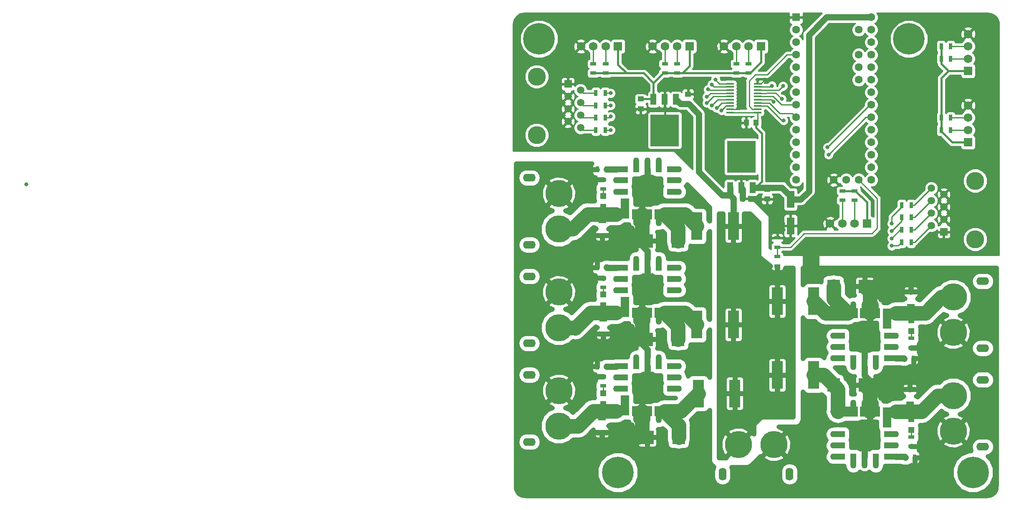
<source format=gbr>
G04 #@! TF.GenerationSoftware,KiCad,Pcbnew,(5.0.0-3-g5ebb6b6)*
G04 #@! TF.CreationDate,2018-10-08T20:22:15-06:00*
G04 #@! TF.ProjectId,LED suit power,4C4544207375697420706F7765722E6B,rev?*
G04 #@! TF.SameCoordinates,Original*
G04 #@! TF.FileFunction,Copper,L1,Top,Signal*
G04 #@! TF.FilePolarity,Positive*
%FSLAX46Y46*%
G04 Gerber Fmt 4.6, Leading zero omitted, Abs format (unit mm)*
G04 Created by KiCad (PCBNEW (5.0.0-3-g5ebb6b6)) date Monday, October 08, 2018 at 08:22:15 PM*
%MOMM*%
%LPD*%
G01*
G04 APERTURE LIST*
G04 #@! TA.AperFunction,ComponentPad*
%ADD10C,1.000000*%
G04 #@! TD*
G04 #@! TA.AperFunction,ComponentPad*
%ADD11O,1.600000X2.600000*%
G04 #@! TD*
G04 #@! TA.AperFunction,ComponentPad*
%ADD12C,5.500000*%
G04 #@! TD*
G04 #@! TA.AperFunction,ComponentPad*
%ADD13O,2.600000X1.600000*%
G04 #@! TD*
G04 #@! TA.AperFunction,SMDPad,CuDef*
%ADD14R,1.200000X1.200000*%
G04 #@! TD*
G04 #@! TA.AperFunction,ComponentPad*
%ADD15C,6.400000*%
G04 #@! TD*
G04 #@! TA.AperFunction,ComponentPad*
%ADD16C,0.800000*%
G04 #@! TD*
G04 #@! TA.AperFunction,SMDPad,CuDef*
%ADD17R,1.300000X0.700000*%
G04 #@! TD*
G04 #@! TA.AperFunction,ComponentPad*
%ADD18C,1.600000*%
G04 #@! TD*
G04 #@! TA.AperFunction,ComponentPad*
%ADD19R,1.600000X1.600000*%
G04 #@! TD*
G04 #@! TA.AperFunction,SMDPad,CuDef*
%ADD20R,1.600000X3.500000*%
G04 #@! TD*
G04 #@! TA.AperFunction,SMDPad,CuDef*
%ADD21R,0.700000X1.300000*%
G04 #@! TD*
G04 #@! TA.AperFunction,SMDPad,CuDef*
%ADD22R,1.250000X1.000000*%
G04 #@! TD*
G04 #@! TA.AperFunction,SMDPad,CuDef*
%ADD23R,2.750000X3.050000*%
G04 #@! TD*
G04 #@! TA.AperFunction,SMDPad,CuDef*
%ADD24R,5.800000X6.400000*%
G04 #@! TD*
G04 #@! TA.AperFunction,SMDPad,CuDef*
%ADD25R,1.200000X2.200000*%
G04 #@! TD*
G04 #@! TA.AperFunction,ComponentPad*
%ADD26C,1.750000*%
G04 #@! TD*
G04 #@! TA.AperFunction,ComponentPad*
%ADD27R,1.750000X1.750000*%
G04 #@! TD*
G04 #@! TA.AperFunction,SMDPad,CuDef*
%ADD28R,1.000000X1.250000*%
G04 #@! TD*
G04 #@! TA.AperFunction,WasherPad*
%ADD29C,3.650000*%
G04 #@! TD*
G04 #@! TA.AperFunction,ComponentPad*
%ADD30R,1.500000X1.500000*%
G04 #@! TD*
G04 #@! TA.AperFunction,ComponentPad*
%ADD31C,1.500000*%
G04 #@! TD*
G04 #@! TA.AperFunction,SMDPad,CuDef*
%ADD32R,1.600000X1.000000*%
G04 #@! TD*
G04 #@! TA.AperFunction,SMDPad,CuDef*
%ADD33R,1.600000X0.300000*%
G04 #@! TD*
G04 #@! TA.AperFunction,SMDPad,CuDef*
%ADD34R,2.300000X5.600000*%
G04 #@! TD*
G04 #@! TA.AperFunction,SMDPad,CuDef*
%ADD35R,2.550000X2.700000*%
G04 #@! TD*
G04 #@! TA.AperFunction,SMDPad,CuDef*
%ADD36R,1.270000X1.270000*%
G04 #@! TD*
G04 #@! TA.AperFunction,SMDPad,CuDef*
%ADD37R,4.060000X2.030000*%
G04 #@! TD*
G04 #@! TA.AperFunction,SMDPad,CuDef*
%ADD38R,1.780000X4.060000*%
G04 #@! TD*
G04 #@! TA.AperFunction,Conductor*
%ADD39C,1.270000*%
G04 #@! TD*
G04 #@! TA.AperFunction,Conductor*
%ADD40R,1.270000X2.000000*%
G04 #@! TD*
G04 #@! TA.AperFunction,Conductor*
%ADD41R,2.000000X1.270000*%
G04 #@! TD*
G04 #@! TA.AperFunction,Conductor*
%ADD42R,1.270000X1.270000*%
G04 #@! TD*
G04 #@! TA.AperFunction,ViaPad*
%ADD43C,0.800000*%
G04 #@! TD*
G04 #@! TA.AperFunction,Conductor*
%ADD44C,3.000000*%
G04 #@! TD*
G04 #@! TA.AperFunction,Conductor*
%ADD45C,1.270000*%
G04 #@! TD*
G04 #@! TA.AperFunction,Conductor*
%ADD46C,0.250000*%
G04 #@! TD*
G04 #@! TA.AperFunction,Conductor*
%ADD47C,0.400000*%
G04 #@! TD*
G04 #@! TA.AperFunction,Conductor*
%ADD48C,0.900000*%
G04 #@! TD*
G04 #@! TA.AperFunction,Conductor*
%ADD49C,0.254000*%
G04 #@! TD*
G04 APERTURE END LIST*
D10*
G04 #@! TO.P,J7,2*
G04 #@! TO.N,GND*
X155000000Y-186950000D03*
X152200000Y-186950000D03*
X152200000Y-189750000D03*
X155000000Y-189750000D03*
X155600000Y-188350000D03*
X151600000Y-188350000D03*
X153600000Y-186350000D03*
X153600000Y-190350000D03*
D11*
G04 #@! TO.P,J7,*
G04 #@! TO.N,*
X156800000Y-194350000D03*
X143200000Y-194350000D03*
D10*
G04 #@! TO.P,J7,1*
G04 #@! TO.N,VIN*
X147800000Y-189750000D03*
X147800000Y-186950000D03*
X145000000Y-186950000D03*
X145000000Y-189750000D03*
X146400000Y-190350000D03*
X146400000Y-186350000D03*
X144400000Y-188350000D03*
X148400000Y-188350000D03*
D12*
G04 #@! TO.P,J7,2*
G04 #@! TO.N,GND*
X153600000Y-188350000D03*
G04 #@! TO.P,J7,1*
G04 #@! TO.N,VIN*
X146400000Y-188350000D03*
G04 #@! TD*
D10*
G04 #@! TO.P,J1,2*
G04 #@! TO.N,GND*
X111400000Y-178800000D03*
X111400000Y-176000000D03*
X108600000Y-176000000D03*
X108600000Y-178800000D03*
X110000000Y-179400000D03*
X110000000Y-175400000D03*
X112000000Y-177400000D03*
X108000000Y-177400000D03*
D13*
G04 #@! TO.P,J1,*
G04 #@! TO.N,*
X104000000Y-187800000D03*
X104000000Y-174200000D03*
D10*
G04 #@! TO.P,J1,1*
G04 #@! TO.N,Net-(C8-Pad2)*
X108600000Y-186000000D03*
X111400000Y-186000000D03*
X111400000Y-183200000D03*
X108600000Y-183200000D03*
X108000000Y-184600000D03*
X112000000Y-184600000D03*
X110000000Y-182600000D03*
X110000000Y-186600000D03*
D12*
G04 #@! TO.P,J1,2*
G04 #@! TO.N,GND*
X110000000Y-177400000D03*
G04 #@! TO.P,J1,1*
G04 #@! TO.N,Net-(C8-Pad2)*
X110000000Y-184600000D03*
G04 #@! TD*
G04 #@! TO.P,J2,1*
G04 #@! TO.N,Net-(C9-Pad1)*
X110000000Y-164600000D03*
G04 #@! TO.P,J2,2*
G04 #@! TO.N,GND*
X110000000Y-157400000D03*
D10*
G04 #@! TO.P,J2,1*
G04 #@! TO.N,Net-(C9-Pad1)*
X110000000Y-166600000D03*
X110000000Y-162600000D03*
X112000000Y-164600000D03*
X108000000Y-164600000D03*
X108600000Y-163200000D03*
X111400000Y-163200000D03*
X111400000Y-166000000D03*
X108600000Y-166000000D03*
D13*
G04 #@! TO.P,J2,*
G04 #@! TO.N,*
X104000000Y-154200000D03*
X104000000Y-167800000D03*
D10*
G04 #@! TO.P,J2,2*
G04 #@! TO.N,GND*
X108000000Y-157400000D03*
X112000000Y-157400000D03*
X110000000Y-155400000D03*
X110000000Y-159400000D03*
X108600000Y-158800000D03*
X108600000Y-156000000D03*
X111400000Y-156000000D03*
X111400000Y-158800000D03*
G04 #@! TD*
G04 #@! TO.P,J3,2*
G04 #@! TO.N,GND*
X111400000Y-138800000D03*
X111400000Y-136000000D03*
X108600000Y-136000000D03*
X108600000Y-138800000D03*
X110000000Y-139400000D03*
X110000000Y-135400000D03*
X112000000Y-137400000D03*
X108000000Y-137400000D03*
D13*
G04 #@! TO.P,J3,*
G04 #@! TO.N,*
X104000000Y-147800000D03*
X104000000Y-134200000D03*
D10*
G04 #@! TO.P,J3,1*
G04 #@! TO.N,Net-(C10-Pad1)*
X108600000Y-146000000D03*
X111400000Y-146000000D03*
X111400000Y-143200000D03*
X108600000Y-143200000D03*
X108000000Y-144600000D03*
X112000000Y-144600000D03*
X110000000Y-142600000D03*
X110000000Y-146600000D03*
D12*
G04 #@! TO.P,J3,2*
G04 #@! TO.N,GND*
X110000000Y-137400000D03*
G04 #@! TO.P,J3,1*
G04 #@! TO.N,Net-(C10-Pad1)*
X110000000Y-144600000D03*
G04 #@! TD*
G04 #@! TO.P,J5,1*
G04 #@! TO.N,Net-(C12-Pad1)*
X190000000Y-158400000D03*
G04 #@! TO.P,J5,2*
G04 #@! TO.N,GND*
X190000000Y-165600000D03*
D10*
G04 #@! TO.P,J5,1*
G04 #@! TO.N,Net-(C12-Pad1)*
X190000000Y-156400000D03*
X190000000Y-160400000D03*
X188000000Y-158400000D03*
X192000000Y-158400000D03*
X191400000Y-159800000D03*
X188600000Y-159800000D03*
X188600000Y-157000000D03*
X191400000Y-157000000D03*
D13*
G04 #@! TO.P,J5,*
G04 #@! TO.N,*
X196000000Y-168800000D03*
X196000000Y-155200000D03*
D10*
G04 #@! TO.P,J5,2*
G04 #@! TO.N,GND*
X192000000Y-165600000D03*
X188000000Y-165600000D03*
X190000000Y-167600000D03*
X190000000Y-163600000D03*
X191400000Y-164200000D03*
X191400000Y-167000000D03*
X188600000Y-167000000D03*
X188600000Y-164200000D03*
G04 #@! TD*
G04 #@! TO.P,J6,2*
G04 #@! TO.N,GND*
X188600000Y-184200000D03*
X188600000Y-187000000D03*
X191400000Y-187000000D03*
X191400000Y-184200000D03*
X190000000Y-183600000D03*
X190000000Y-187600000D03*
X188000000Y-185600000D03*
X192000000Y-185600000D03*
D13*
G04 #@! TO.P,J6,*
G04 #@! TO.N,*
X196000000Y-175200000D03*
X196000000Y-188800000D03*
D10*
G04 #@! TO.P,J6,1*
G04 #@! TO.N,Net-(C13-Pad1)*
X191400000Y-177000000D03*
X188600000Y-177000000D03*
X188600000Y-179800000D03*
X191400000Y-179800000D03*
X192000000Y-178400000D03*
X188000000Y-178400000D03*
X190000000Y-180400000D03*
X190000000Y-176400000D03*
D12*
G04 #@! TO.P,J6,2*
G04 #@! TO.N,GND*
X190000000Y-185600000D03*
G04 #@! TO.P,J6,1*
G04 #@! TO.N,Net-(C13-Pad1)*
X190000000Y-178400000D03*
G04 #@! TD*
D14*
G04 #@! TO.P,D2,1*
G04 #@! TO.N,Net-(D2-Pad1)*
X181500000Y-185350000D03*
G04 #@! TO.P,D2,2*
G04 #@! TO.N,Net-(C13-Pad1)*
X181500000Y-183150000D03*
G04 #@! TD*
G04 #@! TO.P,D4,2*
G04 #@! TO.N,Net-(C9-Pad1)*
X119000000Y-160100000D03*
G04 #@! TO.P,D4,1*
G04 #@! TO.N,Net-(D4-Pad1)*
X119000000Y-157900000D03*
G04 #@! TD*
G04 #@! TO.P,D5,1*
G04 #@! TO.N,Net-(D5-Pad1)*
X119000000Y-137900000D03*
G04 #@! TO.P,D5,2*
G04 #@! TO.N,Net-(C10-Pad1)*
X119000000Y-140100000D03*
G04 #@! TD*
G04 #@! TO.P,D1,2*
G04 #@! TO.N,Net-(C12-Pad1)*
X181500000Y-163150000D03*
G04 #@! TO.P,D1,1*
G04 #@! TO.N,Net-(D1-Pad1)*
X181500000Y-165350000D03*
G04 #@! TD*
G04 #@! TO.P,D3,1*
G04 #@! TO.N,Net-(D3-Pad1)*
X119000000Y-177900000D03*
G04 #@! TO.P,D3,2*
G04 #@! TO.N,Net-(C8-Pad2)*
X119000000Y-180100000D03*
G04 #@! TD*
D15*
G04 #@! TO.P,MH4,1*
G04 #@! TO.N,Net-(MH4-Pad1)*
X194000000Y-194000000D03*
D16*
X196400000Y-194000000D03*
X195697056Y-195697056D03*
X194000000Y-196400000D03*
X192302944Y-195697056D03*
X191600000Y-194000000D03*
X192302944Y-192302944D03*
X194000000Y-191600000D03*
X195697056Y-192302944D03*
G04 #@! TD*
G04 #@! TO.P,MH2,1*
G04 #@! TO.N,Net-(MH2-Pad1)*
X182697056Y-104302944D03*
X181000000Y-103600000D03*
X179302944Y-104302944D03*
X178600000Y-106000000D03*
X179302944Y-107697056D03*
X181000000Y-108400000D03*
X182697056Y-107697056D03*
X183400000Y-106000000D03*
D15*
X181000000Y-106000000D03*
G04 #@! TD*
G04 #@! TO.P,MH1,1*
G04 #@! TO.N,Net-(MH1-Pad1)*
X122000000Y-194000000D03*
D16*
X124400000Y-194000000D03*
X123697056Y-195697056D03*
X122000000Y-196400000D03*
X120302944Y-195697056D03*
X119600000Y-194000000D03*
X120302944Y-192302944D03*
X122000000Y-191600000D03*
X123697056Y-192302944D03*
G04 #@! TD*
G04 #@! TO.P,MH3,1*
G04 #@! TO.N,Net-(MH3-Pad1)*
X107697056Y-104302944D03*
X106000000Y-103600000D03*
X104302944Y-104302944D03*
X103600000Y-106000000D03*
X104302944Y-107697056D03*
X106000000Y-108400000D03*
X107697056Y-107697056D03*
X108400000Y-106000000D03*
D15*
X106000000Y-106000000D03*
G04 #@! TD*
D17*
G04 #@! TO.P,R28,2*
G04 #@! TO.N,GND*
X181500000Y-168700000D03*
G04 #@! TO.P,R28,1*
G04 #@! TO.N,Net-(D1-Pad1)*
X181500000Y-166800000D03*
G04 #@! TD*
G04 #@! TO.P,R29,1*
G04 #@! TO.N,Net-(D2-Pad1)*
X181500000Y-186800000D03*
G04 #@! TO.P,R29,2*
G04 #@! TO.N,GND*
X181500000Y-188700000D03*
G04 #@! TD*
G04 #@! TO.P,R30,2*
G04 #@! TO.N,GND*
X119000000Y-174550000D03*
G04 #@! TO.P,R30,1*
G04 #@! TO.N,Net-(D3-Pad1)*
X119000000Y-176450000D03*
G04 #@! TD*
G04 #@! TO.P,R31,1*
G04 #@! TO.N,Net-(D4-Pad1)*
X119000000Y-156450000D03*
G04 #@! TO.P,R31,2*
G04 #@! TO.N,GND*
X119000000Y-154550000D03*
G04 #@! TD*
G04 #@! TO.P,R32,2*
G04 #@! TO.N,GND*
X119000000Y-134550000D03*
G04 #@! TO.P,R32,1*
G04 #@! TO.N,Net-(D5-Pad1)*
X119000000Y-136450000D03*
G04 #@! TD*
D18*
G04 #@! TO.P,U7,17*
G04 #@! TO.N,GND*
X165735000Y-134620000D03*
G04 #@! TO.P,U7,18*
G04 #@! TO.N,Net-(U7-Pad18)*
X168275000Y-134620000D03*
G04 #@! TO.P,U7,19*
G04 #@! TO.N,BATT_LEVEL*
X170815000Y-134620000D03*
G04 #@! TO.P,U7,20*
G04 #@! TO.N,PIN13*
X173355000Y-134620000D03*
G04 #@! TO.P,U7,14*
G04 #@! TO.N,PIN12*
X158115000Y-134620000D03*
G04 #@! TO.P,U7,21*
G04 #@! TO.N,PIN14*
X173355000Y-132080000D03*
G04 #@! TO.P,U7,22*
G04 #@! TO.N,PIN15*
X173355000Y-129540000D03*
G04 #@! TO.P,U7,23*
G04 #@! TO.N,PIN16*
X173355000Y-127000000D03*
G04 #@! TO.P,U7,24*
G04 #@! TO.N,PIN17*
X173355000Y-124460000D03*
G04 #@! TO.P,U7,25*
G04 #@! TO.N,PIN18*
X173355000Y-121920000D03*
G04 #@! TO.P,U7,26*
G04 #@! TO.N,PIN19*
X173355000Y-119380000D03*
G04 #@! TO.P,U7,27*
G04 #@! TO.N,PIN20*
X173355000Y-116840000D03*
G04 #@! TO.P,U7,28*
G04 #@! TO.N,PIN21*
X173355000Y-114300000D03*
G04 #@! TO.P,U7,29*
G04 #@! TO.N,PIN22*
X173355000Y-111760000D03*
G04 #@! TO.P,U7,30*
G04 #@! TO.N,PIN23*
X173355000Y-109220000D03*
G04 #@! TO.P,U7,31*
G04 #@! TO.N,3.3V_TEENSY*
X173355000Y-106680000D03*
G04 #@! TO.P,U7,32*
G04 #@! TO.N,AGND*
X173355000Y-104140000D03*
G04 #@! TO.P,U7,33*
G04 #@! TO.N,+5V*
X173355000Y-101600000D03*
G04 #@! TO.P,U7,34*
G04 #@! TO.N,Net-(U7-Pad34)*
X170815000Y-104140000D03*
G04 #@! TO.P,U7,35*
G04 #@! TO.N,Net-(U7-Pad35)*
X170815000Y-109220000D03*
G04 #@! TO.P,U7,36*
G04 #@! TO.N,Net-(U7-Pad36)*
X170815000Y-111760000D03*
G04 #@! TO.P,U7,37*
G04 #@! TO.N,Net-(U7-Pad37)*
X170815000Y-114300000D03*
G04 #@! TO.P,U7,13*
G04 #@! TO.N,PIN11*
X158115000Y-132080000D03*
G04 #@! TO.P,U7,12*
G04 #@! TO.N,PIN10*
X158115000Y-129540000D03*
G04 #@! TO.P,U7,11*
G04 #@! TO.N,PIN9*
X158115000Y-127000000D03*
G04 #@! TO.P,U7,10*
G04 #@! TO.N,PIN8*
X158115000Y-124460000D03*
G04 #@! TO.P,U7,9*
G04 #@! TO.N,PIN7*
X158115000Y-121920000D03*
G04 #@! TO.P,U7,8*
G04 #@! TO.N,PIN6*
X158115000Y-119380000D03*
G04 #@! TO.P,U7,7*
G04 #@! TO.N,PIN5*
X158115000Y-116840000D03*
G04 #@! TO.P,U7,6*
G04 #@! TO.N,PIN4*
X158115000Y-114300000D03*
G04 #@! TO.P,U7,5*
G04 #@! TO.N,PIN3*
X158115000Y-111760000D03*
G04 #@! TO.P,U7,4*
G04 #@! TO.N,PIN2*
X158115000Y-109220000D03*
G04 #@! TO.P,U7,3*
G04 #@! TO.N,PIN1*
X158115000Y-106680000D03*
G04 #@! TO.P,U7,2*
G04 #@! TO.N,PIN0*
X158115000Y-104140000D03*
D19*
G04 #@! TO.P,U7,1*
G04 #@! TO.N,GND*
X158115000Y-101600000D03*
G04 #@! TD*
D20*
G04 #@! TO.P,C16,2*
G04 #@! TO.N,GND*
X157000000Y-143950000D03*
G04 #@! TO.P,C16,1*
G04 #@! TO.N,+5V*
X157000000Y-138550000D03*
G04 #@! TD*
D17*
G04 #@! TO.P,R21,1*
G04 #@! TO.N,PIN18*
X170000000Y-138750000D03*
G04 #@! TO.P,R21,2*
G04 #@! TO.N,+3V3*
X170000000Y-136850000D03*
G04 #@! TD*
G04 #@! TO.P,R23,2*
G04 #@! TO.N,+3V3*
X131500000Y-112950000D03*
G04 #@! TO.P,R23,1*
G04 #@! TO.N,PIN10*
X131500000Y-111050000D03*
G04 #@! TD*
G04 #@! TO.P,R22,1*
G04 #@! TO.N,PIN4*
X146000000Y-111050000D03*
G04 #@! TO.P,R22,2*
G04 #@! TO.N,+3V3*
X146000000Y-112950000D03*
G04 #@! TD*
G04 #@! TO.P,R12,2*
G04 #@! TO.N,+3V3*
X148500000Y-112950000D03*
G04 #@! TO.P,R12,1*
G04 #@! TO.N,PIN3*
X148500000Y-111050000D03*
G04 #@! TD*
G04 #@! TO.P,R24,1*
G04 #@! TO.N,PIN12*
X117000000Y-111050000D03*
G04 #@! TO.P,R24,2*
G04 #@! TO.N,+3V3*
X117000000Y-112950000D03*
G04 #@! TD*
D21*
G04 #@! TO.P,R25,2*
G04 #@! TO.N,+3V3*
X187550000Y-122000000D03*
G04 #@! TO.P,R25,1*
G04 #@! TO.N,PIN16*
X189450000Y-122000000D03*
G04 #@! TD*
G04 #@! TO.P,R26,1*
G04 #@! TO.N,PIN23*
X189450000Y-107500000D03*
G04 #@! TO.P,R26,2*
G04 #@! TO.N,+3V3*
X187550000Y-107500000D03*
G04 #@! TD*
D17*
G04 #@! TO.P,R27,2*
G04 #@! TO.N,+3V3*
X167500000Y-136850000D03*
G04 #@! TO.P,R27,1*
G04 #@! TO.N,PIN19*
X167500000Y-138750000D03*
G04 #@! TD*
G04 #@! TO.P,R17,1*
G04 #@! TO.N,PIN9*
X134000000Y-111050000D03*
G04 #@! TO.P,R17,2*
G04 #@! TO.N,+3V3*
X134000000Y-112950000D03*
G04 #@! TD*
G04 #@! TO.P,R18,2*
G04 #@! TO.N,+3V3*
X119500000Y-112950000D03*
G04 #@! TO.P,R18,1*
G04 #@! TO.N,PIN11*
X119500000Y-111050000D03*
G04 #@! TD*
D21*
G04 #@! TO.P,R19,1*
G04 #@! TO.N,PIN15*
X189450000Y-124500000D03*
G04 #@! TO.P,R19,2*
G04 #@! TO.N,+3V3*
X187550000Y-124500000D03*
G04 #@! TD*
G04 #@! TO.P,R20,2*
G04 #@! TO.N,+3V3*
X187550000Y-110000000D03*
G04 #@! TO.P,R20,1*
G04 #@! TO.N,PIN22*
X189450000Y-110000000D03*
G04 #@! TD*
D22*
G04 #@! TO.P,C11,1*
G04 #@! TO.N,+3V3*
X126600000Y-118200000D03*
G04 #@! TO.P,C11,2*
G04 #@! TO.N,GND*
X126600000Y-120200000D03*
G04 #@! TD*
G04 #@! TO.P,C4,2*
G04 #@! TO.N,GND*
X136200000Y-117200000D03*
G04 #@! TO.P,C4,1*
G04 #@! TO.N,VIN*
X136200000Y-119200000D03*
G04 #@! TD*
D23*
G04 #@! TO.P,U4,2*
G04 #@! TO.N,GND*
X129949999Y-122900001D03*
X132999999Y-126250001D03*
X132999999Y-122900001D03*
X129949999Y-126250001D03*
D24*
X131474999Y-124575001D03*
D25*
G04 #@! TO.P,U4,3*
G04 #@! TO.N,+3V3*
X129194999Y-118275001D03*
G04 #@! TO.P,U4,2*
G04 #@! TO.N,GND*
X131474999Y-118275001D03*
G04 #@! TO.P,U4,1*
G04 #@! TO.N,VIN*
X133754999Y-118275001D03*
G04 #@! TD*
D26*
G04 #@! TO.P,J16,4*
G04 #@! TO.N,GND*
X165000000Y-143500000D03*
G04 #@! TO.P,J16,3*
G04 #@! TO.N,PIN19*
X167500000Y-143500000D03*
G04 #@! TO.P,J16,2*
G04 #@! TO.N,PIN18*
X170000000Y-143500000D03*
D27*
G04 #@! TO.P,J16,1*
G04 #@! TO.N,+3V3*
X172500000Y-143500000D03*
G04 #@! TD*
G04 #@! TO.P,J4,1*
G04 #@! TO.N,+3V3*
X151000000Y-107500000D03*
D26*
G04 #@! TO.P,J4,2*
G04 #@! TO.N,PIN3*
X148500000Y-107500000D03*
G04 #@! TO.P,J4,3*
G04 #@! TO.N,PIN4*
X146000000Y-107500000D03*
G04 #@! TO.P,J4,4*
G04 #@! TO.N,GND*
X143500000Y-107500000D03*
G04 #@! TD*
G04 #@! TO.P,J12,4*
G04 #@! TO.N,GND*
X129000000Y-107500000D03*
G04 #@! TO.P,J12,3*
G04 #@! TO.N,PIN10*
X131500000Y-107500000D03*
G04 #@! TO.P,J12,2*
G04 #@! TO.N,PIN9*
X134000000Y-107500000D03*
D27*
G04 #@! TO.P,J12,1*
G04 #@! TO.N,+3V3*
X136500000Y-107500000D03*
G04 #@! TD*
G04 #@! TO.P,J13,1*
G04 #@! TO.N,+3V3*
X122000000Y-107500000D03*
D26*
G04 #@! TO.P,J13,2*
G04 #@! TO.N,PIN11*
X119500000Y-107500000D03*
G04 #@! TO.P,J13,3*
G04 #@! TO.N,PIN12*
X117000000Y-107500000D03*
G04 #@! TO.P,J13,4*
G04 #@! TO.N,GND*
X114500000Y-107500000D03*
G04 #@! TD*
G04 #@! TO.P,J14,4*
G04 #@! TO.N,GND*
X193000000Y-119500000D03*
G04 #@! TO.P,J14,3*
G04 #@! TO.N,PIN16*
X193000000Y-122000000D03*
G04 #@! TO.P,J14,2*
G04 #@! TO.N,PIN15*
X193000000Y-124500000D03*
D27*
G04 #@! TO.P,J14,1*
G04 #@! TO.N,+3V3*
X193000000Y-127000000D03*
G04 #@! TD*
D26*
G04 #@! TO.P,J15,4*
G04 #@! TO.N,GND*
X193000000Y-105000000D03*
G04 #@! TO.P,J15,3*
G04 #@! TO.N,PIN23*
X193000000Y-107500000D03*
G04 #@! TO.P,J15,2*
G04 #@! TO.N,PIN22*
X193000000Y-110000000D03*
D27*
G04 #@! TO.P,J15,1*
G04 #@! TO.N,+3V3*
X193000000Y-112500000D03*
G04 #@! TD*
D28*
G04 #@! TO.P,C7,1*
G04 #@! TO.N,+5V*
X150000000Y-123000000D03*
G04 #@! TO.P,C7,2*
G04 #@! TO.N,GND*
X148000000Y-123000000D03*
G04 #@! TD*
D22*
G04 #@! TO.P,C15,1*
G04 #@! TO.N,+5V*
X152250000Y-136500000D03*
G04 #@! TO.P,C15,2*
G04 #@! TO.N,GND*
X152250000Y-138500000D03*
G04 #@! TD*
D29*
G04 #@! TO.P,J9,Hole*
G04 #@! TO.N,*
X105501222Y-125516787D03*
X105501222Y-113646787D03*
D30*
G04 #@! TO.P,J9,1*
G04 #@! TO.N,GND*
X111851222Y-115136787D03*
D31*
G04 #@! TO.P,J9,2*
G04 #@! TO.N,Net-(J9-Pad2)*
X114391222Y-116406787D03*
G04 #@! TO.P,J9,3*
G04 #@! TO.N,GND*
X111851222Y-117676787D03*
G04 #@! TO.P,J9,4*
G04 #@! TO.N,Net-(J9-Pad4)*
X114391222Y-118946787D03*
G04 #@! TO.P,J9,5*
G04 #@! TO.N,GND*
X111851222Y-120216787D03*
G04 #@! TO.P,J9,6*
G04 #@! TO.N,Net-(J9-Pad6)*
X114391222Y-121486787D03*
G04 #@! TO.P,J9,7*
G04 #@! TO.N,GND*
X111851222Y-122756787D03*
G04 #@! TO.P,J9,8*
G04 #@! TO.N,Net-(J9-Pad8)*
X114391222Y-124026787D03*
G04 #@! TD*
D17*
G04 #@! TO.P,R15,1*
G04 #@! TO.N,VIN*
X154305000Y-152080000D03*
G04 #@! TO.P,R15,2*
G04 #@! TO.N,BATT_LEVEL*
X154305000Y-150180000D03*
G04 #@! TD*
G04 #@! TO.P,R16,2*
G04 #@! TO.N,GND*
X154305000Y-146370000D03*
G04 #@! TO.P,R16,1*
G04 #@! TO.N,BATT_LEVEL*
X154305000Y-148270000D03*
G04 #@! TD*
D28*
G04 #@! TO.P,C14,2*
G04 #@! TO.N,GND*
X147300000Y-138400000D03*
G04 #@! TO.P,C14,1*
G04 #@! TO.N,VIN*
X145300000Y-138400000D03*
G04 #@! TD*
D25*
G04 #@! TO.P,U9,1*
G04 #@! TO.N,VIN*
X144720000Y-136200000D03*
G04 #@! TO.P,U9,2*
G04 #@! TO.N,GND*
X147000000Y-136200000D03*
G04 #@! TO.P,U9,3*
G04 #@! TO.N,+5V*
X149280000Y-136200000D03*
D24*
G04 #@! TO.P,U9,2*
G04 #@! TO.N,GND*
X147000000Y-129900000D03*
D23*
X148525000Y-128225000D03*
X145475000Y-131575000D03*
X145475000Y-128225000D03*
X148525000Y-131575000D03*
G04 #@! TD*
D32*
G04 #@! TO.P,C8,1*
G04 #@! TO.N,GND*
X118750000Y-185900000D03*
G04 #@! TO.P,C8,2*
G04 #@! TO.N,Net-(C8-Pad2)*
X118750000Y-182900000D03*
G04 #@! TD*
G04 #@! TO.P,C9,1*
G04 #@! TO.N,Net-(C9-Pad1)*
X119000000Y-162900000D03*
G04 #@! TO.P,C9,2*
G04 #@! TO.N,GND*
X119000000Y-165900000D03*
G04 #@! TD*
G04 #@! TO.P,C10,1*
G04 #@! TO.N,Net-(C10-Pad1)*
X118800000Y-142900000D03*
G04 #@! TO.P,C10,2*
G04 #@! TO.N,GND*
X118800000Y-145900000D03*
G04 #@! TD*
G04 #@! TO.P,C12,1*
G04 #@! TO.N,Net-(C12-Pad1)*
X181400000Y-160350000D03*
G04 #@! TO.P,C12,2*
G04 #@! TO.N,GND*
X181400000Y-157350000D03*
G04 #@! TD*
G04 #@! TO.P,C13,1*
G04 #@! TO.N,Net-(C13-Pad1)*
X181200000Y-180150000D03*
G04 #@! TO.P,C13,2*
G04 #@! TO.N,GND*
X181200000Y-177150000D03*
G04 #@! TD*
D21*
G04 #@! TO.P,R9,1*
G04 #@! TO.N,Net-(R9-Pad1)*
X119695000Y-172500000D03*
G04 #@! TO.P,R9,2*
G04 #@! TO.N,GND*
X117795000Y-172500000D03*
G04 #@! TD*
G04 #@! TO.P,R10,1*
G04 #@! TO.N,Net-(R10-Pad1)*
X119695000Y-152400000D03*
G04 #@! TO.P,R10,2*
G04 #@! TO.N,GND*
X117795000Y-152400000D03*
G04 #@! TD*
G04 #@! TO.P,R11,1*
G04 #@! TO.N,Net-(R11-Pad1)*
X119695000Y-132500000D03*
G04 #@! TO.P,R11,2*
G04 #@! TO.N,GND*
X117795000Y-132500000D03*
G04 #@! TD*
G04 #@! TO.P,R13,1*
G04 #@! TO.N,Net-(R13-Pad1)*
X180025000Y-170875000D03*
G04 #@! TO.P,R13,2*
G04 #@! TO.N,GND*
X181925000Y-170875000D03*
G04 #@! TD*
G04 #@! TO.P,R14,1*
G04 #@! TO.N,Net-(R14-Pad1)*
X180300000Y-191000000D03*
G04 #@! TO.P,R14,2*
G04 #@! TO.N,GND*
X182200000Y-191000000D03*
G04 #@! TD*
D33*
G04 #@! TO.P,U8,11*
G04 #@! TO.N,Net-(R8-Pad2)*
X144700000Y-115075000D03*
G04 #@! TO.P,U8,12*
G04 #@! TO.N,Net-(R7-Pad2)*
X144700000Y-115725000D03*
G04 #@! TO.P,U8,6*
G04 #@! TO.N,PIN6*
X150300000Y-117675000D03*
G04 #@! TO.P,U8,5*
G04 #@! TO.N,PIN8*
X150300000Y-118325000D03*
G04 #@! TO.P,U8,4*
G04 #@! TO.N,PIN7*
X150300000Y-118975000D03*
G04 #@! TO.P,U8,3*
G04 #@! TO.N,PIN14*
X150300000Y-119625000D03*
G04 #@! TO.P,U8,2*
G04 #@! TO.N,PIN2*
X150300000Y-120275000D03*
G04 #@! TO.P,U8,1*
G04 #@! TO.N,+5V*
X150300000Y-120925000D03*
G04 #@! TO.P,U8,7*
G04 #@! TO.N,PIN20*
X150300000Y-117025000D03*
G04 #@! TO.P,U8,8*
G04 #@! TO.N,PIN21*
X150300000Y-116375000D03*
G04 #@! TO.P,U8,9*
G04 #@! TO.N,PIN5*
X150300000Y-115725000D03*
G04 #@! TO.P,U8,10*
G04 #@! TO.N,GND*
X150300000Y-115075000D03*
G04 #@! TO.P,U8,13*
G04 #@! TO.N,Net-(R6-Pad2)*
X144700000Y-116375000D03*
G04 #@! TO.P,U8,14*
G04 #@! TO.N,Net-(R5-Pad2)*
X144700000Y-117025000D03*
G04 #@! TO.P,U8,15*
G04 #@! TO.N,Net-(R4-Pad2)*
X144700000Y-117675000D03*
G04 #@! TO.P,U8,16*
G04 #@! TO.N,Net-(R3-Pad2)*
X144700000Y-118325000D03*
G04 #@! TO.P,U8,17*
G04 #@! TO.N,Net-(R2-Pad2)*
X144700000Y-118975000D03*
G04 #@! TO.P,U8,18*
G04 #@! TO.N,Net-(R1-Pad2)*
X144700000Y-119625000D03*
G04 #@! TO.P,U8,20*
G04 #@! TO.N,+5V*
X144700000Y-120925000D03*
G04 #@! TO.P,U8,19*
G04 #@! TO.N,GND*
X144700000Y-120275000D03*
G04 #@! TD*
D29*
G04 #@! TO.P,J8,Hole*
G04 #@! TO.N,*
X194435001Y-134798343D03*
X194435001Y-146668343D03*
D30*
G04 #@! TO.P,J8,1*
G04 #@! TO.N,GND*
X188085001Y-145178343D03*
D31*
G04 #@! TO.P,J8,2*
G04 #@! TO.N,Net-(J8-Pad2)*
X185545001Y-143908343D03*
G04 #@! TO.P,J8,3*
G04 #@! TO.N,GND*
X188085001Y-142638343D03*
G04 #@! TO.P,J8,4*
G04 #@! TO.N,Net-(J8-Pad4)*
X185545001Y-141368343D03*
G04 #@! TO.P,J8,5*
G04 #@! TO.N,GND*
X188085001Y-140098343D03*
G04 #@! TO.P,J8,6*
G04 #@! TO.N,Net-(J8-Pad6)*
X185545001Y-138828343D03*
G04 #@! TO.P,J8,7*
G04 #@! TO.N,GND*
X188085001Y-137558343D03*
G04 #@! TO.P,J8,8*
G04 #@! TO.N,Net-(J8-Pad8)*
X185545001Y-136288343D03*
G04 #@! TD*
D21*
G04 #@! TO.P,R1,1*
G04 #@! TO.N,Net-(J8-Pad8)*
X181450000Y-139763344D03*
G04 #@! TO.P,R1,2*
G04 #@! TO.N,Net-(R1-Pad2)*
X179550000Y-139763344D03*
G04 #@! TD*
G04 #@! TO.P,R2,1*
G04 #@! TO.N,Net-(J8-Pad6)*
X181450000Y-142213344D03*
G04 #@! TO.P,R2,2*
G04 #@! TO.N,Net-(R2-Pad2)*
X179550000Y-142213344D03*
G04 #@! TD*
G04 #@! TO.P,R3,1*
G04 #@! TO.N,Net-(J8-Pad4)*
X181450000Y-144763344D03*
G04 #@! TO.P,R3,2*
G04 #@! TO.N,Net-(R3-Pad2)*
X179550000Y-144763344D03*
G04 #@! TD*
G04 #@! TO.P,R4,1*
G04 #@! TO.N,Net-(J8-Pad2)*
X181450000Y-147263344D03*
G04 #@! TO.P,R4,2*
G04 #@! TO.N,Net-(R4-Pad2)*
X179550000Y-147263344D03*
G04 #@! TD*
G04 #@! TO.P,R5,1*
G04 #@! TO.N,Net-(J9-Pad8)*
X117486223Y-124481786D03*
G04 #@! TO.P,R5,2*
G04 #@! TO.N,Net-(R5-Pad2)*
X119386223Y-124481786D03*
G04 #@! TD*
G04 #@! TO.P,R6,1*
G04 #@! TO.N,Net-(J9-Pad6)*
X117486223Y-121981786D03*
G04 #@! TO.P,R6,2*
G04 #@! TO.N,Net-(R6-Pad2)*
X119386223Y-121981786D03*
G04 #@! TD*
G04 #@! TO.P,R7,1*
G04 #@! TO.N,Net-(J9-Pad4)*
X117486223Y-119481786D03*
G04 #@! TO.P,R7,2*
G04 #@! TO.N,Net-(R7-Pad2)*
X119386223Y-119481786D03*
G04 #@! TD*
G04 #@! TO.P,R8,1*
G04 #@! TO.N,Net-(J9-Pad2)*
X117486223Y-116981786D03*
G04 #@! TO.P,R8,2*
G04 #@! TO.N,Net-(R8-Pad2)*
X119386223Y-116981786D03*
G04 #@! TD*
D34*
G04 #@! TO.P,F5,1*
G04 #@! TO.N,VIN*
X154300000Y-159250000D03*
G04 #@! TO.P,F5,2*
G04 #@! TO.N,Net-(C5-Pad1)*
X161700000Y-159250000D03*
G04 #@! TD*
D35*
G04 #@! TO.P,C6,1*
G04 #@! TO.N,Net-(C6-Pad1)*
X165720000Y-176250000D03*
G04 #@! TO.P,C6,2*
G04 #@! TO.N,GND*
X172070000Y-176250000D03*
G04 #@! TD*
G04 #@! TO.P,C5,1*
G04 #@! TO.N,Net-(C5-Pad1)*
X165720000Y-156250000D03*
G04 #@! TO.P,C5,2*
G04 #@! TO.N,GND*
X172070000Y-156250000D03*
G04 #@! TD*
G04 #@! TO.P,C3,1*
G04 #@! TO.N,Net-(C3-Pad1)*
X134180000Y-147000000D03*
G04 #@! TO.P,C3,2*
G04 #@! TO.N,GND*
X127830000Y-147000000D03*
G04 #@! TD*
G04 #@! TO.P,C2,1*
G04 #@! TO.N,Net-(C2-Pad1)*
X134180000Y-167000000D03*
G04 #@! TO.P,C2,2*
G04 #@! TO.N,GND*
X127830000Y-167000000D03*
G04 #@! TD*
G04 #@! TO.P,C1,1*
G04 #@! TO.N,Net-(C1-Pad1)*
X134280000Y-186900000D03*
G04 #@! TO.P,C1,2*
G04 #@! TO.N,GND*
X127930000Y-186900000D03*
G04 #@! TD*
D34*
G04 #@! TO.P,F6,1*
G04 #@! TO.N,VIN*
X154300000Y-174250000D03*
G04 #@! TO.P,F6,2*
G04 #@! TO.N,Net-(C6-Pad1)*
X161700000Y-174250000D03*
G04 #@! TD*
G04 #@! TO.P,F3,1*
G04 #@! TO.N,VIN*
X145400000Y-144000000D03*
G04 #@! TO.P,F3,2*
G04 #@! TO.N,Net-(C3-Pad1)*
X138000000Y-144000000D03*
G04 #@! TD*
G04 #@! TO.P,F2,1*
G04 #@! TO.N,VIN*
X145400000Y-164000000D03*
G04 #@! TO.P,F2,2*
G04 #@! TO.N,Net-(C2-Pad1)*
X138000000Y-164000000D03*
G04 #@! TD*
G04 #@! TO.P,F1,1*
G04 #@! TO.N,VIN*
X145700000Y-178000000D03*
G04 #@! TO.P,F1,2*
G04 #@! TO.N,Net-(C1-Pad1)*
X138300000Y-178000000D03*
G04 #@! TD*
D36*
G04 #@! TO.P,U6,1*
G04 #@! TO.N,Net-(U6-Pad1)*
X167430000Y-186250000D03*
G04 #@! TO.P,U6,5*
G04 #@! TO.N,Net-(U6-Pad5)*
X176570000Y-186250000D03*
D37*
G04 #@! TO.P,U6,2*
G04 #@! TO.N,Net-(C6-Pad1)*
X168570000Y-181680000D03*
G04 #@! TO.P,U6,3*
G04 #@! TO.N,GND*
X173140000Y-181680000D03*
D38*
G04 #@! TO.P,U6,4*
G04 #@! TO.N,Net-(C13-Pad1)*
X176570000Y-182820000D03*
D36*
G04 #@! TO.P,U6,10*
G04 #@! TO.N,Net-(U6-Pad10)*
X167430000Y-188540000D03*
G04 #@! TO.P,U6,9*
G04 #@! TO.N,Net-(U6-Pad9)*
X167430000Y-190820000D03*
G04 #@! TO.P,U6,8*
G04 #@! TO.N,N/C*
X169710000Y-190820000D03*
G04 #@! TO.P,U6,7*
G04 #@! TO.N,GND*
X172000000Y-190820000D03*
G04 #@! TO.P,U6,12*
G04 #@! TO.N,N/C*
X174290000Y-190820000D03*
G04 #@! TO.P,U6,6*
G04 #@! TO.N,Net-(R14-Pad1)*
X176570000Y-190820000D03*
G04 #@! TO.P,U6,11*
G04 #@! TO.N,N/C*
X176570000Y-188540000D03*
D39*
G04 #@! TD*
G04 #@! TO.N,GND*
G04 #@! TO.C,U6*
X172000000Y-179900000D03*
G04 #@! TO.N,GND*
G04 #@! TO.C,U6*
X174290000Y-179900000D03*
G04 #@! TO.N,Net-(C6-Pad1)*
X169710000Y-179900000D03*
G04 #@! TO.N,Net-(C13-Pad1)*
X178350000Y-181680000D03*
G04 #@! TO.N,Net-(U6-Pad5)*
X178350000Y-186250000D03*
G04 #@! TO.N,N/C*
X178350000Y-188540000D03*
G04 #@! TO.N,Net-(R14-Pad1)*
X178350000Y-190820000D03*
G04 #@! TO.N,Net-(C6-Pad1)*
X165650000Y-181680000D03*
G04 #@! TO.N,Net-(U6-Pad1)*
X165650000Y-186250000D03*
G04 #@! TO.N,Net-(U6-Pad10)*
X165650000Y-188540000D03*
G04 #@! TO.N,Net-(U6-Pad9)*
X165650000Y-190820000D03*
G04 #@! TO.N,N/C*
X169710000Y-192600000D03*
G04 #@! TO.N,GND*
X172000000Y-192600000D03*
G04 #@! TO.N,N/C*
X174290000Y-192600000D03*
D40*
G04 #@! TO.N,Net-(C6-Pad1)*
X169710000Y-180850000D03*
G04 #@! TO.N,GND*
X172000000Y-180850000D03*
X174290000Y-180850000D03*
D41*
G04 #@! TO.N,Net-(C13-Pad1)*
X177400000Y-181680000D03*
G04 #@! TO.N,Net-(U6-Pad5)*
X177400000Y-186250000D03*
G04 #@! TO.N,N/C*
X177400000Y-188540000D03*
G04 #@! TO.N,Net-(R14-Pad1)*
X177400000Y-190820000D03*
D42*
G04 #@! TO.N,N/C*
X174290000Y-191850000D03*
D40*
G04 #@! TO.N,GND*
X172000000Y-191650000D03*
D42*
G04 #@! TO.N,N/C*
X169710000Y-191850000D03*
D41*
G04 #@! TO.N,Net-(U6-Pad9)*
X166600000Y-190820000D03*
G04 #@! TO.N,Net-(U6-Pad10)*
X166600000Y-188540000D03*
G04 #@! TO.N,Net-(U6-Pad1)*
X166600000Y-186250000D03*
G04 #@! TO.N,Net-(C6-Pad1)*
X166600000Y-181680000D03*
G04 #@! TD*
D36*
G04 #@! TO.P,U5,1*
G04 #@! TO.N,Net-(U5-Pad1)*
X167430000Y-166250000D03*
G04 #@! TO.P,U5,5*
G04 #@! TO.N,Net-(U5-Pad5)*
X176570000Y-166250000D03*
D37*
G04 #@! TO.P,U5,2*
G04 #@! TO.N,Net-(C5-Pad1)*
X168570000Y-161680000D03*
G04 #@! TO.P,U5,3*
G04 #@! TO.N,GND*
X173140000Y-161680000D03*
D38*
G04 #@! TO.P,U5,4*
G04 #@! TO.N,Net-(C12-Pad1)*
X176570000Y-162820000D03*
D36*
G04 #@! TO.P,U5,10*
G04 #@! TO.N,Net-(U5-Pad10)*
X167430000Y-168540000D03*
G04 #@! TO.P,U5,9*
G04 #@! TO.N,Net-(U5-Pad9)*
X167430000Y-170820000D03*
G04 #@! TO.P,U5,8*
G04 #@! TO.N,N/C*
X169710000Y-170820000D03*
G04 #@! TO.P,U5,7*
G04 #@! TO.N,GND*
X172000000Y-170820000D03*
G04 #@! TO.P,U5,12*
G04 #@! TO.N,N/C*
X174290000Y-170820000D03*
G04 #@! TO.P,U5,6*
G04 #@! TO.N,Net-(R13-Pad1)*
X176570000Y-170820000D03*
G04 #@! TO.P,U5,11*
G04 #@! TO.N,N/C*
X176570000Y-168540000D03*
D39*
G04 #@! TD*
G04 #@! TO.N,GND*
G04 #@! TO.C,U5*
X172000000Y-159900000D03*
G04 #@! TO.N,GND*
G04 #@! TO.C,U5*
X174290000Y-159900000D03*
G04 #@! TO.N,Net-(C5-Pad1)*
X169710000Y-159900000D03*
G04 #@! TO.N,Net-(C12-Pad1)*
X178350000Y-161680000D03*
G04 #@! TO.N,Net-(U5-Pad5)*
X178350000Y-166250000D03*
G04 #@! TO.N,N/C*
X178350000Y-168540000D03*
G04 #@! TO.N,Net-(R13-Pad1)*
X178350000Y-170820000D03*
G04 #@! TO.N,Net-(C5-Pad1)*
X165650000Y-161680000D03*
G04 #@! TO.N,Net-(U5-Pad1)*
X165650000Y-166250000D03*
G04 #@! TO.N,Net-(U5-Pad10)*
X165650000Y-168540000D03*
G04 #@! TO.N,Net-(U5-Pad9)*
X165650000Y-170820000D03*
G04 #@! TO.N,N/C*
X169710000Y-172600000D03*
G04 #@! TO.N,GND*
X172000000Y-172600000D03*
G04 #@! TO.N,N/C*
X174290000Y-172600000D03*
D40*
G04 #@! TO.N,Net-(C5-Pad1)*
X169710000Y-160850000D03*
G04 #@! TO.N,GND*
X172000000Y-160850000D03*
X174290000Y-160850000D03*
D41*
G04 #@! TO.N,Net-(C12-Pad1)*
X177400000Y-161680000D03*
G04 #@! TO.N,Net-(U5-Pad5)*
X177400000Y-166250000D03*
G04 #@! TO.N,N/C*
X177400000Y-168540000D03*
G04 #@! TO.N,Net-(R13-Pad1)*
X177400000Y-170820000D03*
D42*
G04 #@! TO.N,N/C*
X174290000Y-171850000D03*
D40*
G04 #@! TO.N,GND*
X172000000Y-171650000D03*
D42*
G04 #@! TO.N,N/C*
X169710000Y-171850000D03*
D41*
G04 #@! TO.N,Net-(U5-Pad9)*
X166600000Y-170820000D03*
G04 #@! TO.N,Net-(U5-Pad10)*
X166600000Y-168540000D03*
G04 #@! TO.N,Net-(U5-Pad1)*
X166600000Y-166250000D03*
G04 #@! TO.N,Net-(C5-Pad1)*
X166600000Y-161680000D03*
G04 #@! TD*
D36*
G04 #@! TO.P,U3,1*
G04 #@! TO.N,Net-(U3-Pad1)*
X132570000Y-137000000D03*
G04 #@! TO.P,U3,5*
G04 #@! TO.N,Net-(U3-Pad5)*
X123430000Y-137000000D03*
D37*
G04 #@! TO.P,U3,2*
G04 #@! TO.N,Net-(C3-Pad1)*
X131430000Y-141570000D03*
G04 #@! TO.P,U3,3*
G04 #@! TO.N,GND*
X126860000Y-141570000D03*
D38*
G04 #@! TO.P,U3,4*
G04 #@! TO.N,Net-(C10-Pad1)*
X123430000Y-140430000D03*
D36*
G04 #@! TO.P,U3,10*
G04 #@! TO.N,Net-(U3-Pad10)*
X132570000Y-134710000D03*
G04 #@! TO.P,U3,9*
G04 #@! TO.N,Net-(U3-Pad9)*
X132570000Y-132430000D03*
G04 #@! TO.P,U3,8*
G04 #@! TO.N,N/C*
X130290000Y-132430000D03*
G04 #@! TO.P,U3,7*
G04 #@! TO.N,GND*
X128000000Y-132430000D03*
G04 #@! TO.P,U3,12*
G04 #@! TO.N,N/C*
X125710000Y-132430000D03*
G04 #@! TO.P,U3,6*
G04 #@! TO.N,Net-(R11-Pad1)*
X123430000Y-132430000D03*
G04 #@! TO.P,U3,11*
G04 #@! TO.N,N/C*
X123430000Y-134710000D03*
D39*
G04 #@! TD*
G04 #@! TO.N,GND*
G04 #@! TO.C,U3*
X128000000Y-143350000D03*
G04 #@! TO.N,GND*
G04 #@! TO.C,U3*
X125710000Y-143350000D03*
G04 #@! TO.N,Net-(C3-Pad1)*
X130290000Y-143350000D03*
G04 #@! TO.N,Net-(C10-Pad1)*
X121650000Y-141570000D03*
G04 #@! TO.N,Net-(U3-Pad5)*
X121650000Y-137000000D03*
G04 #@! TO.N,N/C*
X121650000Y-134710000D03*
G04 #@! TO.N,Net-(R11-Pad1)*
X121650000Y-132430000D03*
G04 #@! TO.N,Net-(C3-Pad1)*
X134350000Y-141570000D03*
G04 #@! TO.N,Net-(U3-Pad1)*
X134350000Y-137000000D03*
G04 #@! TO.N,Net-(U3-Pad10)*
X134350000Y-134710000D03*
G04 #@! TO.N,Net-(U3-Pad9)*
X134350000Y-132430000D03*
G04 #@! TO.N,N/C*
X130290000Y-130650000D03*
G04 #@! TO.N,GND*
X128000000Y-130650000D03*
G04 #@! TO.N,N/C*
X125710000Y-130650000D03*
D40*
G04 #@! TO.N,Net-(C3-Pad1)*
X130290000Y-142400000D03*
G04 #@! TO.N,GND*
X128000000Y-142400000D03*
X125710000Y-142400000D03*
D41*
G04 #@! TO.N,Net-(C10-Pad1)*
X122600000Y-141570000D03*
G04 #@! TO.N,Net-(U3-Pad5)*
X122600000Y-137000000D03*
G04 #@! TO.N,N/C*
X122600000Y-134710000D03*
G04 #@! TO.N,Net-(R11-Pad1)*
X122600000Y-132430000D03*
D42*
G04 #@! TO.N,N/C*
X125710000Y-131400000D03*
D40*
G04 #@! TO.N,GND*
X128000000Y-131600000D03*
D42*
G04 #@! TO.N,N/C*
X130290000Y-131400000D03*
D41*
G04 #@! TO.N,Net-(U3-Pad9)*
X133400000Y-132430000D03*
G04 #@! TO.N,Net-(U3-Pad10)*
X133400000Y-134710000D03*
G04 #@! TO.N,Net-(U3-Pad1)*
X133400000Y-137000000D03*
G04 #@! TO.N,Net-(C3-Pad1)*
X133400000Y-141570000D03*
G04 #@! TD*
D36*
G04 #@! TO.P,U2,1*
G04 #@! TO.N,Net-(U2-Pad1)*
X132570000Y-157000000D03*
G04 #@! TO.P,U2,5*
G04 #@! TO.N,Net-(U2-Pad5)*
X123430000Y-157000000D03*
D37*
G04 #@! TO.P,U2,2*
G04 #@! TO.N,Net-(C2-Pad1)*
X131430000Y-161570000D03*
G04 #@! TO.P,U2,3*
G04 #@! TO.N,GND*
X126860000Y-161570000D03*
D38*
G04 #@! TO.P,U2,4*
G04 #@! TO.N,Net-(C9-Pad1)*
X123430000Y-160430000D03*
D36*
G04 #@! TO.P,U2,10*
G04 #@! TO.N,Net-(U2-Pad10)*
X132570000Y-154710000D03*
G04 #@! TO.P,U2,9*
G04 #@! TO.N,Net-(U2-Pad9)*
X132570000Y-152430000D03*
G04 #@! TO.P,U2,8*
G04 #@! TO.N,N/C*
X130290000Y-152430000D03*
G04 #@! TO.P,U2,7*
G04 #@! TO.N,GND*
X128000000Y-152430000D03*
G04 #@! TO.P,U2,12*
G04 #@! TO.N,N/C*
X125710000Y-152430000D03*
G04 #@! TO.P,U2,6*
G04 #@! TO.N,Net-(R10-Pad1)*
X123430000Y-152430000D03*
G04 #@! TO.P,U2,11*
G04 #@! TO.N,N/C*
X123430000Y-154710000D03*
D39*
G04 #@! TD*
G04 #@! TO.N,GND*
G04 #@! TO.C,U2*
X128000000Y-163350000D03*
G04 #@! TO.N,GND*
G04 #@! TO.C,U2*
X125710000Y-163350000D03*
G04 #@! TO.N,Net-(C2-Pad1)*
X130290000Y-163350000D03*
G04 #@! TO.N,Net-(C9-Pad1)*
X121650000Y-161570000D03*
G04 #@! TO.N,Net-(U2-Pad5)*
X121650000Y-157000000D03*
G04 #@! TO.N,N/C*
X121650000Y-154710000D03*
G04 #@! TO.N,Net-(R10-Pad1)*
X121650000Y-152430000D03*
G04 #@! TO.N,Net-(C2-Pad1)*
X134350000Y-161570000D03*
G04 #@! TO.N,Net-(U2-Pad1)*
X134350000Y-157000000D03*
G04 #@! TO.N,Net-(U2-Pad10)*
X134350000Y-154710000D03*
G04 #@! TO.N,Net-(U2-Pad9)*
X134350000Y-152430000D03*
G04 #@! TO.N,N/C*
X130290000Y-150650000D03*
G04 #@! TO.N,GND*
X128000000Y-150650000D03*
G04 #@! TO.N,N/C*
X125710000Y-150650000D03*
D40*
G04 #@! TO.N,Net-(C2-Pad1)*
X130290000Y-162400000D03*
G04 #@! TO.N,GND*
X128000000Y-162400000D03*
X125710000Y-162400000D03*
D41*
G04 #@! TO.N,Net-(C9-Pad1)*
X122600000Y-161570000D03*
G04 #@! TO.N,Net-(U2-Pad5)*
X122600000Y-157000000D03*
G04 #@! TO.N,N/C*
X122600000Y-154710000D03*
G04 #@! TO.N,Net-(R10-Pad1)*
X122600000Y-152430000D03*
D42*
G04 #@! TO.N,N/C*
X125710000Y-151400000D03*
D40*
G04 #@! TO.N,GND*
X128000000Y-151600000D03*
D42*
G04 #@! TO.N,N/C*
X130290000Y-151400000D03*
D41*
G04 #@! TO.N,Net-(U2-Pad9)*
X133400000Y-152430000D03*
G04 #@! TO.N,Net-(U2-Pad10)*
X133400000Y-154710000D03*
G04 #@! TO.N,Net-(U2-Pad1)*
X133400000Y-157000000D03*
G04 #@! TO.N,Net-(C2-Pad1)*
X133400000Y-161570000D03*
G04 #@! TD*
D36*
G04 #@! TO.P,U1,1*
G04 #@! TO.N,Net-(U1-Pad1)*
X132570000Y-177000000D03*
G04 #@! TO.P,U1,5*
G04 #@! TO.N,Net-(U1-Pad5)*
X123430000Y-177000000D03*
D37*
G04 #@! TO.P,U1,2*
G04 #@! TO.N,Net-(C1-Pad1)*
X131430000Y-181570000D03*
G04 #@! TO.P,U1,3*
G04 #@! TO.N,GND*
X126860000Y-181570000D03*
D38*
G04 #@! TO.P,U1,4*
G04 #@! TO.N,Net-(C8-Pad2)*
X123430000Y-180430000D03*
D36*
G04 #@! TO.P,U1,10*
G04 #@! TO.N,Net-(U1-Pad10)*
X132570000Y-174710000D03*
G04 #@! TO.P,U1,9*
G04 #@! TO.N,Net-(U1-Pad9)*
X132570000Y-172430000D03*
G04 #@! TO.P,U1,8*
G04 #@! TO.N,N/C*
X130290000Y-172430000D03*
G04 #@! TO.P,U1,7*
G04 #@! TO.N,GND*
X128000000Y-172430000D03*
G04 #@! TO.P,U1,12*
G04 #@! TO.N,N/C*
X125710000Y-172430000D03*
G04 #@! TO.P,U1,6*
G04 #@! TO.N,Net-(R9-Pad1)*
X123430000Y-172430000D03*
G04 #@! TO.P,U1,11*
G04 #@! TO.N,N/C*
X123430000Y-174710000D03*
D39*
G04 #@! TD*
G04 #@! TO.N,GND*
G04 #@! TO.C,U1*
X128000000Y-183350000D03*
G04 #@! TO.N,GND*
G04 #@! TO.C,U1*
X125710000Y-183350000D03*
G04 #@! TO.N,Net-(C1-Pad1)*
X130290000Y-183350000D03*
G04 #@! TO.N,Net-(C8-Pad2)*
X121650000Y-181570000D03*
G04 #@! TO.N,Net-(U1-Pad5)*
X121650000Y-177000000D03*
G04 #@! TO.N,N/C*
X121650000Y-174710000D03*
G04 #@! TO.N,Net-(R9-Pad1)*
X121650000Y-172430000D03*
G04 #@! TO.N,Net-(C1-Pad1)*
X134350000Y-181570000D03*
G04 #@! TO.N,Net-(U1-Pad1)*
X134350000Y-177000000D03*
G04 #@! TO.N,Net-(U1-Pad10)*
X134350000Y-174710000D03*
G04 #@! TO.N,Net-(U1-Pad9)*
X134350000Y-172430000D03*
G04 #@! TO.N,N/C*
X130290000Y-170650000D03*
G04 #@! TO.N,GND*
X128000000Y-170650000D03*
G04 #@! TO.N,N/C*
X125710000Y-170650000D03*
D40*
G04 #@! TO.N,Net-(C1-Pad1)*
X130290000Y-182400000D03*
G04 #@! TO.N,GND*
X128000000Y-182400000D03*
X125710000Y-182400000D03*
D41*
G04 #@! TO.N,Net-(C8-Pad2)*
X122600000Y-181570000D03*
G04 #@! TO.N,Net-(U1-Pad5)*
X122600000Y-177000000D03*
G04 #@! TO.N,N/C*
X122600000Y-174710000D03*
G04 #@! TO.N,Net-(R9-Pad1)*
X122600000Y-172430000D03*
D42*
G04 #@! TO.N,N/C*
X125710000Y-171400000D03*
D40*
G04 #@! TO.N,GND*
X128000000Y-171600000D03*
D42*
G04 #@! TO.N,N/C*
X130290000Y-171400000D03*
D41*
G04 #@! TO.N,Net-(U1-Pad9)*
X133400000Y-172430000D03*
G04 #@! TO.N,Net-(U1-Pad10)*
X133400000Y-174710000D03*
G04 #@! TO.N,Net-(U1-Pad1)*
X133400000Y-177000000D03*
G04 #@! TO.N,Net-(C1-Pad1)*
X133400000Y-181570000D03*
G04 #@! TD*
D43*
G04 #@! TO.N,*
X2000000Y-135500000D03*
G04 #@! TO.N,GND*
X130000000Y-126000000D03*
X131500000Y-126000000D03*
X133000000Y-126000000D03*
X133000000Y-123000000D03*
X131500000Y-123000000D03*
X130000000Y-123000000D03*
X130000000Y-124500000D03*
X133000000Y-124500000D03*
X131500000Y-124500000D03*
X148500000Y-128500000D03*
X147000000Y-128500000D03*
X145500000Y-128500000D03*
X145500000Y-130000000D03*
X147000000Y-130000000D03*
X148500000Y-130000000D03*
X148500000Y-131500000D03*
X147000000Y-131500000D03*
X145500000Y-131500000D03*
X160020000Y-153670000D03*
X160500000Y-178750000D03*
X123000000Y-185000000D03*
X123000000Y-188000000D03*
X126000000Y-190000000D03*
X123000000Y-165000000D03*
X123000000Y-169000000D03*
X123000000Y-145000000D03*
X123000000Y-149000000D03*
X177000000Y-154250000D03*
X177000000Y-158250000D03*
X169000000Y-155250000D03*
X181000000Y-175250000D03*
X181500000Y-155250000D03*
X118500000Y-188000000D03*
X118500000Y-168000000D03*
X118500000Y-148000000D03*
X116000000Y-152500000D03*
X117000000Y-166000000D03*
X116000000Y-132500000D03*
X177000000Y-174250000D03*
X177000000Y-178250000D03*
X169000000Y-175250000D03*
X140000000Y-159000000D03*
X140000000Y-157000000D03*
X140000000Y-155000000D03*
X140000000Y-153000000D03*
X140000000Y-151000000D03*
X140000000Y-149000000D03*
X140000000Y-169500000D03*
X140000000Y-171500000D03*
X140000000Y-173500000D03*
X134000000Y-170000000D03*
X162000000Y-192750000D03*
X162000000Y-181750000D03*
X184000000Y-170750000D03*
X183500000Y-154500000D03*
X171450000Y-198120000D03*
X135890000Y-129540000D03*
X139700000Y-139700000D03*
X113030000Y-132080000D03*
X110490000Y-132080000D03*
X107950000Y-132080000D03*
X105410000Y-132080000D03*
X102870000Y-132080000D03*
X146685000Y-120015000D03*
X146685000Y-122555000D03*
X151765000Y-114300000D03*
X160020000Y-148590000D03*
X153035000Y-144780000D03*
X155575000Y-144780000D03*
X158750000Y-148590000D03*
X161290000Y-148590000D03*
X160020000Y-147320000D03*
X160020000Y-152400000D03*
X147000000Y-134000000D03*
X150500000Y-138500000D03*
X152500000Y-140500000D03*
X125250000Y-120750000D03*
X131500000Y-120000000D03*
X155500000Y-143500000D03*
X157000000Y-146500000D03*
X164000000Y-149000000D03*
X167000000Y-149000000D03*
X169500000Y-149000000D03*
X172000000Y-149000000D03*
X174500000Y-149000000D03*
X184000000Y-149000000D03*
X186500000Y-149000000D03*
X189000000Y-149000000D03*
X191500000Y-149000000D03*
X197000000Y-149000000D03*
X199000000Y-149000000D03*
X163000000Y-111500000D03*
X163000000Y-116000000D03*
X168000000Y-116000000D03*
X168000000Y-109500000D03*
X168000000Y-104000000D03*
X164000000Y-105500000D03*
X160500000Y-101500000D03*
X155500000Y-101500000D03*
X155500000Y-104000000D03*
X155500000Y-107000000D03*
X163000000Y-119500000D03*
X163000000Y-122000000D03*
X170000000Y-119500000D03*
X165500000Y-124500000D03*
X169000000Y-127500000D03*
X171000000Y-125000000D03*
X171000000Y-129500000D03*
X176000000Y-117500000D03*
X176000000Y-125000000D03*
X183000000Y-125000000D03*
X186000000Y-122000000D03*
X186000000Y-117500000D03*
X197500000Y-106500000D03*
X197000000Y-111000000D03*
X197000000Y-121000000D03*
X197000000Y-125500000D03*
X197000000Y-138500000D03*
X197000000Y-143000000D03*
X145000000Y-103000000D03*
X149500000Y-103000000D03*
X135000000Y-103000000D03*
X130500000Y-103000000D03*
X120500000Y-103000000D03*
X116000000Y-103000000D03*
X102500000Y-117000000D03*
X102500000Y-121500000D03*
X198500000Y-195500000D03*
X198000000Y-198000000D03*
X195500000Y-198500000D03*
X176000000Y-128500000D03*
X182500000Y-128500000D03*
X176000000Y-131000000D03*
X182500000Y-131000000D03*
X180500000Y-135500000D03*
X176000000Y-135500000D03*
X188000000Y-128000000D03*
X191500000Y-130000000D03*
X188500000Y-133500000D03*
X192000000Y-115000000D03*
X189000000Y-102000000D03*
X197500000Y-102000000D03*
X198500000Y-104000000D03*
X195000000Y-101500000D03*
X102000000Y-102000000D03*
X104000000Y-101500000D03*
X101500000Y-104000000D03*
X136500000Y-136500000D03*
X138000000Y-138000000D03*
X126500000Y-128000000D03*
X124000000Y-128000000D03*
X121500000Y-128000000D03*
X119000000Y-128000000D03*
X116500000Y-128000000D03*
X114000000Y-128000000D03*
X111500000Y-128000000D03*
X108500000Y-128000000D03*
X142500000Y-133500000D03*
X141000000Y-132000000D03*
X141000000Y-128000000D03*
X142500000Y-130000000D03*
X155500000Y-134500000D03*
X177000000Y-108000000D03*
X185000000Y-109000000D03*
X186000000Y-105000000D03*
X178000000Y-111500000D03*
X184000000Y-111500000D03*
X190000000Y-105000000D03*
X184000000Y-101750000D03*
X176750000Y-101750000D03*
X164000000Y-153000000D03*
X167000000Y-153000000D03*
X170000000Y-153000000D03*
X173000000Y-153000000D03*
X176000000Y-153000000D03*
X179000000Y-153000000D03*
X182000000Y-153000000D03*
X185000000Y-153000000D03*
X188000000Y-153000000D03*
X191000000Y-153000000D03*
X194000000Y-153000000D03*
X197000000Y-153000000D03*
X134000000Y-198000000D03*
X137000000Y-198000000D03*
X140000000Y-198000000D03*
X143000000Y-198000000D03*
X146000000Y-198000000D03*
X149000000Y-198000000D03*
X152000000Y-198000000D03*
X155000000Y-198000000D03*
X158000000Y-198000000D03*
X161000000Y-198000000D03*
X164000000Y-198000000D03*
X167000000Y-198000000D03*
X179000000Y-198000000D03*
X182000000Y-198000000D03*
X185000000Y-198000000D03*
X188000000Y-198000000D03*
X131000000Y-198000000D03*
X128000000Y-198000000D03*
X125000000Y-198000000D03*
X118000000Y-198000000D03*
X115000000Y-198000000D03*
X112000000Y-198000000D03*
X109000000Y-198000000D03*
X106000000Y-198000000D03*
X103000000Y-198000000D03*
X102000000Y-196000000D03*
X191000000Y-198000000D03*
X198000000Y-191000000D03*
X154000000Y-142000000D03*
X160000000Y-140500000D03*
X176200000Y-142400000D03*
X166000000Y-131500000D03*
X169000000Y-132500000D03*
X166000000Y-136500000D03*
X190000000Y-139000000D03*
X190000000Y-141500000D03*
X190000000Y-144000000D03*
X109500000Y-116500000D03*
X109500000Y-119000000D03*
X109500000Y-121500000D03*
X161290000Y-148590000D03*
X161290000Y-148590000D03*
X173200000Y-138400000D03*
X162400000Y-137400000D03*
X165400000Y-141000000D03*
X162400000Y-142800000D03*
X128000000Y-132430000D03*
X156000000Y-185000000D03*
X157250000Y-186500000D03*
X157750000Y-188500000D03*
X157250000Y-190250000D03*
X154250000Y-192500000D03*
X152250000Y-192250000D03*
X151000000Y-191500000D03*
X149750000Y-192500000D03*
X147500000Y-193250000D03*
X145500000Y-193500000D03*
X140000000Y-191500000D03*
X140000000Y-189000000D03*
X140000000Y-186500000D03*
X140000000Y-184250000D03*
X140000000Y-182250000D03*
X137750000Y-184000000D03*
X131000000Y-186250000D03*
X131000000Y-189250000D03*
X134500000Y-190500000D03*
X137750000Y-188250000D03*
X159000000Y-185000000D03*
X163000000Y-186000000D03*
X187000000Y-163000000D03*
X193000000Y-163000000D03*
X193000000Y-168500000D03*
X187000000Y-168500000D03*
X187000000Y-182500000D03*
X193000000Y-182500000D03*
X193000000Y-188500000D03*
X187000000Y-188500000D03*
X107000000Y-174500000D03*
X113000000Y-174500000D03*
X113000000Y-180500000D03*
X107000000Y-180500000D03*
X107000000Y-154500000D03*
X113000000Y-154500000D03*
X113000000Y-160500000D03*
X107000000Y-160500000D03*
X107000000Y-134500000D03*
X113000000Y-134500000D03*
X113000000Y-140500000D03*
X107000000Y-140500000D03*
G04 #@! TO.N,Net-(R8-Pad2)*
X120500000Y-117000000D03*
X141750000Y-114250000D03*
G04 #@! TO.N,Net-(R7-Pad2)*
X141000000Y-115250000D03*
X120500000Y-119500000D03*
G04 #@! TO.N,Net-(R6-Pad2)*
X120500000Y-121750000D03*
X140250000Y-116250000D03*
G04 #@! TO.N,Net-(R5-Pad2)*
X140000000Y-117750000D03*
X120500000Y-124500000D03*
G04 #@! TO.N,Net-(R4-Pad2)*
X140000000Y-119000000D03*
X177500000Y-148000000D03*
G04 #@! TO.N,Net-(R3-Pad2)*
X141000000Y-119500000D03*
X177500000Y-146500000D03*
G04 #@! TO.N,Net-(R2-Pad2)*
X142000000Y-120000000D03*
X177500000Y-145000000D03*
G04 #@! TO.N,Net-(R1-Pad2)*
X143000000Y-120500000D03*
X177500000Y-143500000D03*
G04 #@! TO.N,PIN5*
X153200000Y-115500000D03*
G04 #@! TO.N,PIN21*
X155448000Y-115570000D03*
G04 #@! TO.N,PIN20*
X155200000Y-118200000D03*
G04 #@! TO.N,PIN14*
X155575000Y-122555000D03*
G04 #@! TO.N,PIN8*
X153537347Y-118762653D03*
G04 #@! TO.N,PIN18*
X164700000Y-129500000D03*
G04 #@! TO.N,PIN19*
X164500000Y-128000000D03*
G04 #@! TO.N,VIN*
X148000000Y-178000000D03*
X143500000Y-178000000D03*
X148000000Y-179500000D03*
X148000000Y-176500000D03*
X143500000Y-176500000D03*
X143500000Y-179500000D03*
X148000000Y-175000000D03*
X143500000Y-175000000D03*
X143500000Y-181000000D03*
X148000000Y-181000000D03*
X144500000Y-174000000D03*
X147000000Y-174000000D03*
X143000000Y-164000000D03*
X143000000Y-162500000D03*
X143000000Y-161000000D03*
X144000000Y-160000000D03*
X146500000Y-160000000D03*
X148000000Y-164000000D03*
X148000000Y-162500000D03*
X148000000Y-161000000D03*
X148000000Y-165500000D03*
X148000000Y-167000000D03*
X146500000Y-168000000D03*
X144000000Y-168000000D03*
X143000000Y-167000000D03*
X143000000Y-165500000D03*
X148000000Y-144000000D03*
X148000000Y-142500000D03*
X148000000Y-147000000D03*
X146500000Y-148000000D03*
X144500000Y-148000000D03*
X143000000Y-147000000D03*
X143000000Y-144000000D03*
X143000000Y-142500000D03*
X143000000Y-149000000D03*
X143000000Y-151000000D03*
X143000000Y-153000000D03*
X143000000Y-155000000D03*
X143000000Y-157000000D03*
X143000000Y-159000000D03*
X143000000Y-169500000D03*
X143000000Y-172000000D03*
X150000000Y-156000000D03*
X150000000Y-153500000D03*
X150000000Y-151000000D03*
X152000000Y-162500000D03*
X152000000Y-161000000D03*
X152000000Y-159500000D03*
X152000000Y-158000000D03*
X152000000Y-156500000D03*
X157000000Y-156500000D03*
X157000000Y-158000000D03*
X157000000Y-159500000D03*
X157000000Y-161000000D03*
X157000000Y-162500000D03*
X155500000Y-163500000D03*
X153500000Y-163500000D03*
X153500000Y-155000000D03*
X155500000Y-155000000D03*
X157000000Y-153000000D03*
X153500000Y-170000000D03*
X155000000Y-170000000D03*
X157000000Y-174000000D03*
X157000000Y-172500000D03*
X157000000Y-171000000D03*
X157000000Y-175500000D03*
X157000000Y-177000000D03*
X155000000Y-178500000D03*
X153500000Y-178500000D03*
X152000000Y-174000000D03*
X152000000Y-172500000D03*
X152000000Y-171000000D03*
X152000000Y-175500000D03*
X152000000Y-177000000D03*
X149000000Y-185000000D03*
X147500000Y-184500000D03*
X145500000Y-184500000D03*
X144000000Y-185000000D03*
X142500000Y-187000000D03*
X142500000Y-189000000D03*
X143000000Y-191000000D03*
X149500000Y-183500000D03*
X150500000Y-182500000D03*
X152500000Y-182500000D03*
X154500000Y-182500000D03*
X156500000Y-182500000D03*
X157000000Y-180500000D03*
G04 #@! TD*
D44*
G04 #@! TO.N,GND*
X173140000Y-157085000D02*
X173975000Y-156250000D01*
X173140000Y-177085000D02*
X173975000Y-176250000D01*
X126860000Y-166065000D02*
X125925000Y-167000000D01*
X126860000Y-161570000D02*
X126860000Y-166065000D01*
X126860000Y-146065000D02*
X125925000Y-147000000D01*
X126860000Y-141570000D02*
X126860000Y-146065000D01*
X126860000Y-186065000D02*
X126025000Y-186900000D01*
X126860000Y-181570000D02*
X126860000Y-186065000D01*
D45*
X126860000Y-161570000D02*
X126860000Y-158500000D01*
X128000000Y-157000000D02*
X128000000Y-156000000D01*
X126860000Y-158140000D02*
X128000000Y-157000000D01*
X126860000Y-141570000D02*
X126860000Y-138140000D01*
X128000000Y-137000000D02*
X128000000Y-135500000D01*
X126860000Y-138140000D02*
X128000000Y-137000000D01*
X126860000Y-181570000D02*
X126860000Y-178140000D01*
X128000000Y-177000000D02*
X128000000Y-175500000D01*
X126860000Y-178140000D02*
X128000000Y-177000000D01*
X172000000Y-186250000D02*
X172000000Y-187250000D01*
X173140000Y-185110000D02*
X172000000Y-186250000D01*
X172000000Y-174275000D02*
X173975000Y-176250000D01*
X172000000Y-172600000D02*
X172000000Y-174275000D01*
X128000000Y-169075000D02*
X125925000Y-167000000D01*
X128000000Y-170650000D02*
X128000000Y-169075000D01*
X128000000Y-149075000D02*
X125925000Y-147000000D01*
X128000000Y-150650000D02*
X128000000Y-149075000D01*
X172000000Y-170820000D02*
X172000000Y-167750000D01*
X173140000Y-166110000D02*
X173140000Y-165250000D01*
X172000000Y-167250000D02*
X173140000Y-166110000D01*
X173140000Y-165250000D02*
X173140000Y-161680000D01*
X172000000Y-167750000D02*
X172000000Y-167250000D01*
X173140000Y-185110000D02*
X173140000Y-185110000D01*
X172000000Y-187250000D02*
X172000000Y-190820000D01*
X126860000Y-178140000D02*
X126860000Y-178140000D01*
X128000000Y-175500000D02*
X128000000Y-172430000D01*
X126860000Y-158500000D02*
X126860000Y-158140000D01*
X128000000Y-156000000D02*
X128000000Y-152430000D01*
X126860000Y-138140000D02*
X126860000Y-138140000D01*
X128000000Y-135500000D02*
X128000000Y-132430000D01*
X172000000Y-196350000D02*
X172000000Y-197570000D01*
X172000000Y-197570000D02*
X171450000Y-198120000D01*
D46*
X146425000Y-120275000D02*
X146685000Y-120015000D01*
X144700000Y-120275000D02*
X146425000Y-120275000D01*
X147130000Y-123000000D02*
X146685000Y-122555000D01*
X148000000Y-123000000D02*
X147130000Y-123000000D01*
X150990000Y-115075000D02*
X151765000Y-114300000D01*
X150300000Y-115075000D02*
X150990000Y-115075000D01*
D45*
X160020000Y-148590000D02*
X160020000Y-154940000D01*
X147300000Y-136500000D02*
X147000000Y-136200000D01*
X147300000Y-138400000D02*
X147300000Y-136500000D01*
D47*
X131474999Y-119974999D02*
X131500000Y-120000000D01*
X131474999Y-118275001D02*
X131474999Y-119974999D01*
X131500000Y-120000000D02*
X131500000Y-123000000D01*
X125800000Y-120200000D02*
X125250000Y-120750000D01*
X126600000Y-120200000D02*
X125800000Y-120200000D01*
D44*
X161290000Y-148590000D02*
X161290000Y-153290000D01*
D45*
X173140000Y-181680000D02*
X173140000Y-185110000D01*
D44*
X173140000Y-157320000D02*
X173140000Y-161680000D01*
X172070000Y-156250000D02*
X173140000Y-157320000D01*
X173140000Y-177320000D02*
X173140000Y-181680000D01*
X172070000Y-176250000D02*
X173140000Y-177320000D01*
D45*
X128000000Y-132430000D02*
X128000000Y-132430000D01*
D44*
X189830000Y-165430000D02*
X190000000Y-165600000D01*
X189830000Y-185430000D02*
X190000000Y-185600000D01*
G04 #@! TO.N,Net-(C1-Pad1)*
X134730000Y-181570000D02*
X131430000Y-181570000D01*
X138300000Y-178000000D02*
X134730000Y-181570000D01*
X134280000Y-184420000D02*
X131430000Y-181570000D01*
X134280000Y-186900000D02*
X134280000Y-184420000D01*
G04 #@! TO.N,Net-(C2-Pad1)*
X135570000Y-161570000D02*
X138000000Y-164000000D01*
X131430000Y-161570000D02*
X135570000Y-161570000D01*
X134180000Y-164320000D02*
X131430000Y-161570000D01*
X134180000Y-167000000D02*
X134180000Y-164320000D01*
G04 #@! TO.N,Net-(C3-Pad1)*
X135570000Y-141570000D02*
X138000000Y-144000000D01*
X131430000Y-141570000D02*
X135570000Y-141570000D01*
X134180000Y-144320000D02*
X131430000Y-141570000D01*
X134180000Y-147000000D02*
X134180000Y-144320000D01*
G04 #@! TO.N,Net-(C5-Pad1)*
X164130000Y-161680000D02*
X161700000Y-159250000D01*
X168570000Y-161680000D02*
X164130000Y-161680000D01*
X165720000Y-158830000D02*
X168570000Y-161680000D01*
X165720000Y-156250000D02*
X165720000Y-158830000D01*
G04 #@! TO.N,Net-(C6-Pad1)*
X166600000Y-177130000D02*
X166600000Y-181680000D01*
X165720000Y-176250000D02*
X166600000Y-177130000D01*
X163720000Y-174250000D02*
X165720000Y-176250000D01*
X161700000Y-174250000D02*
X163720000Y-174250000D01*
D46*
G04 #@! TO.N,Net-(R8-Pad2)*
X120481786Y-116981786D02*
X120500000Y-117000000D01*
X119386223Y-116981786D02*
X120481786Y-116981786D01*
X142575000Y-115075000D02*
X141750000Y-114250000D01*
X144700000Y-115075000D02*
X142575000Y-115075000D01*
G04 #@! TO.N,Net-(J9-Pad8)*
X114846221Y-124481786D02*
X114391222Y-124026787D01*
X117486223Y-124481786D02*
X114846221Y-124481786D01*
G04 #@! TO.N,Net-(J9-Pad6)*
X114886221Y-121981786D02*
X114391222Y-121486787D01*
X117486223Y-121981786D02*
X114886221Y-121981786D01*
G04 #@! TO.N,Net-(R7-Pad2)*
X141475000Y-115725000D02*
X141000000Y-115250000D01*
X144700000Y-115725000D02*
X141475000Y-115725000D01*
X119404437Y-119500000D02*
X119386223Y-119481786D01*
X120500000Y-119500000D02*
X119404437Y-119500000D01*
G04 #@! TO.N,Net-(R6-Pad2)*
X120268214Y-121981786D02*
X120500000Y-121750000D01*
X119386223Y-121981786D02*
X120268214Y-121981786D01*
X140375000Y-116375000D02*
X140250000Y-116250000D01*
X144700000Y-116375000D02*
X140375000Y-116375000D01*
G04 #@! TO.N,Net-(J9-Pad4)*
X114926221Y-119481786D02*
X114391222Y-118946787D01*
X117486223Y-119481786D02*
X114926221Y-119481786D01*
G04 #@! TO.N,Net-(J9-Pad2)*
X114966221Y-116981786D02*
X114391222Y-116406787D01*
X117486223Y-116981786D02*
X114966221Y-116981786D01*
G04 #@! TO.N,Net-(R5-Pad2)*
X140725000Y-117025000D02*
X140000000Y-117750000D01*
X144700000Y-117025000D02*
X140725000Y-117025000D01*
X119404437Y-124500000D02*
X119386223Y-124481786D01*
X120500000Y-124500000D02*
X119404437Y-124500000D01*
G04 #@! TO.N,Net-(R4-Pad2)*
X141325000Y-117675000D02*
X140000000Y-119000000D01*
X144700000Y-117675000D02*
X141325000Y-117675000D01*
X178813344Y-148000000D02*
X179550000Y-147263344D01*
X177500000Y-148000000D02*
X178813344Y-148000000D01*
G04 #@! TO.N,Net-(J8-Pad8)*
X182070000Y-139763344D02*
X181450000Y-139763344D01*
X185545001Y-136288343D02*
X182070000Y-139763344D01*
G04 #@! TO.N,Net-(J8-Pad6)*
X182160000Y-142213344D02*
X181450000Y-142213344D01*
X185545001Y-138828343D02*
X182160000Y-142213344D01*
G04 #@! TO.N,Net-(R3-Pad2)*
X142175000Y-118325000D02*
X144700000Y-118325000D01*
X141000000Y-119500000D02*
X142175000Y-118325000D01*
X179236656Y-144763344D02*
X179550000Y-144763344D01*
X177500000Y-146500000D02*
X179236656Y-144763344D01*
G04 #@! TO.N,Net-(R2-Pad2)*
X143025000Y-118975000D02*
X142000000Y-120000000D01*
X179550000Y-142950000D02*
X179550000Y-142213344D01*
X177500000Y-145000000D02*
X179550000Y-142950000D01*
X144700000Y-118975000D02*
X143025000Y-118975000D01*
G04 #@! TO.N,Net-(J8-Pad4)*
X182150000Y-144763344D02*
X181450000Y-144763344D01*
X185545001Y-141368343D02*
X182150000Y-144763344D01*
G04 #@! TO.N,Net-(J8-Pad2)*
X182190000Y-147263344D02*
X181450000Y-147263344D01*
X185545001Y-143908343D02*
X182190000Y-147263344D01*
G04 #@! TO.N,Net-(R1-Pad2)*
X143000000Y-120500000D02*
X143875000Y-119625000D01*
X143875000Y-119625000D02*
X144000000Y-119625000D01*
X144700000Y-119625000D02*
X144000000Y-119625000D01*
X177500000Y-142934315D02*
X177500000Y-143500000D01*
X177500000Y-142113344D02*
X177500000Y-142934315D01*
X179550000Y-140063344D02*
X177500000Y-142113344D01*
X179550000Y-139763344D02*
X179550000Y-140063344D01*
G04 #@! TO.N,+5V*
X150300000Y-120925000D02*
X144700000Y-120925000D01*
X150300000Y-122700000D02*
X150000000Y-123000000D01*
X150300000Y-120925000D02*
X150300000Y-122700000D01*
D47*
X150000000Y-123000000D02*
X150000000Y-124025000D01*
D45*
X152360000Y-136200000D02*
X152400000Y-136160000D01*
D47*
X151130000Y-134930000D02*
X149860000Y-136200000D01*
X150000000Y-124025000D02*
X151130000Y-125155000D01*
D45*
X149860000Y-136200000D02*
X152360000Y-136200000D01*
X149280000Y-136200000D02*
X149860000Y-136200000D01*
D47*
X151130000Y-125155000D02*
X151130000Y-134930000D01*
D45*
X156845000Y-137795000D02*
X155210000Y-136160000D01*
X155210000Y-136160000D02*
X152400000Y-136160000D01*
X159070000Y-138550000D02*
X160700000Y-136920000D01*
X157000000Y-138550000D02*
X159070000Y-138550000D01*
X160700000Y-136920000D02*
X160700000Y-105200000D01*
X164300000Y-101600000D02*
X173355000Y-101600000D01*
X160700000Y-105200000D02*
X164300000Y-101600000D01*
D46*
G04 #@! TO.N,PIN5*
X153200000Y-115700000D02*
X150300000Y-115725000D01*
X153200000Y-115500000D02*
X153200000Y-115700000D01*
G04 #@! TO.N,PIN21*
X154643000Y-116375000D02*
X150300000Y-116375000D01*
X155448000Y-115570000D02*
X154643000Y-116375000D01*
G04 #@! TO.N,PIN20*
X154000000Y-117000000D02*
X150300000Y-117025000D01*
X155200000Y-118200000D02*
X154000000Y-117000000D01*
G04 #@! TO.N,PIN2*
X152250000Y-113250000D02*
X156280000Y-109220000D01*
X156280000Y-109220000D02*
X157900000Y-109220000D01*
X149840000Y-113250000D02*
X152250000Y-113250000D01*
X148590000Y-114500000D02*
X149840000Y-113250000D01*
X148590000Y-119615000D02*
X148590000Y-114500000D01*
X149250000Y-120275000D02*
X148590000Y-119615000D01*
X150300000Y-120275000D02*
X149250000Y-120275000D01*
G04 #@! TO.N,PIN14*
X155218590Y-122555000D02*
X155575000Y-122555000D01*
X152288590Y-119625000D02*
X155218590Y-122555000D01*
X150300000Y-119625000D02*
X152288590Y-119625000D01*
G04 #@! TO.N,PIN7*
X154820001Y-121120001D02*
X157315001Y-121120001D01*
X157315001Y-121120001D02*
X158115000Y-121920000D01*
X152675000Y-118975000D02*
X154820001Y-121120001D01*
X150300000Y-118975000D02*
X152675000Y-118975000D01*
G04 #@! TO.N,PIN8*
X150300000Y-118325000D02*
X152825000Y-118325000D01*
X153099694Y-118325000D02*
X153537347Y-118762653D01*
X152825000Y-118325000D02*
X153099694Y-118325000D01*
G04 #@! TO.N,PIN6*
X157900000Y-119380000D02*
X155180000Y-119380000D01*
X153475000Y-117675000D02*
X150300000Y-117675000D01*
X155180000Y-119380000D02*
X153475000Y-117675000D01*
G04 #@! TO.N,PIN12*
X117000000Y-107500000D02*
X117000000Y-111050000D01*
G04 #@! TO.N,PIN11*
X119500000Y-107500000D02*
X119500000Y-111050000D01*
G04 #@! TO.N,PIN10*
X131500000Y-107500000D02*
X131500000Y-111050000D01*
G04 #@! TO.N,PIN9*
X134000000Y-107500000D02*
X134000000Y-111050000D01*
G04 #@! TO.N,PIN4*
X146000000Y-107500000D02*
X146000000Y-111050000D01*
G04 #@! TO.N,PIN3*
X148500000Y-107500000D02*
X148500000Y-111050000D01*
G04 #@! TO.N,PIN15*
X189450000Y-124500000D02*
X193000000Y-124500000D01*
G04 #@! TO.N,PIN16*
X189450000Y-122000000D02*
X193000000Y-122000000D01*
G04 #@! TO.N,PIN18*
X172280000Y-121920000D02*
X173355000Y-121920000D01*
X164700000Y-129500000D02*
X172280000Y-121920000D01*
X170000000Y-139350000D02*
X170000000Y-143500000D01*
X170000000Y-138750000D02*
X170000000Y-139350000D01*
G04 #@! TO.N,PIN19*
X173120000Y-119380000D02*
X173355000Y-119380000D01*
X164500000Y-128000000D02*
X173120000Y-119380000D01*
X167500000Y-139350000D02*
X167500000Y-143500000D01*
X167500000Y-138750000D02*
X167500000Y-139350000D01*
G04 #@! TO.N,PIN22*
X190050000Y-110000000D02*
X193000000Y-110000000D01*
X189450000Y-110000000D02*
X190050000Y-110000000D01*
G04 #@! TO.N,PIN23*
X189450000Y-107500000D02*
X193000000Y-107500000D01*
D47*
G04 #@! TO.N,+3V3*
X129119998Y-118200000D02*
X129194999Y-118275001D01*
X126600000Y-118200000D02*
X129119998Y-118200000D01*
D46*
X187550000Y-124800000D02*
X187550000Y-124500000D01*
D47*
X189750000Y-127000000D02*
X187550000Y-124800000D01*
X193000000Y-127000000D02*
X189750000Y-127000000D01*
X187550000Y-124500000D02*
X187550000Y-122000000D01*
D46*
X187550000Y-110300000D02*
X187550000Y-110000000D01*
D47*
X187550000Y-110000000D02*
X187550000Y-107500000D01*
X117000000Y-112950000D02*
X119500000Y-112950000D01*
X131500000Y-112950000D02*
X134000000Y-112950000D01*
X134000000Y-112950000D02*
X146000000Y-112950000D01*
X146000000Y-112950000D02*
X148500000Y-112950000D01*
X151000000Y-108775000D02*
X151000000Y-107500000D01*
X151000000Y-110750000D02*
X151000000Y-108775000D01*
X148800000Y-112950000D02*
X151000000Y-110750000D01*
X148500000Y-112950000D02*
X148800000Y-112950000D01*
X131200000Y-112950000D02*
X131500000Y-112950000D01*
X129194999Y-114955001D02*
X131200000Y-112950000D01*
X129194999Y-118275001D02*
X129194999Y-114955001D01*
X129194999Y-114955001D02*
X129194999Y-114944999D01*
X129194999Y-114944999D02*
X127200000Y-112950000D01*
X123750000Y-112950000D02*
X122000000Y-111200000D01*
X127200000Y-112950000D02*
X123750000Y-112950000D01*
X123750000Y-112950000D02*
X119500000Y-112950000D01*
X122000000Y-111200000D02*
X122000000Y-107500000D01*
X136500000Y-108775000D02*
X136500000Y-107500000D01*
X135050000Y-112950000D02*
X136500000Y-111500000D01*
X136500000Y-111500000D02*
X136500000Y-108775000D01*
X134000000Y-112950000D02*
X135050000Y-112950000D01*
X191725000Y-112500000D02*
X193000000Y-112500000D01*
X189000000Y-112500000D02*
X191725000Y-112500000D01*
X187550000Y-111050000D02*
X189000000Y-112500000D01*
X187550000Y-110000000D02*
X187550000Y-111050000D01*
X187550000Y-113950000D02*
X189000000Y-112500000D01*
X187550000Y-122000000D02*
X187550000Y-113950000D01*
X167500000Y-136850000D02*
X170000000Y-136850000D01*
X172500000Y-142225000D02*
X172500000Y-143500000D01*
X172500000Y-139184002D02*
X172500000Y-142225000D01*
X170165998Y-136850000D02*
X172500000Y-139184002D01*
X170000000Y-136850000D02*
X170165998Y-136850000D01*
D45*
G04 #@! TO.N,Net-(R14-Pad1)*
X180120000Y-190820000D02*
X180300000Y-191000000D01*
X178350000Y-190820000D02*
X180120000Y-190820000D01*
G04 #@! TO.N,Net-(R13-Pad1)*
X179970000Y-170820000D02*
X180025000Y-170875000D01*
X178350000Y-170820000D02*
X179970000Y-170820000D01*
G04 #@! TO.N,Net-(R11-Pad1)*
X119765000Y-132430000D02*
X119695000Y-132500000D01*
X121650000Y-132430000D02*
X119765000Y-132430000D01*
G04 #@! TO.N,Net-(R10-Pad1)*
X119725000Y-152430000D02*
X119695000Y-152400000D01*
X121650000Y-152430000D02*
X119725000Y-152430000D01*
G04 #@! TO.N,Net-(R9-Pad1)*
X121580000Y-172500000D02*
X121650000Y-172430000D01*
X119695000Y-172500000D02*
X121580000Y-172500000D01*
D44*
G04 #@! TO.N,Net-(C8-Pad2)*
X121650000Y-181570000D02*
X116930000Y-181570000D01*
X116930000Y-181570000D02*
X113900000Y-184600000D01*
X113900000Y-184600000D02*
X110000000Y-184600000D01*
G04 #@! TO.N,Net-(C9-Pad1)*
X113200000Y-164600000D02*
X110000000Y-164600000D01*
X113300000Y-164700000D02*
X113200000Y-164600000D01*
X116430000Y-161570000D02*
X113300000Y-164700000D01*
X121650000Y-161570000D02*
X116430000Y-161570000D01*
G04 #@! TO.N,Net-(C10-Pad1)*
X110600000Y-144000000D02*
X110000000Y-144600000D01*
X115830000Y-141570000D02*
X112800000Y-144600000D01*
X112800000Y-144600000D02*
X110000000Y-144600000D01*
X121650000Y-141570000D02*
X115830000Y-141570000D01*
G04 #@! TO.N,Net-(C12-Pad1)*
X187600000Y-158400000D02*
X190000000Y-158400000D01*
X184320000Y-161680000D02*
X187600000Y-158400000D01*
X178350000Y-161680000D02*
X184320000Y-161680000D01*
D46*
G04 #@! TO.N,Net-(C13-Pad1)*
X181200000Y-180900000D02*
X181200000Y-180150000D01*
X180420000Y-181680000D02*
X181200000Y-180900000D01*
X178350000Y-181680000D02*
X180420000Y-181680000D01*
D44*
X178350000Y-181680000D02*
X183570000Y-181680000D01*
X186850000Y-178400000D02*
X186900000Y-178400000D01*
X183570000Y-181680000D02*
X186850000Y-178400000D01*
X186900000Y-178400000D02*
X190000000Y-178400000D01*
D45*
G04 #@! TO.N,VIN*
X144720000Y-136200000D02*
X144720000Y-137735000D01*
X145400000Y-138415000D02*
X145400000Y-144000000D01*
X144720000Y-137735000D02*
X145400000Y-138415000D01*
X144720000Y-136200000D02*
X144700000Y-136200000D01*
X134679998Y-119200000D02*
X133754999Y-118275001D01*
X136200000Y-119200000D02*
X134679998Y-119200000D01*
X143135000Y-137735000D02*
X144720000Y-137735000D01*
X138400000Y-133000000D02*
X143135000Y-137735000D01*
X138400000Y-121275000D02*
X138400000Y-133000000D01*
X136325000Y-119200000D02*
X138400000Y-121275000D01*
X136200000Y-119200000D02*
X136325000Y-119200000D01*
D46*
X154305000Y-154195000D02*
X153500000Y-155000000D01*
X154305000Y-152080000D02*
X154305000Y-154195000D01*
G04 #@! TO.N,BATT_LEVEL*
X154305000Y-148270000D02*
X154305000Y-150180000D01*
X159750000Y-145500000D02*
X172000000Y-145500000D01*
X156980000Y-148270000D02*
X159750000Y-145500000D01*
X154305000Y-148270000D02*
X156980000Y-148270000D01*
X174580000Y-138385000D02*
X170815000Y-134620000D01*
X174580000Y-142920000D02*
X174580000Y-138385000D01*
X174580000Y-142920000D02*
X174580000Y-144420000D01*
X174580000Y-144420000D02*
X173500000Y-145500000D01*
X173500000Y-145500000D02*
X172000000Y-145500000D01*
G04 #@! TO.N,Net-(D5-Pad1)*
X118900000Y-138000000D02*
X119000000Y-137900000D01*
X119000000Y-136450000D02*
X119000000Y-137900000D01*
G04 #@! TO.N,Net-(D4-Pad1)*
X118900000Y-158000000D02*
X119000000Y-157900000D01*
X119000000Y-156450000D02*
X119000000Y-157900000D01*
G04 #@! TO.N,Net-(D3-Pad1)*
X118900000Y-178000000D02*
X119000000Y-177900000D01*
X119000000Y-176450000D02*
X119000000Y-177900000D01*
G04 #@! TO.N,Net-(D2-Pad1)*
X181600000Y-185250000D02*
X181500000Y-185350000D01*
X181500000Y-185350000D02*
X181500000Y-186800000D01*
G04 #@! TO.N,Net-(D1-Pad1)*
X181600000Y-165250000D02*
X181500000Y-165350000D01*
X181500000Y-165350000D02*
X181500000Y-166800000D01*
G04 #@! TD*
D48*
G04 #@! TO.N,VIN*
G36*
X143292000Y-143710500D02*
X143531500Y-143950000D01*
X145350000Y-143950000D01*
X145350000Y-143930000D01*
X145450000Y-143930000D01*
X145450000Y-143950000D01*
X147268500Y-143950000D01*
X147508000Y-143710500D01*
X147508000Y-141450000D01*
X148813604Y-141450000D01*
X150550000Y-143186396D01*
X150550000Y-150000000D01*
X150584254Y-150172208D01*
X150718887Y-150351391D01*
X152942148Y-152130000D01*
X152936500Y-152130000D01*
X152697000Y-152369500D01*
X152697000Y-152620558D01*
X152842847Y-152972663D01*
X153112337Y-153242153D01*
X153464442Y-153388000D01*
X154015500Y-153388000D01*
X154255000Y-153148500D01*
X154255000Y-152450000D01*
X154355000Y-152450000D01*
X154355000Y-153148500D01*
X154594500Y-153388000D01*
X155145558Y-153388000D01*
X155497663Y-153242153D01*
X155767153Y-152972663D01*
X155913000Y-152620558D01*
X155913000Y-152450000D01*
X157550000Y-152450000D01*
X157550000Y-182800000D01*
X151250000Y-182800000D01*
X151077792Y-182834254D01*
X150931802Y-182931802D01*
X149681802Y-184181802D01*
X149584254Y-184327792D01*
X149550000Y-184500000D01*
X149550000Y-186261638D01*
X149487727Y-186168439D01*
X148939073Y-185881638D01*
X147801035Y-187019676D01*
X147679111Y-187069377D01*
X147729390Y-186949899D01*
X148868362Y-185810927D01*
X148581561Y-185262273D01*
X147233878Y-184662466D01*
X145759245Y-184624051D01*
X144382160Y-185152879D01*
X144218439Y-185262273D01*
X143931638Y-185810927D01*
X145069676Y-186948965D01*
X145119377Y-187070889D01*
X144999899Y-187020610D01*
X143860927Y-185881638D01*
X143312273Y-186168439D01*
X142712466Y-187516122D01*
X142674051Y-188990755D01*
X143202879Y-190367840D01*
X143312273Y-190531561D01*
X143860927Y-190818362D01*
X144998965Y-189680324D01*
X145120889Y-189630623D01*
X145070610Y-189750101D01*
X143931638Y-190889073D01*
X144015760Y-191050000D01*
X142450000Y-191050000D01*
X142450000Y-178289500D01*
X143592000Y-178289500D01*
X143592000Y-180990558D01*
X143737847Y-181342663D01*
X144007337Y-181612153D01*
X144359442Y-181758000D01*
X145410500Y-181758000D01*
X145650000Y-181518500D01*
X145650000Y-178050000D01*
X145750000Y-178050000D01*
X145750000Y-181518500D01*
X145989500Y-181758000D01*
X147040558Y-181758000D01*
X147392663Y-181612153D01*
X147662153Y-181342663D01*
X147808000Y-180990558D01*
X147808000Y-178289500D01*
X147568500Y-178050000D01*
X145750000Y-178050000D01*
X145650000Y-178050000D01*
X143831500Y-178050000D01*
X143592000Y-178289500D01*
X142450000Y-178289500D01*
X142450000Y-175009442D01*
X143592000Y-175009442D01*
X143592000Y-177710500D01*
X143831500Y-177950000D01*
X145650000Y-177950000D01*
X145650000Y-174481500D01*
X145750000Y-174481500D01*
X145750000Y-177950000D01*
X147568500Y-177950000D01*
X147808000Y-177710500D01*
X147808000Y-175009442D01*
X147662153Y-174657337D01*
X147544316Y-174539500D01*
X152192000Y-174539500D01*
X152192000Y-177240558D01*
X152337847Y-177592663D01*
X152607337Y-177862153D01*
X152959442Y-178008000D01*
X154010500Y-178008000D01*
X154250000Y-177768500D01*
X154250000Y-174300000D01*
X154350000Y-174300000D01*
X154350000Y-177768500D01*
X154589500Y-178008000D01*
X155640558Y-178008000D01*
X155992663Y-177862153D01*
X156262153Y-177592663D01*
X156408000Y-177240558D01*
X156408000Y-174539500D01*
X156168500Y-174300000D01*
X154350000Y-174300000D01*
X154250000Y-174300000D01*
X152431500Y-174300000D01*
X152192000Y-174539500D01*
X147544316Y-174539500D01*
X147392663Y-174387847D01*
X147040558Y-174242000D01*
X145989500Y-174242000D01*
X145750000Y-174481500D01*
X145650000Y-174481500D01*
X145410500Y-174242000D01*
X144359442Y-174242000D01*
X144007337Y-174387847D01*
X143737847Y-174657337D01*
X143592000Y-175009442D01*
X142450000Y-175009442D01*
X142450000Y-171259442D01*
X152192000Y-171259442D01*
X152192000Y-173960500D01*
X152431500Y-174200000D01*
X154250000Y-174200000D01*
X154250000Y-170731500D01*
X154350000Y-170731500D01*
X154350000Y-174200000D01*
X156168500Y-174200000D01*
X156408000Y-173960500D01*
X156408000Y-171259442D01*
X156262153Y-170907337D01*
X155992663Y-170637847D01*
X155640558Y-170492000D01*
X154589500Y-170492000D01*
X154350000Y-170731500D01*
X154250000Y-170731500D01*
X154010500Y-170492000D01*
X152959442Y-170492000D01*
X152607337Y-170637847D01*
X152337847Y-170907337D01*
X152192000Y-171259442D01*
X142450000Y-171259442D01*
X142450000Y-164289500D01*
X143292000Y-164289500D01*
X143292000Y-166990558D01*
X143437847Y-167342663D01*
X143707337Y-167612153D01*
X144059442Y-167758000D01*
X145110500Y-167758000D01*
X145350000Y-167518500D01*
X145350000Y-164050000D01*
X145450000Y-164050000D01*
X145450000Y-167518500D01*
X145689500Y-167758000D01*
X146740558Y-167758000D01*
X147092663Y-167612153D01*
X147362153Y-167342663D01*
X147508000Y-166990558D01*
X147508000Y-164289500D01*
X147268500Y-164050000D01*
X145450000Y-164050000D01*
X145350000Y-164050000D01*
X143531500Y-164050000D01*
X143292000Y-164289500D01*
X142450000Y-164289500D01*
X142450000Y-161009442D01*
X143292000Y-161009442D01*
X143292000Y-163710500D01*
X143531500Y-163950000D01*
X145350000Y-163950000D01*
X145350000Y-160481500D01*
X145450000Y-160481500D01*
X145450000Y-163950000D01*
X147268500Y-163950000D01*
X147508000Y-163710500D01*
X147508000Y-161009442D01*
X147362153Y-160657337D01*
X147092663Y-160387847D01*
X146740558Y-160242000D01*
X145689500Y-160242000D01*
X145450000Y-160481500D01*
X145350000Y-160481500D01*
X145110500Y-160242000D01*
X144059442Y-160242000D01*
X143707337Y-160387847D01*
X143437847Y-160657337D01*
X143292000Y-161009442D01*
X142450000Y-161009442D01*
X142450000Y-159539500D01*
X152192000Y-159539500D01*
X152192000Y-162240558D01*
X152337847Y-162592663D01*
X152607337Y-162862153D01*
X152959442Y-163008000D01*
X154010500Y-163008000D01*
X154250000Y-162768500D01*
X154250000Y-159300000D01*
X154350000Y-159300000D01*
X154350000Y-162768500D01*
X154589500Y-163008000D01*
X155640558Y-163008000D01*
X155992663Y-162862153D01*
X156262153Y-162592663D01*
X156408000Y-162240558D01*
X156408000Y-159539500D01*
X156168500Y-159300000D01*
X154350000Y-159300000D01*
X154250000Y-159300000D01*
X152431500Y-159300000D01*
X152192000Y-159539500D01*
X142450000Y-159539500D01*
X142450000Y-156259442D01*
X152192000Y-156259442D01*
X152192000Y-158960500D01*
X152431500Y-159200000D01*
X154250000Y-159200000D01*
X154250000Y-155731500D01*
X154350000Y-155731500D01*
X154350000Y-159200000D01*
X156168500Y-159200000D01*
X156408000Y-158960500D01*
X156408000Y-156259442D01*
X156262153Y-155907337D01*
X155992663Y-155637847D01*
X155640558Y-155492000D01*
X154589500Y-155492000D01*
X154350000Y-155731500D01*
X154250000Y-155731500D01*
X154010500Y-155492000D01*
X152959442Y-155492000D01*
X152607337Y-155637847D01*
X152337847Y-155907337D01*
X152192000Y-156259442D01*
X142450000Y-156259442D01*
X142450000Y-144289500D01*
X143292000Y-144289500D01*
X143292000Y-146990558D01*
X143437847Y-147342663D01*
X143707337Y-147612153D01*
X144059442Y-147758000D01*
X145110500Y-147758000D01*
X145350000Y-147518500D01*
X145350000Y-144050000D01*
X145450000Y-144050000D01*
X145450000Y-147518500D01*
X145689500Y-147758000D01*
X146740558Y-147758000D01*
X147092663Y-147612153D01*
X147362153Y-147342663D01*
X147508000Y-146990558D01*
X147508000Y-144289500D01*
X147268500Y-144050000D01*
X145450000Y-144050000D01*
X145350000Y-144050000D01*
X143531500Y-144050000D01*
X143292000Y-144289500D01*
X142450000Y-144289500D01*
X142450000Y-141450000D01*
X143292000Y-141450000D01*
X143292000Y-143710500D01*
X143292000Y-143710500D01*
G37*
X143292000Y-143710500D02*
X143531500Y-143950000D01*
X145350000Y-143950000D01*
X145350000Y-143930000D01*
X145450000Y-143930000D01*
X145450000Y-143950000D01*
X147268500Y-143950000D01*
X147508000Y-143710500D01*
X147508000Y-141450000D01*
X148813604Y-141450000D01*
X150550000Y-143186396D01*
X150550000Y-150000000D01*
X150584254Y-150172208D01*
X150718887Y-150351391D01*
X152942148Y-152130000D01*
X152936500Y-152130000D01*
X152697000Y-152369500D01*
X152697000Y-152620558D01*
X152842847Y-152972663D01*
X153112337Y-153242153D01*
X153464442Y-153388000D01*
X154015500Y-153388000D01*
X154255000Y-153148500D01*
X154255000Y-152450000D01*
X154355000Y-152450000D01*
X154355000Y-153148500D01*
X154594500Y-153388000D01*
X155145558Y-153388000D01*
X155497663Y-153242153D01*
X155767153Y-152972663D01*
X155913000Y-152620558D01*
X155913000Y-152450000D01*
X157550000Y-152450000D01*
X157550000Y-182800000D01*
X151250000Y-182800000D01*
X151077792Y-182834254D01*
X150931802Y-182931802D01*
X149681802Y-184181802D01*
X149584254Y-184327792D01*
X149550000Y-184500000D01*
X149550000Y-186261638D01*
X149487727Y-186168439D01*
X148939073Y-185881638D01*
X147801035Y-187019676D01*
X147679111Y-187069377D01*
X147729390Y-186949899D01*
X148868362Y-185810927D01*
X148581561Y-185262273D01*
X147233878Y-184662466D01*
X145759245Y-184624051D01*
X144382160Y-185152879D01*
X144218439Y-185262273D01*
X143931638Y-185810927D01*
X145069676Y-186948965D01*
X145119377Y-187070889D01*
X144999899Y-187020610D01*
X143860927Y-185881638D01*
X143312273Y-186168439D01*
X142712466Y-187516122D01*
X142674051Y-188990755D01*
X143202879Y-190367840D01*
X143312273Y-190531561D01*
X143860927Y-190818362D01*
X144998965Y-189680324D01*
X145120889Y-189630623D01*
X145070610Y-189750101D01*
X143931638Y-190889073D01*
X144015760Y-191050000D01*
X142450000Y-191050000D01*
X142450000Y-178289500D01*
X143592000Y-178289500D01*
X143592000Y-180990558D01*
X143737847Y-181342663D01*
X144007337Y-181612153D01*
X144359442Y-181758000D01*
X145410500Y-181758000D01*
X145650000Y-181518500D01*
X145650000Y-178050000D01*
X145750000Y-178050000D01*
X145750000Y-181518500D01*
X145989500Y-181758000D01*
X147040558Y-181758000D01*
X147392663Y-181612153D01*
X147662153Y-181342663D01*
X147808000Y-180990558D01*
X147808000Y-178289500D01*
X147568500Y-178050000D01*
X145750000Y-178050000D01*
X145650000Y-178050000D01*
X143831500Y-178050000D01*
X143592000Y-178289500D01*
X142450000Y-178289500D01*
X142450000Y-175009442D01*
X143592000Y-175009442D01*
X143592000Y-177710500D01*
X143831500Y-177950000D01*
X145650000Y-177950000D01*
X145650000Y-174481500D01*
X145750000Y-174481500D01*
X145750000Y-177950000D01*
X147568500Y-177950000D01*
X147808000Y-177710500D01*
X147808000Y-175009442D01*
X147662153Y-174657337D01*
X147544316Y-174539500D01*
X152192000Y-174539500D01*
X152192000Y-177240558D01*
X152337847Y-177592663D01*
X152607337Y-177862153D01*
X152959442Y-178008000D01*
X154010500Y-178008000D01*
X154250000Y-177768500D01*
X154250000Y-174300000D01*
X154350000Y-174300000D01*
X154350000Y-177768500D01*
X154589500Y-178008000D01*
X155640558Y-178008000D01*
X155992663Y-177862153D01*
X156262153Y-177592663D01*
X156408000Y-177240558D01*
X156408000Y-174539500D01*
X156168500Y-174300000D01*
X154350000Y-174300000D01*
X154250000Y-174300000D01*
X152431500Y-174300000D01*
X152192000Y-174539500D01*
X147544316Y-174539500D01*
X147392663Y-174387847D01*
X147040558Y-174242000D01*
X145989500Y-174242000D01*
X145750000Y-174481500D01*
X145650000Y-174481500D01*
X145410500Y-174242000D01*
X144359442Y-174242000D01*
X144007337Y-174387847D01*
X143737847Y-174657337D01*
X143592000Y-175009442D01*
X142450000Y-175009442D01*
X142450000Y-171259442D01*
X152192000Y-171259442D01*
X152192000Y-173960500D01*
X152431500Y-174200000D01*
X154250000Y-174200000D01*
X154250000Y-170731500D01*
X154350000Y-170731500D01*
X154350000Y-174200000D01*
X156168500Y-174200000D01*
X156408000Y-173960500D01*
X156408000Y-171259442D01*
X156262153Y-170907337D01*
X155992663Y-170637847D01*
X155640558Y-170492000D01*
X154589500Y-170492000D01*
X154350000Y-170731500D01*
X154250000Y-170731500D01*
X154010500Y-170492000D01*
X152959442Y-170492000D01*
X152607337Y-170637847D01*
X152337847Y-170907337D01*
X152192000Y-171259442D01*
X142450000Y-171259442D01*
X142450000Y-164289500D01*
X143292000Y-164289500D01*
X143292000Y-166990558D01*
X143437847Y-167342663D01*
X143707337Y-167612153D01*
X144059442Y-167758000D01*
X145110500Y-167758000D01*
X145350000Y-167518500D01*
X145350000Y-164050000D01*
X145450000Y-164050000D01*
X145450000Y-167518500D01*
X145689500Y-167758000D01*
X146740558Y-167758000D01*
X147092663Y-167612153D01*
X147362153Y-167342663D01*
X147508000Y-166990558D01*
X147508000Y-164289500D01*
X147268500Y-164050000D01*
X145450000Y-164050000D01*
X145350000Y-164050000D01*
X143531500Y-164050000D01*
X143292000Y-164289500D01*
X142450000Y-164289500D01*
X142450000Y-161009442D01*
X143292000Y-161009442D01*
X143292000Y-163710500D01*
X143531500Y-163950000D01*
X145350000Y-163950000D01*
X145350000Y-160481500D01*
X145450000Y-160481500D01*
X145450000Y-163950000D01*
X147268500Y-163950000D01*
X147508000Y-163710500D01*
X147508000Y-161009442D01*
X147362153Y-160657337D01*
X147092663Y-160387847D01*
X146740558Y-160242000D01*
X145689500Y-160242000D01*
X145450000Y-160481500D01*
X145350000Y-160481500D01*
X145110500Y-160242000D01*
X144059442Y-160242000D01*
X143707337Y-160387847D01*
X143437847Y-160657337D01*
X143292000Y-161009442D01*
X142450000Y-161009442D01*
X142450000Y-159539500D01*
X152192000Y-159539500D01*
X152192000Y-162240558D01*
X152337847Y-162592663D01*
X152607337Y-162862153D01*
X152959442Y-163008000D01*
X154010500Y-163008000D01*
X154250000Y-162768500D01*
X154250000Y-159300000D01*
X154350000Y-159300000D01*
X154350000Y-162768500D01*
X154589500Y-163008000D01*
X155640558Y-163008000D01*
X155992663Y-162862153D01*
X156262153Y-162592663D01*
X156408000Y-162240558D01*
X156408000Y-159539500D01*
X156168500Y-159300000D01*
X154350000Y-159300000D01*
X154250000Y-159300000D01*
X152431500Y-159300000D01*
X152192000Y-159539500D01*
X142450000Y-159539500D01*
X142450000Y-156259442D01*
X152192000Y-156259442D01*
X152192000Y-158960500D01*
X152431500Y-159200000D01*
X154250000Y-159200000D01*
X154250000Y-155731500D01*
X154350000Y-155731500D01*
X154350000Y-159200000D01*
X156168500Y-159200000D01*
X156408000Y-158960500D01*
X156408000Y-156259442D01*
X156262153Y-155907337D01*
X155992663Y-155637847D01*
X155640558Y-155492000D01*
X154589500Y-155492000D01*
X154350000Y-155731500D01*
X154250000Y-155731500D01*
X154010500Y-155492000D01*
X152959442Y-155492000D01*
X152607337Y-155637847D01*
X152337847Y-155907337D01*
X152192000Y-156259442D01*
X142450000Y-156259442D01*
X142450000Y-144289500D01*
X143292000Y-144289500D01*
X143292000Y-146990558D01*
X143437847Y-147342663D01*
X143707337Y-147612153D01*
X144059442Y-147758000D01*
X145110500Y-147758000D01*
X145350000Y-147518500D01*
X145350000Y-144050000D01*
X145450000Y-144050000D01*
X145450000Y-147518500D01*
X145689500Y-147758000D01*
X146740558Y-147758000D01*
X147092663Y-147612153D01*
X147362153Y-147342663D01*
X147508000Y-146990558D01*
X147508000Y-144289500D01*
X147268500Y-144050000D01*
X145450000Y-144050000D01*
X145350000Y-144050000D01*
X143531500Y-144050000D01*
X143292000Y-144289500D01*
X142450000Y-144289500D01*
X142450000Y-141450000D01*
X143292000Y-141450000D01*
X143292000Y-143710500D01*
G36*
X145399999Y-189420712D02*
X145309312Y-189511399D01*
X145235579Y-189514421D01*
X145238601Y-189440688D01*
X145329288Y-189350001D01*
X145399999Y-189420712D01*
X145399999Y-189420712D01*
G37*
X145399999Y-189420712D02*
X145309312Y-189511399D01*
X145235579Y-189514421D01*
X145238601Y-189440688D01*
X145329288Y-189350001D01*
X145399999Y-189420712D01*
G36*
X145561399Y-189259312D02*
X145470712Y-189349999D01*
X145400001Y-189279288D01*
X145490688Y-189188601D01*
X145564421Y-189185579D01*
X145561399Y-189259312D01*
X145561399Y-189259312D01*
G37*
X145561399Y-189259312D02*
X145470712Y-189349999D01*
X145400001Y-189279288D01*
X145490688Y-189188601D01*
X145564421Y-189185579D01*
X145561399Y-189259312D01*
G36*
X145800101Y-187679390D02*
X146400000Y-188279289D01*
X146998965Y-187680324D01*
X147120889Y-187630623D01*
X147070610Y-187750101D01*
X146470711Y-188350000D01*
X146484853Y-188364142D01*
X146414142Y-188434853D01*
X146400000Y-188420711D01*
X145801035Y-189019676D01*
X145679111Y-189069377D01*
X145729390Y-188949899D01*
X146329289Y-188350000D01*
X145730324Y-187751035D01*
X145680623Y-187629111D01*
X145800101Y-187679390D01*
X145800101Y-187679390D01*
G37*
X145800101Y-187679390D02*
X146400000Y-188279289D01*
X146998965Y-187680324D01*
X147120889Y-187630623D01*
X147070610Y-187750101D01*
X146470711Y-188350000D01*
X146484853Y-188364142D01*
X146414142Y-188434853D01*
X146400000Y-188420711D01*
X145801035Y-189019676D01*
X145679111Y-189069377D01*
X145729390Y-188949899D01*
X146329289Y-188350000D01*
X145730324Y-187751035D01*
X145680623Y-187629111D01*
X145800101Y-187679390D01*
G36*
X145561399Y-187440688D02*
X145564421Y-187514421D01*
X145490688Y-187511399D01*
X145400001Y-187420712D01*
X145470712Y-187350001D01*
X145561399Y-187440688D01*
X145561399Y-187440688D01*
G37*
X145561399Y-187440688D02*
X145564421Y-187514421D01*
X145490688Y-187511399D01*
X145400001Y-187420712D01*
X145470712Y-187350001D01*
X145561399Y-187440688D01*
G36*
X147399999Y-187420712D02*
X147309312Y-187511399D01*
X147235579Y-187514421D01*
X147238601Y-187440688D01*
X147329288Y-187350001D01*
X147399999Y-187420712D01*
X147399999Y-187420712D01*
G37*
X147399999Y-187420712D02*
X147309312Y-187511399D01*
X147235579Y-187514421D01*
X147238601Y-187440688D01*
X147329288Y-187350001D01*
X147399999Y-187420712D01*
G36*
X145309312Y-187188601D02*
X145399999Y-187279288D01*
X145329288Y-187349999D01*
X145238601Y-187259312D01*
X145235579Y-187185579D01*
X145309312Y-187188601D01*
X145309312Y-187188601D01*
G37*
X145309312Y-187188601D02*
X145399999Y-187279288D01*
X145329288Y-187349999D01*
X145238601Y-187259312D01*
X145235579Y-187185579D01*
X145309312Y-187188601D01*
G36*
X147561399Y-187259312D02*
X147470712Y-187349999D01*
X147400001Y-187279288D01*
X147490688Y-187188601D01*
X147564421Y-187185579D01*
X147561399Y-187259312D01*
X147561399Y-187259312D01*
G37*
X147561399Y-187259312D02*
X147470712Y-187349999D01*
X147400001Y-187279288D01*
X147490688Y-187188601D01*
X147564421Y-187185579D01*
X147561399Y-187259312D01*
G04 #@! TO.N,GND*
G36*
X116632847Y-131307337D02*
X116487000Y-131659442D01*
X116487000Y-132210500D01*
X116726500Y-132450000D01*
X117745000Y-132450000D01*
X117745000Y-132430000D01*
X117837975Y-132430000D01*
X117824051Y-132500000D01*
X117837975Y-132570000D01*
X117745000Y-132570000D01*
X117745000Y-132550000D01*
X116726500Y-132550000D01*
X116487000Y-132789500D01*
X116487000Y-133340558D01*
X116632847Y-133692663D01*
X116902337Y-133962153D01*
X117254442Y-134108000D01*
X117392000Y-134108000D01*
X117392000Y-134260500D01*
X117631500Y-134500000D01*
X118950000Y-134500000D01*
X118950000Y-134480000D01*
X119050000Y-134480000D01*
X119050000Y-134500000D01*
X119070000Y-134500000D01*
X119070000Y-134600000D01*
X119050000Y-134600000D01*
X119050000Y-134620000D01*
X118950000Y-134620000D01*
X118950000Y-134600000D01*
X117631500Y-134600000D01*
X117392000Y-134839500D01*
X117392000Y-135090558D01*
X117464427Y-135265411D01*
X117219625Y-135631783D01*
X117126491Y-136100000D01*
X117126491Y-136800000D01*
X117201219Y-137175684D01*
X117176491Y-137300000D01*
X117176491Y-138500000D01*
X117250088Y-138870000D01*
X116095921Y-138870000D01*
X115829999Y-138817105D01*
X115564077Y-138870000D01*
X115564074Y-138870000D01*
X114902839Y-139001528D01*
X114776512Y-139026656D01*
X114108849Y-139472774D01*
X114108847Y-139472776D01*
X113883409Y-139623409D01*
X113732776Y-139848847D01*
X112283883Y-141297740D01*
X112237495Y-141251352D01*
X111312224Y-140868092D01*
X112017840Y-140597121D01*
X112181561Y-140487727D01*
X112468362Y-139939073D01*
X111330324Y-138801035D01*
X111280623Y-138679111D01*
X111400101Y-138729390D01*
X112539073Y-139868362D01*
X113087727Y-139581561D01*
X113687534Y-138233878D01*
X113725949Y-136759245D01*
X113197121Y-135382160D01*
X113087727Y-135218439D01*
X112539073Y-134931638D01*
X111401035Y-136069676D01*
X111279111Y-136119377D01*
X111329390Y-135999899D01*
X112468362Y-134860927D01*
X112181561Y-134312273D01*
X110833878Y-133712466D01*
X109359245Y-133674051D01*
X107982160Y-134202879D01*
X107818439Y-134312273D01*
X107531638Y-134860927D01*
X108669676Y-135998965D01*
X108719377Y-136120889D01*
X108599899Y-136070610D01*
X107460927Y-134931638D01*
X106912273Y-135218439D01*
X106312466Y-136566122D01*
X106274051Y-138040755D01*
X106802879Y-139417840D01*
X106912273Y-139581561D01*
X107460927Y-139868362D01*
X108598965Y-138730324D01*
X108720889Y-138680623D01*
X108670610Y-138800101D01*
X107531638Y-139939073D01*
X107818439Y-140487727D01*
X108680157Y-140871248D01*
X107762505Y-141251352D01*
X106651352Y-142362505D01*
X106050000Y-143814296D01*
X106050000Y-145385704D01*
X106651352Y-146837495D01*
X107762505Y-147948648D01*
X109214296Y-148550000D01*
X110785704Y-148550000D01*
X112237495Y-147948648D01*
X112841504Y-147344639D01*
X113065922Y-147300000D01*
X113065926Y-147300000D01*
X113853488Y-147143344D01*
X114746591Y-146546591D01*
X114897226Y-146321150D01*
X115028876Y-146189500D01*
X117042000Y-146189500D01*
X117042000Y-146590558D01*
X117187847Y-146942663D01*
X117457337Y-147212153D01*
X117809442Y-147358000D01*
X118510500Y-147358000D01*
X118750000Y-147118500D01*
X118750000Y-145950000D01*
X118850000Y-145950000D01*
X118850000Y-147118500D01*
X119089500Y-147358000D01*
X119790558Y-147358000D01*
X120142663Y-147212153D01*
X120412153Y-146942663D01*
X120558000Y-146590558D01*
X120558000Y-146189500D01*
X120318500Y-145950000D01*
X118850000Y-145950000D01*
X118750000Y-145950000D01*
X117281500Y-145950000D01*
X117042000Y-146189500D01*
X115028876Y-146189500D01*
X116948377Y-144270000D01*
X117142104Y-144270000D01*
X117531783Y-144530375D01*
X117575225Y-144539016D01*
X117457337Y-144587847D01*
X117187847Y-144857337D01*
X117042000Y-145209442D01*
X117042000Y-145610500D01*
X117281500Y-145850000D01*
X118750000Y-145850000D01*
X118750000Y-145830000D01*
X118850000Y-145830000D01*
X118850000Y-145850000D01*
X120318500Y-145850000D01*
X120558000Y-145610500D01*
X120558000Y-145209442D01*
X120412153Y-144857337D01*
X120142663Y-144587847D01*
X120024775Y-144539016D01*
X120068217Y-144530375D01*
X120457896Y-144270000D01*
X121915926Y-144270000D01*
X122703488Y-144113344D01*
X123346781Y-143683509D01*
X124126566Y-143683509D01*
X124351915Y-144240875D01*
X124367221Y-144263783D01*
X124696146Y-144293143D01*
X124705436Y-144283853D01*
X124805436Y-144325275D01*
X124766857Y-144363854D01*
X124796217Y-144692779D01*
X125379634Y-144940255D01*
X125905469Y-144944715D01*
X125742847Y-145107337D01*
X125597000Y-145459442D01*
X125597000Y-146710500D01*
X125836500Y-146950000D01*
X127780000Y-146950000D01*
X127780000Y-146930000D01*
X127880000Y-146930000D01*
X127880000Y-146950000D01*
X129823500Y-146950000D01*
X130063000Y-146710500D01*
X130063000Y-145459442D01*
X129949322Y-145185000D01*
X130655004Y-145185000D01*
X131059200Y-145017577D01*
X131480000Y-145438377D01*
X131480000Y-147265925D01*
X131636656Y-148053487D01*
X131681491Y-148120587D01*
X131681491Y-148350000D01*
X131774625Y-148818217D01*
X132039848Y-149215152D01*
X132436783Y-149480375D01*
X132905000Y-149573509D01*
X133278162Y-149573509D01*
X134180000Y-149752896D01*
X135081838Y-149573509D01*
X135455000Y-149573509D01*
X135923217Y-149480375D01*
X136320152Y-149215152D01*
X136585375Y-148818217D01*
X136678509Y-148350000D01*
X136678509Y-148120588D01*
X136723344Y-148053488D01*
X136733901Y-148000415D01*
X136850000Y-148023509D01*
X139150000Y-148023509D01*
X139618217Y-147930375D01*
X140015152Y-147665152D01*
X140280375Y-147268217D01*
X140373509Y-146800000D01*
X140373509Y-145307663D01*
X140543344Y-145053487D01*
X140550000Y-145020025D01*
X140550000Y-162979974D01*
X140543344Y-162946512D01*
X140373509Y-162692336D01*
X140373509Y-161200000D01*
X140280375Y-160731783D01*
X140015152Y-160334848D01*
X139618217Y-160069625D01*
X139150000Y-159976491D01*
X137794867Y-159976491D01*
X137667226Y-159848850D01*
X137516591Y-159623409D01*
X136623488Y-159026656D01*
X135835926Y-158870000D01*
X135835922Y-158870000D01*
X135570000Y-158817105D01*
X135304078Y-158870000D01*
X131695922Y-158870000D01*
X131430000Y-158817105D01*
X131164078Y-158870000D01*
X131164074Y-158870000D01*
X130376512Y-159026656D01*
X129920295Y-159331491D01*
X129400000Y-159331491D01*
X128931783Y-159424625D01*
X128673805Y-159597000D01*
X127149500Y-159597000D01*
X126910000Y-159836500D01*
X126910000Y-160551536D01*
X126855000Y-160574318D01*
X126810000Y-160555678D01*
X126810000Y-159836500D01*
X126570500Y-159597000D01*
X125543509Y-159597000D01*
X125543509Y-158400000D01*
X125450375Y-157931783D01*
X125280150Y-157677023D01*
X125288509Y-157635000D01*
X125288509Y-156365000D01*
X125195375Y-155896783D01*
X125167457Y-155855000D01*
X125195375Y-155813217D01*
X125288509Y-155345000D01*
X125288509Y-154288509D01*
X126345000Y-154288509D01*
X126813217Y-154195375D01*
X127110706Y-153996600D01*
X127174442Y-154023000D01*
X127710500Y-154023000D01*
X127950000Y-153783500D01*
X127950000Y-152360000D01*
X128050000Y-152360000D01*
X128050000Y-153783500D01*
X128289500Y-154023000D01*
X128825558Y-154023000D01*
X128889294Y-153996600D01*
X129186783Y-154195375D01*
X129655000Y-154288509D01*
X130711491Y-154288509D01*
X130711491Y-155345000D01*
X130804625Y-155813217D01*
X130832543Y-155855000D01*
X130804625Y-155896783D01*
X130711491Y-156365000D01*
X130711491Y-157635000D01*
X130804625Y-158103217D01*
X131069848Y-158500152D01*
X131466783Y-158765375D01*
X131935000Y-158858509D01*
X134400000Y-158858509D01*
X134518188Y-158835000D01*
X134715004Y-158835000D01*
X135389444Y-158555638D01*
X135905638Y-158039444D01*
X136185000Y-157365004D01*
X136185000Y-156634996D01*
X135905638Y-155960556D01*
X135800082Y-155855000D01*
X135905638Y-155749444D01*
X136185000Y-155075004D01*
X136185000Y-154344996D01*
X135905638Y-153670556D01*
X135805082Y-153570000D01*
X135905638Y-153469444D01*
X136185000Y-152795004D01*
X136185000Y-152064996D01*
X135905638Y-151390556D01*
X135389444Y-150874362D01*
X134715004Y-150595000D01*
X134518188Y-150595000D01*
X134400000Y-150571491D01*
X132125000Y-150571491D01*
X132125000Y-150284996D01*
X131845638Y-149610556D01*
X131329444Y-149094362D01*
X130655004Y-148815000D01*
X129949322Y-148815000D01*
X130063000Y-148540558D01*
X130063000Y-147289500D01*
X129823500Y-147050000D01*
X127880000Y-147050000D01*
X127880000Y-147070000D01*
X127780000Y-147070000D01*
X127780000Y-147050000D01*
X125836500Y-147050000D01*
X125597000Y-147289500D01*
X125597000Y-148540558D01*
X125710678Y-148815000D01*
X125344996Y-148815000D01*
X124670556Y-149094362D01*
X124154362Y-149610556D01*
X123875000Y-150284996D01*
X123875000Y-150571491D01*
X121600000Y-150571491D01*
X121481812Y-150595000D01*
X120389419Y-150595000D01*
X120045000Y-150526491D01*
X119345000Y-150526491D01*
X118876783Y-150619625D01*
X118510411Y-150864427D01*
X118335558Y-150792000D01*
X118084500Y-150792000D01*
X117845000Y-151031500D01*
X117845000Y-152294683D01*
X117824051Y-152400000D01*
X117837975Y-152470000D01*
X117745000Y-152470000D01*
X117745000Y-152450000D01*
X116726500Y-152450000D01*
X116487000Y-152689500D01*
X116487000Y-153240558D01*
X116632847Y-153592663D01*
X116902337Y-153862153D01*
X117254442Y-154008000D01*
X117392597Y-154008000D01*
X117392000Y-154009442D01*
X117392000Y-154260500D01*
X117631500Y-154500000D01*
X118950000Y-154500000D01*
X118950000Y-154480000D01*
X119050000Y-154480000D01*
X119050000Y-154500000D01*
X119070000Y-154500000D01*
X119070000Y-154600000D01*
X119050000Y-154600000D01*
X119050000Y-154620000D01*
X118950000Y-154620000D01*
X118950000Y-154600000D01*
X117631500Y-154600000D01*
X117392000Y-154839500D01*
X117392000Y-155090558D01*
X117464427Y-155265411D01*
X117219625Y-155631783D01*
X117126491Y-156100000D01*
X117126491Y-156800000D01*
X117201219Y-157175684D01*
X117176491Y-157300000D01*
X117176491Y-158500000D01*
X117250088Y-158870000D01*
X116695920Y-158870000D01*
X116429999Y-158817105D01*
X116164078Y-158870000D01*
X116164074Y-158870000D01*
X115376512Y-159026656D01*
X115040821Y-159250958D01*
X114708849Y-159472774D01*
X114708847Y-159472776D01*
X114483409Y-159623409D01*
X114332776Y-159848847D01*
X112583883Y-161597740D01*
X112237495Y-161251352D01*
X111312224Y-160868092D01*
X112017840Y-160597121D01*
X112181561Y-160487727D01*
X112468362Y-159939073D01*
X111330324Y-158801035D01*
X111280623Y-158679111D01*
X111400101Y-158729390D01*
X112539073Y-159868362D01*
X113087727Y-159581561D01*
X113687534Y-158233878D01*
X113725949Y-156759245D01*
X113197121Y-155382160D01*
X113087727Y-155218439D01*
X112539073Y-154931638D01*
X111401035Y-156069676D01*
X111279111Y-156119377D01*
X111329390Y-155999899D01*
X112468362Y-154860927D01*
X112181561Y-154312273D01*
X110833878Y-153712466D01*
X109359245Y-153674051D01*
X107982160Y-154202879D01*
X107818439Y-154312273D01*
X107531638Y-154860927D01*
X108669676Y-155998965D01*
X108719377Y-156120889D01*
X108599899Y-156070610D01*
X107460927Y-154931638D01*
X106912273Y-155218439D01*
X106312466Y-156566122D01*
X106274051Y-158040755D01*
X106802879Y-159417840D01*
X106912273Y-159581561D01*
X107460927Y-159868362D01*
X108598965Y-158730324D01*
X108720889Y-158680623D01*
X108670610Y-158800101D01*
X107531638Y-159939073D01*
X107818439Y-160487727D01*
X108680157Y-160871248D01*
X107762505Y-161251352D01*
X106651352Y-162362505D01*
X106050000Y-163814296D01*
X106050000Y-165385704D01*
X106651352Y-166837495D01*
X107762505Y-167948648D01*
X109214296Y-168550000D01*
X110785704Y-168550000D01*
X112237495Y-167948648D01*
X112827278Y-167358865D01*
X113299999Y-167452895D01*
X113300000Y-167452895D01*
X114353487Y-167243344D01*
X115021150Y-166797226D01*
X115246591Y-166646591D01*
X115397225Y-166421151D01*
X115628876Y-166189500D01*
X117242000Y-166189500D01*
X117242000Y-166590558D01*
X117387847Y-166942663D01*
X117657337Y-167212153D01*
X118009442Y-167358000D01*
X118710500Y-167358000D01*
X118950000Y-167118500D01*
X118950000Y-165950000D01*
X119050000Y-165950000D01*
X119050000Y-167118500D01*
X119289500Y-167358000D01*
X119990558Y-167358000D01*
X120342663Y-167212153D01*
X120612153Y-166942663D01*
X120758000Y-166590558D01*
X120758000Y-166189500D01*
X120518500Y-165950000D01*
X119050000Y-165950000D01*
X118950000Y-165950000D01*
X117481500Y-165950000D01*
X117242000Y-166189500D01*
X115628876Y-166189500D01*
X117465755Y-164352621D01*
X117731783Y-164530375D01*
X117775225Y-164539016D01*
X117657337Y-164587847D01*
X117387847Y-164857337D01*
X117242000Y-165209442D01*
X117242000Y-165610500D01*
X117481500Y-165850000D01*
X118950000Y-165850000D01*
X118950000Y-165830000D01*
X119050000Y-165830000D01*
X119050000Y-165850000D01*
X120518500Y-165850000D01*
X120758000Y-165610500D01*
X120758000Y-165209442D01*
X120612153Y-164857337D01*
X120342663Y-164587847D01*
X120224775Y-164539016D01*
X120268217Y-164530375D01*
X120657896Y-164270000D01*
X121915926Y-164270000D01*
X122703488Y-164113344D01*
X123346781Y-163683509D01*
X124126566Y-163683509D01*
X124351915Y-164240875D01*
X124367221Y-164263783D01*
X124696146Y-164293143D01*
X124705436Y-164283853D01*
X124805436Y-164325275D01*
X124766857Y-164363854D01*
X124796217Y-164692779D01*
X125379634Y-164940255D01*
X125905469Y-164944715D01*
X125742847Y-165107337D01*
X125597000Y-165459442D01*
X125597000Y-166710500D01*
X125836500Y-166950000D01*
X127780000Y-166950000D01*
X127780000Y-166930000D01*
X127880000Y-166930000D01*
X127880000Y-166950000D01*
X129823500Y-166950000D01*
X130063000Y-166710500D01*
X130063000Y-165459442D01*
X129949322Y-165185000D01*
X130655004Y-165185000D01*
X131059200Y-165017577D01*
X131480000Y-165438377D01*
X131480000Y-167265925D01*
X131636656Y-168053487D01*
X131681491Y-168120587D01*
X131681491Y-168350000D01*
X131774625Y-168818217D01*
X132039848Y-169215152D01*
X132436783Y-169480375D01*
X132905000Y-169573509D01*
X133278162Y-169573509D01*
X134180000Y-169752896D01*
X135081838Y-169573509D01*
X135455000Y-169573509D01*
X135923217Y-169480375D01*
X136320152Y-169215152D01*
X136585375Y-168818217D01*
X136678509Y-168350000D01*
X136678509Y-168120588D01*
X136723344Y-168053488D01*
X136733901Y-168000415D01*
X136850000Y-168023509D01*
X139150000Y-168023509D01*
X139618217Y-167930375D01*
X140015152Y-167665152D01*
X140280375Y-167268217D01*
X140373509Y-166800000D01*
X140373509Y-165307663D01*
X140543344Y-165053487D01*
X140550000Y-165020025D01*
X140550000Y-174686324D01*
X140315152Y-174334848D01*
X139918217Y-174069625D01*
X139450000Y-173976491D01*
X137150000Y-173976491D01*
X136681783Y-174069625D01*
X136284848Y-174334848D01*
X136185000Y-174484281D01*
X136185000Y-174344996D01*
X135905638Y-173670556D01*
X135805082Y-173570000D01*
X135905638Y-173469444D01*
X136185000Y-172795004D01*
X136185000Y-172064996D01*
X135905638Y-171390556D01*
X135389444Y-170874362D01*
X134715004Y-170595000D01*
X134518188Y-170595000D01*
X134400000Y-170571491D01*
X132125000Y-170571491D01*
X132125000Y-170284996D01*
X131845638Y-169610556D01*
X131329444Y-169094362D01*
X130655004Y-168815000D01*
X129949322Y-168815000D01*
X130063000Y-168540558D01*
X130063000Y-167289500D01*
X129823500Y-167050000D01*
X127880000Y-167050000D01*
X127880000Y-167070000D01*
X127780000Y-167070000D01*
X127780000Y-167050000D01*
X125836500Y-167050000D01*
X125597000Y-167289500D01*
X125597000Y-168540558D01*
X125710678Y-168815000D01*
X125344996Y-168815000D01*
X124670556Y-169094362D01*
X124154362Y-169610556D01*
X123875000Y-170284996D01*
X123875000Y-170571491D01*
X121712540Y-170571491D01*
X121650000Y-170559051D01*
X121469273Y-170595000D01*
X121284996Y-170595000D01*
X121116001Y-170665000D01*
X120238598Y-170665000D01*
X120045000Y-170626491D01*
X119345000Y-170626491D01*
X118876783Y-170719625D01*
X118510411Y-170964427D01*
X118335558Y-170892000D01*
X118084500Y-170892000D01*
X117845000Y-171131500D01*
X117845000Y-172394683D01*
X117824051Y-172500000D01*
X117837975Y-172570000D01*
X117745000Y-172570000D01*
X117745000Y-172550000D01*
X116726500Y-172550000D01*
X116487000Y-172789500D01*
X116487000Y-173340558D01*
X116632847Y-173692663D01*
X116902337Y-173962153D01*
X117254442Y-174108000D01*
X117392000Y-174108000D01*
X117392000Y-174260500D01*
X117631500Y-174500000D01*
X118950000Y-174500000D01*
X118950000Y-174480000D01*
X119050000Y-174480000D01*
X119050000Y-174500000D01*
X119070000Y-174500000D01*
X119070000Y-174600000D01*
X119050000Y-174600000D01*
X119050000Y-174620000D01*
X118950000Y-174620000D01*
X118950000Y-174600000D01*
X117631500Y-174600000D01*
X117392000Y-174839500D01*
X117392000Y-175090558D01*
X117464427Y-175265411D01*
X117219625Y-175631783D01*
X117126491Y-176100000D01*
X117126491Y-176800000D01*
X117201219Y-177175684D01*
X117176491Y-177300000D01*
X117176491Y-178500000D01*
X117250088Y-178870000D01*
X117195921Y-178870000D01*
X116929999Y-178817105D01*
X116664077Y-178870000D01*
X116664074Y-178870000D01*
X115876512Y-179026656D01*
X115208849Y-179472774D01*
X115208847Y-179472776D01*
X114983409Y-179623409D01*
X114832776Y-179848847D01*
X112833883Y-181847740D01*
X112237495Y-181251352D01*
X111312224Y-180868092D01*
X112017840Y-180597121D01*
X112181561Y-180487727D01*
X112468362Y-179939073D01*
X111330324Y-178801035D01*
X111280623Y-178679111D01*
X111400101Y-178729390D01*
X112539073Y-179868362D01*
X113087727Y-179581561D01*
X113687534Y-178233878D01*
X113725949Y-176759245D01*
X113197121Y-175382160D01*
X113087727Y-175218439D01*
X112539073Y-174931638D01*
X111401035Y-176069676D01*
X111279111Y-176119377D01*
X111329390Y-175999899D01*
X112468362Y-174860927D01*
X112181561Y-174312273D01*
X110833878Y-173712466D01*
X109359245Y-173674051D01*
X107982160Y-174202879D01*
X107818439Y-174312273D01*
X107531638Y-174860927D01*
X108669676Y-175998965D01*
X108719377Y-176120889D01*
X108599899Y-176070610D01*
X107460927Y-174931638D01*
X106912273Y-175218439D01*
X106312466Y-176566122D01*
X106274051Y-178040755D01*
X106802879Y-179417840D01*
X106912273Y-179581561D01*
X107460927Y-179868362D01*
X108598965Y-178730324D01*
X108720889Y-178680623D01*
X108670610Y-178800101D01*
X107531638Y-179939073D01*
X107818439Y-180487727D01*
X108680157Y-180871248D01*
X107762505Y-181251352D01*
X106651352Y-182362505D01*
X106050000Y-183814296D01*
X106050000Y-185385704D01*
X106651352Y-186837495D01*
X107762505Y-187948648D01*
X109214296Y-188550000D01*
X110785704Y-188550000D01*
X112237495Y-187948648D01*
X112886143Y-187300000D01*
X113634078Y-187300000D01*
X113900000Y-187352895D01*
X114165922Y-187300000D01*
X114165926Y-187300000D01*
X114953488Y-187143344D01*
X115846591Y-186546591D01*
X115997226Y-186321150D01*
X116128876Y-186189500D01*
X116992000Y-186189500D01*
X116992000Y-186590558D01*
X117137847Y-186942663D01*
X117407337Y-187212153D01*
X117759442Y-187358000D01*
X118460500Y-187358000D01*
X118700000Y-187118500D01*
X118700000Y-185950000D01*
X118800000Y-185950000D01*
X118800000Y-187118500D01*
X119039500Y-187358000D01*
X119740558Y-187358000D01*
X120092663Y-187212153D01*
X120115316Y-187189500D01*
X125697000Y-187189500D01*
X125697000Y-188440558D01*
X125842847Y-188792663D01*
X126112337Y-189062153D01*
X126464442Y-189208000D01*
X127640500Y-189208000D01*
X127880000Y-188968500D01*
X127880000Y-186950000D01*
X127980000Y-186950000D01*
X127980000Y-188968500D01*
X128219500Y-189208000D01*
X129395558Y-189208000D01*
X129747663Y-189062153D01*
X130017153Y-188792663D01*
X130163000Y-188440558D01*
X130163000Y-187189500D01*
X129923500Y-186950000D01*
X127980000Y-186950000D01*
X127880000Y-186950000D01*
X125936500Y-186950000D01*
X125697000Y-187189500D01*
X120115316Y-187189500D01*
X120362153Y-186942663D01*
X120508000Y-186590558D01*
X120508000Y-186189500D01*
X120268500Y-185950000D01*
X118800000Y-185950000D01*
X118700000Y-185950000D01*
X117231500Y-185950000D01*
X116992000Y-186189500D01*
X116128876Y-186189500D01*
X116992000Y-185326376D01*
X116992000Y-185610500D01*
X117231500Y-185850000D01*
X118700000Y-185850000D01*
X118700000Y-185830000D01*
X118800000Y-185830000D01*
X118800000Y-185850000D01*
X120268500Y-185850000D01*
X120508000Y-185610500D01*
X120508000Y-185209442D01*
X120362153Y-184857337D01*
X120092663Y-184587847D01*
X119974775Y-184539016D01*
X120018217Y-184530375D01*
X120407896Y-184270000D01*
X121915926Y-184270000D01*
X122703488Y-184113344D01*
X123346781Y-183683509D01*
X124126566Y-183683509D01*
X124351915Y-184240875D01*
X124367221Y-184263783D01*
X124696146Y-184293143D01*
X124705436Y-184283853D01*
X124805436Y-184325275D01*
X124766857Y-184363854D01*
X124796217Y-184692779D01*
X125379634Y-184940255D01*
X125905469Y-184944715D01*
X125842847Y-185007337D01*
X125697000Y-185359442D01*
X125697000Y-186610500D01*
X125936500Y-186850000D01*
X127880000Y-186850000D01*
X127880000Y-186830000D01*
X127980000Y-186830000D01*
X127980000Y-186850000D01*
X129923500Y-186850000D01*
X130163000Y-186610500D01*
X130163000Y-185359442D01*
X130090744Y-185185000D01*
X130655004Y-185185000D01*
X131059200Y-185017576D01*
X131580000Y-185538376D01*
X131580000Y-187165925D01*
X131736656Y-187953487D01*
X131781491Y-188020587D01*
X131781491Y-188250000D01*
X131874625Y-188718217D01*
X132139848Y-189115152D01*
X132536783Y-189380375D01*
X133005000Y-189473509D01*
X133378162Y-189473509D01*
X134280000Y-189652896D01*
X135181838Y-189473509D01*
X135555000Y-189473509D01*
X136023217Y-189380375D01*
X136420152Y-189115152D01*
X136685375Y-188718217D01*
X136778509Y-188250000D01*
X136778509Y-188020588D01*
X136823344Y-187953488D01*
X136980000Y-187165926D01*
X136980000Y-184685922D01*
X137032895Y-184420000D01*
X136980000Y-184154078D01*
X136980000Y-184154074D01*
X136823344Y-183366512D01*
X136800107Y-183331736D01*
X136827226Y-183291150D01*
X138094867Y-182023509D01*
X139450000Y-182023509D01*
X139918217Y-181930375D01*
X140315152Y-181665152D01*
X140550000Y-181313676D01*
X140550000Y-191500000D01*
X140660375Y-192054891D01*
X140974695Y-192525305D01*
X141445109Y-192839625D01*
X141466843Y-192843948D01*
X141316041Y-193069639D01*
X141200000Y-193653018D01*
X141200000Y-195046981D01*
X141316041Y-195630360D01*
X141758081Y-196291919D01*
X142419639Y-196733959D01*
X143200000Y-196889182D01*
X143980360Y-196733959D01*
X144641919Y-196291919D01*
X145083959Y-195630361D01*
X145200000Y-195046982D01*
X145200000Y-193653019D01*
X145200000Y-193653018D01*
X154800000Y-193653018D01*
X154800000Y-195046981D01*
X154916041Y-195630360D01*
X155358081Y-196291919D01*
X156019639Y-196733959D01*
X156800000Y-196889182D01*
X157580360Y-196733959D01*
X158241919Y-196291919D01*
X158683959Y-195630361D01*
X158800000Y-195046982D01*
X158800000Y-193653019D01*
X158683959Y-193069639D01*
X158241919Y-192408081D01*
X157580361Y-191966041D01*
X156800000Y-191810818D01*
X156019640Y-191966041D01*
X155358082Y-192408081D01*
X154916041Y-193069639D01*
X154800000Y-193653018D01*
X145200000Y-193653018D01*
X145083959Y-193069639D01*
X145004019Y-192950000D01*
X148000000Y-192950000D01*
X148554891Y-192839625D01*
X149025305Y-192525305D01*
X150845079Y-190705531D01*
X151060927Y-190818362D01*
X152198965Y-189680324D01*
X152320889Y-189630623D01*
X152270610Y-189750101D01*
X151131638Y-190889073D01*
X151418439Y-191437727D01*
X152766122Y-192037534D01*
X154240755Y-192075949D01*
X155617840Y-191547121D01*
X155781561Y-191437727D01*
X156068362Y-190889073D01*
X154930324Y-189751035D01*
X154880623Y-189629111D01*
X155000101Y-189679390D01*
X156139073Y-190818362D01*
X156687727Y-190531561D01*
X157287534Y-189183878D01*
X157325949Y-187709245D01*
X156797121Y-186332160D01*
X156687727Y-186168439D01*
X156139073Y-185881638D01*
X155001035Y-187019676D01*
X154879111Y-187069377D01*
X154929390Y-186949899D01*
X156068362Y-185810927D01*
X155781561Y-185262273D01*
X154518212Y-184700000D01*
X158000000Y-184700000D01*
X158554891Y-184589625D01*
X159025305Y-184275305D01*
X159339625Y-183804891D01*
X159450000Y-183250000D01*
X159450000Y-177563676D01*
X159684848Y-177915152D01*
X160081783Y-178180375D01*
X160550000Y-178273509D01*
X162850000Y-178273509D01*
X163318217Y-178180375D01*
X163367544Y-178147416D01*
X163579848Y-178465152D01*
X163900000Y-178679071D01*
X163900001Y-181109786D01*
X163815000Y-181314996D01*
X163815000Y-182045004D01*
X164016448Y-182531342D01*
X164056657Y-182733488D01*
X164653410Y-183626591D01*
X165546513Y-184223344D01*
X166391843Y-184391491D01*
X165600000Y-184391491D01*
X165481812Y-184415000D01*
X165284996Y-184415000D01*
X164610556Y-184694362D01*
X164094362Y-185210556D01*
X163815000Y-185884996D01*
X163815000Y-186615004D01*
X164094362Y-187289444D01*
X164199918Y-187395000D01*
X164094362Y-187500556D01*
X163815000Y-188174996D01*
X163815000Y-188905004D01*
X164094362Y-189579444D01*
X164194918Y-189680000D01*
X164094362Y-189780556D01*
X163815000Y-190454996D01*
X163815000Y-191185004D01*
X164094362Y-191859444D01*
X164610556Y-192375638D01*
X165284996Y-192655000D01*
X165481812Y-192655000D01*
X165600000Y-192678509D01*
X167875000Y-192678509D01*
X167875000Y-192965004D01*
X168154362Y-193639444D01*
X168670556Y-194155638D01*
X169344996Y-194435000D01*
X170075004Y-194435000D01*
X170749444Y-194155638D01*
X171076063Y-193829019D01*
X171086217Y-193942779D01*
X171669634Y-194190255D01*
X172303345Y-194195630D01*
X172890875Y-193958085D01*
X172913783Y-193942779D01*
X172923937Y-193829019D01*
X173250556Y-194155638D01*
X173924996Y-194435000D01*
X174655004Y-194435000D01*
X175329444Y-194155638D01*
X175845638Y-193639444D01*
X176058816Y-193124786D01*
X189600000Y-193124786D01*
X189600000Y-194875214D01*
X190269860Y-196492400D01*
X191507600Y-197730140D01*
X193124786Y-198400000D01*
X194875214Y-198400000D01*
X196492400Y-197730140D01*
X197730140Y-196492400D01*
X198400000Y-194875214D01*
X198400000Y-193124786D01*
X197730140Y-191507600D01*
X196968527Y-190745987D01*
X197280361Y-190683959D01*
X197941919Y-190241919D01*
X198383959Y-189580361D01*
X198539182Y-188800000D01*
X198383959Y-188019639D01*
X197941919Y-187358081D01*
X197280361Y-186916041D01*
X196696982Y-186800000D01*
X195303018Y-186800000D01*
X194719639Y-186916041D01*
X194058081Y-187358081D01*
X193616041Y-188019639D01*
X193460818Y-188800000D01*
X193616041Y-189580361D01*
X193629163Y-189600000D01*
X193124786Y-189600000D01*
X191507600Y-190269860D01*
X190269860Y-191507600D01*
X189600000Y-193124786D01*
X176058816Y-193124786D01*
X176125000Y-192965004D01*
X176125000Y-192678509D01*
X178400000Y-192678509D01*
X178518188Y-192655000D01*
X179294146Y-192655000D01*
X179481783Y-192780375D01*
X179950000Y-192873509D01*
X180650000Y-192873509D01*
X181118217Y-192780375D01*
X181484589Y-192535573D01*
X181659442Y-192608000D01*
X181910500Y-192608000D01*
X182150000Y-192368500D01*
X182150000Y-191105316D01*
X182161003Y-191050000D01*
X182250000Y-191050000D01*
X182250000Y-192368500D01*
X182489500Y-192608000D01*
X182740558Y-192608000D01*
X183092663Y-192462153D01*
X183362153Y-192192663D01*
X183508000Y-191840558D01*
X183508000Y-191289500D01*
X183268500Y-191050000D01*
X182250000Y-191050000D01*
X182161003Y-191050000D01*
X182170949Y-190999999D01*
X182157025Y-190930000D01*
X182250000Y-190930000D01*
X182250000Y-190950000D01*
X183268500Y-190950000D01*
X183508000Y-190710500D01*
X183508000Y-190159442D01*
X183362153Y-189807337D01*
X183092663Y-189537847D01*
X183000646Y-189499732D01*
X183108000Y-189240558D01*
X183108000Y-188989500D01*
X182868500Y-188750000D01*
X181550000Y-188750000D01*
X181550000Y-188770000D01*
X181450000Y-188770000D01*
X181450000Y-188750000D01*
X181430000Y-188750000D01*
X181430000Y-188650000D01*
X181450000Y-188650000D01*
X181450000Y-188630000D01*
X181550000Y-188630000D01*
X181550000Y-188650000D01*
X182868500Y-188650000D01*
X183108000Y-188410500D01*
X183108000Y-188159442D01*
X183035573Y-187984589D01*
X183280375Y-187618217D01*
X183373509Y-187150000D01*
X183373509Y-186450000D01*
X183298781Y-186074316D01*
X183323509Y-185950000D01*
X183323509Y-184750000D01*
X183249912Y-184380000D01*
X183304078Y-184380000D01*
X183570000Y-184432895D01*
X183835922Y-184380000D01*
X183835926Y-184380000D01*
X184623488Y-184223344D01*
X185516591Y-183626591D01*
X185667226Y-183401150D01*
X187541117Y-181527260D01*
X187762505Y-181748648D01*
X188687776Y-182131908D01*
X187982160Y-182402879D01*
X187818439Y-182512273D01*
X187531638Y-183060927D01*
X188669676Y-184198965D01*
X188719377Y-184320889D01*
X188599899Y-184270610D01*
X187460927Y-183131638D01*
X186912273Y-183418439D01*
X186312466Y-184766122D01*
X186274051Y-186240755D01*
X186802879Y-187617840D01*
X186912273Y-187781561D01*
X187460927Y-188068362D01*
X188598965Y-186930324D01*
X188720889Y-186880623D01*
X188670610Y-187000101D01*
X187531638Y-188139073D01*
X187818439Y-188687727D01*
X189166122Y-189287534D01*
X190640755Y-189325949D01*
X192017840Y-188797121D01*
X192181561Y-188687727D01*
X192468362Y-188139073D01*
X191330324Y-187001035D01*
X191280623Y-186879111D01*
X191400101Y-186929390D01*
X192539073Y-188068362D01*
X193087727Y-187781561D01*
X193687534Y-186433878D01*
X193725949Y-184959245D01*
X193197121Y-183582160D01*
X193087727Y-183418439D01*
X192539073Y-183131638D01*
X191401035Y-184269676D01*
X191279111Y-184319377D01*
X191329390Y-184199899D01*
X192468362Y-183060927D01*
X192181561Y-182512273D01*
X191319843Y-182128752D01*
X192237495Y-181748648D01*
X193348648Y-180637495D01*
X193950000Y-179185704D01*
X193950000Y-177614296D01*
X193348648Y-176162505D01*
X192386143Y-175200000D01*
X193460818Y-175200000D01*
X193616041Y-175980361D01*
X194058081Y-176641919D01*
X194719639Y-177083959D01*
X195303018Y-177200000D01*
X196696982Y-177200000D01*
X197280361Y-177083959D01*
X197941919Y-176641919D01*
X198383959Y-175980361D01*
X198539182Y-175200000D01*
X198383959Y-174419639D01*
X197941919Y-173758081D01*
X197280361Y-173316041D01*
X196696982Y-173200000D01*
X195303018Y-173200000D01*
X194719639Y-173316041D01*
X194058081Y-173758081D01*
X193616041Y-174419639D01*
X193460818Y-175200000D01*
X192386143Y-175200000D01*
X192237495Y-175051352D01*
X190785704Y-174450000D01*
X189214296Y-174450000D01*
X187762505Y-175051352D01*
X187114199Y-175699658D01*
X186849999Y-175647105D01*
X186584078Y-175700000D01*
X186584074Y-175700000D01*
X185796512Y-175856656D01*
X185421342Y-176107337D01*
X185128849Y-176302774D01*
X185128847Y-176302776D01*
X184903409Y-176453409D01*
X184752776Y-176678847D01*
X182734245Y-178697379D01*
X182468217Y-178519625D01*
X182424775Y-178510984D01*
X182542663Y-178462153D01*
X182812153Y-178192663D01*
X182958000Y-177840558D01*
X182958000Y-177439500D01*
X182718500Y-177200000D01*
X181250000Y-177200000D01*
X181250000Y-177220000D01*
X181150000Y-177220000D01*
X181150000Y-177200000D01*
X179681500Y-177200000D01*
X179442000Y-177439500D01*
X179442000Y-177840558D01*
X179587847Y-178192663D01*
X179857337Y-178462153D01*
X179975225Y-178510984D01*
X179931783Y-178519625D01*
X179534848Y-178784848D01*
X179404452Y-178980000D01*
X178084074Y-178980000D01*
X177296512Y-179136656D01*
X176653219Y-179566491D01*
X175873434Y-179566491D01*
X175648085Y-179009125D01*
X175632779Y-178986217D01*
X175303854Y-178956857D01*
X175294564Y-178966147D01*
X175194564Y-178924725D01*
X175233143Y-178886146D01*
X175203783Y-178557221D01*
X174620366Y-178309745D01*
X173995372Y-178304444D01*
X174157153Y-178142663D01*
X174303000Y-177790558D01*
X174303000Y-176539500D01*
X174222942Y-176459442D01*
X179442000Y-176459442D01*
X179442000Y-176860500D01*
X179681500Y-177100000D01*
X181150000Y-177100000D01*
X181150000Y-175931500D01*
X181250000Y-175931500D01*
X181250000Y-177100000D01*
X182718500Y-177100000D01*
X182958000Y-176860500D01*
X182958000Y-176459442D01*
X182812153Y-176107337D01*
X182542663Y-175837847D01*
X182190558Y-175692000D01*
X181489500Y-175692000D01*
X181250000Y-175931500D01*
X181150000Y-175931500D01*
X180910500Y-175692000D01*
X180209442Y-175692000D01*
X179857337Y-175837847D01*
X179587847Y-176107337D01*
X179442000Y-176459442D01*
X174222942Y-176459442D01*
X174063500Y-176300000D01*
X172120000Y-176300000D01*
X172120000Y-176320000D01*
X172020000Y-176320000D01*
X172020000Y-176300000D01*
X170076500Y-176300000D01*
X169837000Y-176539500D01*
X169837000Y-177790558D01*
X169950678Y-178065000D01*
X169344996Y-178065000D01*
X169300000Y-178083638D01*
X169300000Y-177395922D01*
X169352895Y-177130000D01*
X169300000Y-176864078D01*
X169300000Y-176864074D01*
X169143344Y-176076512D01*
X168903925Y-175718197D01*
X168697226Y-175408850D01*
X168697224Y-175408848D01*
X168546590Y-175183409D01*
X168321152Y-175032776D01*
X168218509Y-174930133D01*
X168218509Y-174900000D01*
X168125375Y-174431783D01*
X167860152Y-174034848D01*
X167463217Y-173769625D01*
X166995000Y-173676491D01*
X166964868Y-173676491D01*
X165966885Y-172678509D01*
X167875000Y-172678509D01*
X167875000Y-172965004D01*
X168154362Y-173639444D01*
X168670556Y-174155638D01*
X169344996Y-174435000D01*
X169950678Y-174435000D01*
X169837000Y-174709442D01*
X169837000Y-175960500D01*
X170076500Y-176200000D01*
X172020000Y-176200000D01*
X172020000Y-176180000D01*
X172120000Y-176180000D01*
X172120000Y-176200000D01*
X174063500Y-176200000D01*
X174303000Y-175960500D01*
X174303000Y-174709442D01*
X174189322Y-174435000D01*
X174655004Y-174435000D01*
X175329444Y-174155638D01*
X175845638Y-173639444D01*
X176125000Y-172965004D01*
X176125000Y-172678509D01*
X178400000Y-172678509D01*
X178518188Y-172655000D01*
X179206222Y-172655000D01*
X179206783Y-172655375D01*
X179675000Y-172748509D01*
X180375000Y-172748509D01*
X180843217Y-172655375D01*
X181209589Y-172410573D01*
X181384442Y-172483000D01*
X181635500Y-172483000D01*
X181875000Y-172243500D01*
X181875000Y-170980317D01*
X181886003Y-170925000D01*
X181975000Y-170925000D01*
X181975000Y-172243500D01*
X182214500Y-172483000D01*
X182465558Y-172483000D01*
X182817663Y-172337153D01*
X183087153Y-172067663D01*
X183233000Y-171715558D01*
X183233000Y-171164500D01*
X182993500Y-170925000D01*
X181975000Y-170925000D01*
X181886003Y-170925000D01*
X181895949Y-170875000D01*
X181882025Y-170805000D01*
X181975000Y-170805000D01*
X181975000Y-170825000D01*
X182993500Y-170825000D01*
X183233000Y-170585500D01*
X183233000Y-170034442D01*
X183087153Y-169682337D01*
X182972500Y-169567684D01*
X183108000Y-169240558D01*
X183108000Y-168989500D01*
X182868500Y-168750000D01*
X181550000Y-168750000D01*
X181550000Y-168770000D01*
X181450000Y-168770000D01*
X181450000Y-168750000D01*
X181430000Y-168750000D01*
X181430000Y-168650000D01*
X181450000Y-168650000D01*
X181450000Y-168630000D01*
X181550000Y-168630000D01*
X181550000Y-168650000D01*
X182868500Y-168650000D01*
X183108000Y-168410500D01*
X183108000Y-168159442D01*
X183035573Y-167984589D01*
X183280375Y-167618217D01*
X183373509Y-167150000D01*
X183373509Y-166450000D01*
X183298781Y-166074316D01*
X183323509Y-165950000D01*
X183323509Y-164750000D01*
X183249912Y-164380000D01*
X184054078Y-164380000D01*
X184320000Y-164432895D01*
X184585922Y-164380000D01*
X184585926Y-164380000D01*
X185373488Y-164223344D01*
X186266591Y-163626591D01*
X186417226Y-163401150D01*
X187979745Y-161838632D01*
X188687776Y-162131908D01*
X187982160Y-162402879D01*
X187818439Y-162512273D01*
X187531638Y-163060927D01*
X188669676Y-164198965D01*
X188719377Y-164320889D01*
X188599899Y-164270610D01*
X187460927Y-163131638D01*
X186912273Y-163418439D01*
X186312466Y-164766122D01*
X186274051Y-166240755D01*
X186802879Y-167617840D01*
X186912273Y-167781561D01*
X187460927Y-168068362D01*
X188598965Y-166930324D01*
X188720889Y-166880623D01*
X188670610Y-167000101D01*
X187531638Y-168139073D01*
X187818439Y-168687727D01*
X189166122Y-169287534D01*
X190640755Y-169325949D01*
X192010342Y-168800000D01*
X193460818Y-168800000D01*
X193616041Y-169580361D01*
X194058081Y-170241919D01*
X194719639Y-170683959D01*
X195303018Y-170800000D01*
X196696982Y-170800000D01*
X197280361Y-170683959D01*
X197941919Y-170241919D01*
X198383959Y-169580361D01*
X198539182Y-168800000D01*
X198383959Y-168019639D01*
X197941919Y-167358081D01*
X197280361Y-166916041D01*
X196696982Y-166800000D01*
X195303018Y-166800000D01*
X194719639Y-166916041D01*
X194058081Y-167358081D01*
X193616041Y-168019639D01*
X193460818Y-168800000D01*
X192010342Y-168800000D01*
X192017840Y-168797121D01*
X192181561Y-168687727D01*
X192468362Y-168139073D01*
X191330324Y-167001035D01*
X191280623Y-166879111D01*
X191400101Y-166929390D01*
X192539073Y-168068362D01*
X193087727Y-167781561D01*
X193687534Y-166433878D01*
X193725949Y-164959245D01*
X193197121Y-163582160D01*
X193087727Y-163418439D01*
X192539073Y-163131638D01*
X191401035Y-164269676D01*
X191279111Y-164319377D01*
X191329390Y-164199899D01*
X192468362Y-163060927D01*
X192181561Y-162512273D01*
X191319843Y-162128752D01*
X192237495Y-161748648D01*
X193348648Y-160637495D01*
X193950000Y-159185704D01*
X193950000Y-157614296D01*
X193348648Y-156162505D01*
X192386143Y-155200000D01*
X193460818Y-155200000D01*
X193616041Y-155980361D01*
X194058081Y-156641919D01*
X194719639Y-157083959D01*
X195303018Y-157200000D01*
X196696982Y-157200000D01*
X197280361Y-157083959D01*
X197941919Y-156641919D01*
X198383959Y-155980361D01*
X198539182Y-155200000D01*
X198383959Y-154419639D01*
X197941919Y-153758081D01*
X197280361Y-153316041D01*
X196696982Y-153200000D01*
X195303018Y-153200000D01*
X194719639Y-153316041D01*
X194058081Y-153758081D01*
X193616041Y-154419639D01*
X193460818Y-155200000D01*
X192386143Y-155200000D01*
X192237495Y-155051352D01*
X190785704Y-154450000D01*
X189214296Y-154450000D01*
X187762505Y-155051352D01*
X187059176Y-155754681D01*
X186546512Y-155856656D01*
X186140094Y-156128216D01*
X185878849Y-156302774D01*
X185878847Y-156302776D01*
X185653409Y-156453409D01*
X185502776Y-156678847D01*
X183201624Y-158980000D01*
X183057896Y-158980000D01*
X182668217Y-158719625D01*
X182624775Y-158710984D01*
X182742663Y-158662153D01*
X183012153Y-158392663D01*
X183158000Y-158040558D01*
X183158000Y-157639500D01*
X182918500Y-157400000D01*
X181450000Y-157400000D01*
X181450000Y-157420000D01*
X181350000Y-157420000D01*
X181350000Y-157400000D01*
X179881500Y-157400000D01*
X179642000Y-157639500D01*
X179642000Y-158040558D01*
X179787847Y-158392663D01*
X180057337Y-158662153D01*
X180175225Y-158710984D01*
X180131783Y-158719625D01*
X179742104Y-158980000D01*
X178084074Y-158980000D01*
X177296512Y-159136656D01*
X176653219Y-159566491D01*
X175873434Y-159566491D01*
X175648085Y-159009125D01*
X175632779Y-158986217D01*
X175303854Y-158956857D01*
X175294564Y-158966147D01*
X175194564Y-158924725D01*
X175233143Y-158886146D01*
X175203783Y-158557221D01*
X174620366Y-158309745D01*
X173995372Y-158304444D01*
X174157153Y-158142663D01*
X174303000Y-157790558D01*
X174303000Y-156659442D01*
X179642000Y-156659442D01*
X179642000Y-157060500D01*
X179881500Y-157300000D01*
X181350000Y-157300000D01*
X181350000Y-156131500D01*
X181450000Y-156131500D01*
X181450000Y-157300000D01*
X182918500Y-157300000D01*
X183158000Y-157060500D01*
X183158000Y-156659442D01*
X183012153Y-156307337D01*
X182742663Y-156037847D01*
X182390558Y-155892000D01*
X181689500Y-155892000D01*
X181450000Y-156131500D01*
X181350000Y-156131500D01*
X181110500Y-155892000D01*
X180409442Y-155892000D01*
X180057337Y-156037847D01*
X179787847Y-156307337D01*
X179642000Y-156659442D01*
X174303000Y-156659442D01*
X174303000Y-156539500D01*
X174063500Y-156300000D01*
X172120000Y-156300000D01*
X172120000Y-156320000D01*
X172020000Y-156320000D01*
X172020000Y-156300000D01*
X170076500Y-156300000D01*
X169837000Y-156539500D01*
X169837000Y-157790558D01*
X169950678Y-158065000D01*
X169344996Y-158065000D01*
X168940800Y-158232424D01*
X168420000Y-157711624D01*
X168420000Y-155984074D01*
X168263344Y-155196512D01*
X168218509Y-155129412D01*
X168218509Y-154900000D01*
X168180605Y-154709442D01*
X169837000Y-154709442D01*
X169837000Y-155960500D01*
X170076500Y-156200000D01*
X172020000Y-156200000D01*
X172020000Y-154181500D01*
X172120000Y-154181500D01*
X172120000Y-156200000D01*
X174063500Y-156200000D01*
X174303000Y-155960500D01*
X174303000Y-154709442D01*
X174157153Y-154357337D01*
X173887663Y-154087847D01*
X173535558Y-153942000D01*
X172359500Y-153942000D01*
X172120000Y-154181500D01*
X172020000Y-154181500D01*
X171780500Y-153942000D01*
X170604442Y-153942000D01*
X170252337Y-154087847D01*
X169982847Y-154357337D01*
X169837000Y-154709442D01*
X168180605Y-154709442D01*
X168125375Y-154431783D01*
X167860152Y-154034848D01*
X167463217Y-153769625D01*
X166995000Y-153676491D01*
X166621838Y-153676491D01*
X165720000Y-153497104D01*
X164818162Y-153676491D01*
X164445000Y-153676491D01*
X163976783Y-153769625D01*
X163579848Y-154034848D01*
X163314625Y-154431783D01*
X163221491Y-154900000D01*
X163221491Y-155129413D01*
X163176656Y-155196513D01*
X163158487Y-155287853D01*
X162850000Y-155226491D01*
X160550000Y-155226491D01*
X160081783Y-155319625D01*
X159684848Y-155584848D01*
X159450000Y-155936324D01*
X159450000Y-152450000D01*
X198725001Y-152450000D01*
X198725001Y-196759114D01*
X198708746Y-196849455D01*
X198645835Y-197389060D01*
X198512189Y-197757248D01*
X198297424Y-198084817D01*
X198013067Y-198354191D01*
X197674361Y-198550927D01*
X197282449Y-198669626D01*
X196884438Y-198705147D01*
X196788990Y-198725000D01*
X103240881Y-198725000D01*
X103150545Y-198708746D01*
X102610940Y-198645835D01*
X102242752Y-198512189D01*
X101915183Y-198297424D01*
X101645809Y-198013067D01*
X101449073Y-197674361D01*
X101330374Y-197282449D01*
X101294853Y-196884438D01*
X101275000Y-196788990D01*
X101275000Y-193124786D01*
X117600000Y-193124786D01*
X117600000Y-194875214D01*
X118269860Y-196492400D01*
X119507600Y-197730140D01*
X121124786Y-198400000D01*
X122875214Y-198400000D01*
X124492400Y-197730140D01*
X125730140Y-196492400D01*
X126400000Y-194875214D01*
X126400000Y-193124786D01*
X125730140Y-191507600D01*
X124492400Y-190269860D01*
X122875214Y-189600000D01*
X121124786Y-189600000D01*
X119507600Y-190269860D01*
X118269860Y-191507600D01*
X117600000Y-193124786D01*
X101275000Y-193124786D01*
X101275000Y-187800000D01*
X101460818Y-187800000D01*
X101616041Y-188580361D01*
X102058081Y-189241919D01*
X102719639Y-189683959D01*
X103303018Y-189800000D01*
X104696982Y-189800000D01*
X105280361Y-189683959D01*
X105941919Y-189241919D01*
X106383959Y-188580361D01*
X106539182Y-187800000D01*
X106383959Y-187019639D01*
X105941919Y-186358081D01*
X105280361Y-185916041D01*
X104696982Y-185800000D01*
X103303018Y-185800000D01*
X102719639Y-185916041D01*
X102058081Y-186358081D01*
X101616041Y-187019639D01*
X101460818Y-187800000D01*
X101275000Y-187800000D01*
X101275000Y-174200000D01*
X101460818Y-174200000D01*
X101616041Y-174980361D01*
X102058081Y-175641919D01*
X102719639Y-176083959D01*
X103303018Y-176200000D01*
X104696982Y-176200000D01*
X105280361Y-176083959D01*
X105941919Y-175641919D01*
X106383959Y-174980361D01*
X106539182Y-174200000D01*
X106383959Y-173419639D01*
X105941919Y-172758081D01*
X105280361Y-172316041D01*
X104696982Y-172200000D01*
X103303018Y-172200000D01*
X102719639Y-172316041D01*
X102058081Y-172758081D01*
X101616041Y-173419639D01*
X101460818Y-174200000D01*
X101275000Y-174200000D01*
X101275000Y-171659442D01*
X116487000Y-171659442D01*
X116487000Y-172210500D01*
X116726500Y-172450000D01*
X117745000Y-172450000D01*
X117745000Y-171131500D01*
X117505500Y-170892000D01*
X117254442Y-170892000D01*
X116902337Y-171037847D01*
X116632847Y-171307337D01*
X116487000Y-171659442D01*
X101275000Y-171659442D01*
X101275000Y-167800000D01*
X101460818Y-167800000D01*
X101616041Y-168580361D01*
X102058081Y-169241919D01*
X102719639Y-169683959D01*
X103303018Y-169800000D01*
X104696982Y-169800000D01*
X105280361Y-169683959D01*
X105941919Y-169241919D01*
X106383959Y-168580361D01*
X106539182Y-167800000D01*
X106383959Y-167019639D01*
X105941919Y-166358081D01*
X105280361Y-165916041D01*
X104696982Y-165800000D01*
X103303018Y-165800000D01*
X102719639Y-165916041D01*
X102058081Y-166358081D01*
X101616041Y-167019639D01*
X101460818Y-167800000D01*
X101275000Y-167800000D01*
X101275000Y-154200000D01*
X101460818Y-154200000D01*
X101616041Y-154980361D01*
X102058081Y-155641919D01*
X102719639Y-156083959D01*
X103303018Y-156200000D01*
X104696982Y-156200000D01*
X105280361Y-156083959D01*
X105941919Y-155641919D01*
X106383959Y-154980361D01*
X106539182Y-154200000D01*
X106383959Y-153419639D01*
X105941919Y-152758081D01*
X105280361Y-152316041D01*
X104696982Y-152200000D01*
X103303018Y-152200000D01*
X102719639Y-152316041D01*
X102058081Y-152758081D01*
X101616041Y-153419639D01*
X101460818Y-154200000D01*
X101275000Y-154200000D01*
X101275000Y-151559442D01*
X116487000Y-151559442D01*
X116487000Y-152110500D01*
X116726500Y-152350000D01*
X117745000Y-152350000D01*
X117745000Y-151031500D01*
X117505500Y-150792000D01*
X117254442Y-150792000D01*
X116902337Y-150937847D01*
X116632847Y-151207337D01*
X116487000Y-151559442D01*
X101275000Y-151559442D01*
X101275000Y-147800000D01*
X101460818Y-147800000D01*
X101616041Y-148580361D01*
X102058081Y-149241919D01*
X102719639Y-149683959D01*
X103303018Y-149800000D01*
X104696982Y-149800000D01*
X105280361Y-149683959D01*
X105941919Y-149241919D01*
X106383959Y-148580361D01*
X106539182Y-147800000D01*
X106383959Y-147019639D01*
X105941919Y-146358081D01*
X105280361Y-145916041D01*
X104696982Y-145800000D01*
X103303018Y-145800000D01*
X102719639Y-145916041D01*
X102058081Y-146358081D01*
X101616041Y-147019639D01*
X101460818Y-147800000D01*
X101275000Y-147800000D01*
X101275000Y-134200000D01*
X101460818Y-134200000D01*
X101616041Y-134980361D01*
X102058081Y-135641919D01*
X102719639Y-136083959D01*
X103303018Y-136200000D01*
X104696982Y-136200000D01*
X105280361Y-136083959D01*
X105941919Y-135641919D01*
X106383959Y-134980361D01*
X106539182Y-134200000D01*
X106383959Y-133419639D01*
X105941919Y-132758081D01*
X105280361Y-132316041D01*
X104696982Y-132200000D01*
X103303018Y-132200000D01*
X102719639Y-132316041D01*
X102058081Y-132758081D01*
X101616041Y-133419639D01*
X101460818Y-134200000D01*
X101275000Y-134200000D01*
X101275000Y-131260000D01*
X116680184Y-131260000D01*
X116632847Y-131307337D01*
X116632847Y-131307337D01*
G37*
X116632847Y-131307337D02*
X116487000Y-131659442D01*
X116487000Y-132210500D01*
X116726500Y-132450000D01*
X117745000Y-132450000D01*
X117745000Y-132430000D01*
X117837975Y-132430000D01*
X117824051Y-132500000D01*
X117837975Y-132570000D01*
X117745000Y-132570000D01*
X117745000Y-132550000D01*
X116726500Y-132550000D01*
X116487000Y-132789500D01*
X116487000Y-133340558D01*
X116632847Y-133692663D01*
X116902337Y-133962153D01*
X117254442Y-134108000D01*
X117392000Y-134108000D01*
X117392000Y-134260500D01*
X117631500Y-134500000D01*
X118950000Y-134500000D01*
X118950000Y-134480000D01*
X119050000Y-134480000D01*
X119050000Y-134500000D01*
X119070000Y-134500000D01*
X119070000Y-134600000D01*
X119050000Y-134600000D01*
X119050000Y-134620000D01*
X118950000Y-134620000D01*
X118950000Y-134600000D01*
X117631500Y-134600000D01*
X117392000Y-134839500D01*
X117392000Y-135090558D01*
X117464427Y-135265411D01*
X117219625Y-135631783D01*
X117126491Y-136100000D01*
X117126491Y-136800000D01*
X117201219Y-137175684D01*
X117176491Y-137300000D01*
X117176491Y-138500000D01*
X117250088Y-138870000D01*
X116095921Y-138870000D01*
X115829999Y-138817105D01*
X115564077Y-138870000D01*
X115564074Y-138870000D01*
X114902839Y-139001528D01*
X114776512Y-139026656D01*
X114108849Y-139472774D01*
X114108847Y-139472776D01*
X113883409Y-139623409D01*
X113732776Y-139848847D01*
X112283883Y-141297740D01*
X112237495Y-141251352D01*
X111312224Y-140868092D01*
X112017840Y-140597121D01*
X112181561Y-140487727D01*
X112468362Y-139939073D01*
X111330324Y-138801035D01*
X111280623Y-138679111D01*
X111400101Y-138729390D01*
X112539073Y-139868362D01*
X113087727Y-139581561D01*
X113687534Y-138233878D01*
X113725949Y-136759245D01*
X113197121Y-135382160D01*
X113087727Y-135218439D01*
X112539073Y-134931638D01*
X111401035Y-136069676D01*
X111279111Y-136119377D01*
X111329390Y-135999899D01*
X112468362Y-134860927D01*
X112181561Y-134312273D01*
X110833878Y-133712466D01*
X109359245Y-133674051D01*
X107982160Y-134202879D01*
X107818439Y-134312273D01*
X107531638Y-134860927D01*
X108669676Y-135998965D01*
X108719377Y-136120889D01*
X108599899Y-136070610D01*
X107460927Y-134931638D01*
X106912273Y-135218439D01*
X106312466Y-136566122D01*
X106274051Y-138040755D01*
X106802879Y-139417840D01*
X106912273Y-139581561D01*
X107460927Y-139868362D01*
X108598965Y-138730324D01*
X108720889Y-138680623D01*
X108670610Y-138800101D01*
X107531638Y-139939073D01*
X107818439Y-140487727D01*
X108680157Y-140871248D01*
X107762505Y-141251352D01*
X106651352Y-142362505D01*
X106050000Y-143814296D01*
X106050000Y-145385704D01*
X106651352Y-146837495D01*
X107762505Y-147948648D01*
X109214296Y-148550000D01*
X110785704Y-148550000D01*
X112237495Y-147948648D01*
X112841504Y-147344639D01*
X113065922Y-147300000D01*
X113065926Y-147300000D01*
X113853488Y-147143344D01*
X114746591Y-146546591D01*
X114897226Y-146321150D01*
X115028876Y-146189500D01*
X117042000Y-146189500D01*
X117042000Y-146590558D01*
X117187847Y-146942663D01*
X117457337Y-147212153D01*
X117809442Y-147358000D01*
X118510500Y-147358000D01*
X118750000Y-147118500D01*
X118750000Y-145950000D01*
X118850000Y-145950000D01*
X118850000Y-147118500D01*
X119089500Y-147358000D01*
X119790558Y-147358000D01*
X120142663Y-147212153D01*
X120412153Y-146942663D01*
X120558000Y-146590558D01*
X120558000Y-146189500D01*
X120318500Y-145950000D01*
X118850000Y-145950000D01*
X118750000Y-145950000D01*
X117281500Y-145950000D01*
X117042000Y-146189500D01*
X115028876Y-146189500D01*
X116948377Y-144270000D01*
X117142104Y-144270000D01*
X117531783Y-144530375D01*
X117575225Y-144539016D01*
X117457337Y-144587847D01*
X117187847Y-144857337D01*
X117042000Y-145209442D01*
X117042000Y-145610500D01*
X117281500Y-145850000D01*
X118750000Y-145850000D01*
X118750000Y-145830000D01*
X118850000Y-145830000D01*
X118850000Y-145850000D01*
X120318500Y-145850000D01*
X120558000Y-145610500D01*
X120558000Y-145209442D01*
X120412153Y-144857337D01*
X120142663Y-144587847D01*
X120024775Y-144539016D01*
X120068217Y-144530375D01*
X120457896Y-144270000D01*
X121915926Y-144270000D01*
X122703488Y-144113344D01*
X123346781Y-143683509D01*
X124126566Y-143683509D01*
X124351915Y-144240875D01*
X124367221Y-144263783D01*
X124696146Y-144293143D01*
X124705436Y-144283853D01*
X124805436Y-144325275D01*
X124766857Y-144363854D01*
X124796217Y-144692779D01*
X125379634Y-144940255D01*
X125905469Y-144944715D01*
X125742847Y-145107337D01*
X125597000Y-145459442D01*
X125597000Y-146710500D01*
X125836500Y-146950000D01*
X127780000Y-146950000D01*
X127780000Y-146930000D01*
X127880000Y-146930000D01*
X127880000Y-146950000D01*
X129823500Y-146950000D01*
X130063000Y-146710500D01*
X130063000Y-145459442D01*
X129949322Y-145185000D01*
X130655004Y-145185000D01*
X131059200Y-145017577D01*
X131480000Y-145438377D01*
X131480000Y-147265925D01*
X131636656Y-148053487D01*
X131681491Y-148120587D01*
X131681491Y-148350000D01*
X131774625Y-148818217D01*
X132039848Y-149215152D01*
X132436783Y-149480375D01*
X132905000Y-149573509D01*
X133278162Y-149573509D01*
X134180000Y-149752896D01*
X135081838Y-149573509D01*
X135455000Y-149573509D01*
X135923217Y-149480375D01*
X136320152Y-149215152D01*
X136585375Y-148818217D01*
X136678509Y-148350000D01*
X136678509Y-148120588D01*
X136723344Y-148053488D01*
X136733901Y-148000415D01*
X136850000Y-148023509D01*
X139150000Y-148023509D01*
X139618217Y-147930375D01*
X140015152Y-147665152D01*
X140280375Y-147268217D01*
X140373509Y-146800000D01*
X140373509Y-145307663D01*
X140543344Y-145053487D01*
X140550000Y-145020025D01*
X140550000Y-162979974D01*
X140543344Y-162946512D01*
X140373509Y-162692336D01*
X140373509Y-161200000D01*
X140280375Y-160731783D01*
X140015152Y-160334848D01*
X139618217Y-160069625D01*
X139150000Y-159976491D01*
X137794867Y-159976491D01*
X137667226Y-159848850D01*
X137516591Y-159623409D01*
X136623488Y-159026656D01*
X135835926Y-158870000D01*
X135835922Y-158870000D01*
X135570000Y-158817105D01*
X135304078Y-158870000D01*
X131695922Y-158870000D01*
X131430000Y-158817105D01*
X131164078Y-158870000D01*
X131164074Y-158870000D01*
X130376512Y-159026656D01*
X129920295Y-159331491D01*
X129400000Y-159331491D01*
X128931783Y-159424625D01*
X128673805Y-159597000D01*
X127149500Y-159597000D01*
X126910000Y-159836500D01*
X126910000Y-160551536D01*
X126855000Y-160574318D01*
X126810000Y-160555678D01*
X126810000Y-159836500D01*
X126570500Y-159597000D01*
X125543509Y-159597000D01*
X125543509Y-158400000D01*
X125450375Y-157931783D01*
X125280150Y-157677023D01*
X125288509Y-157635000D01*
X125288509Y-156365000D01*
X125195375Y-155896783D01*
X125167457Y-155855000D01*
X125195375Y-155813217D01*
X125288509Y-155345000D01*
X125288509Y-154288509D01*
X126345000Y-154288509D01*
X126813217Y-154195375D01*
X127110706Y-153996600D01*
X127174442Y-154023000D01*
X127710500Y-154023000D01*
X127950000Y-153783500D01*
X127950000Y-152360000D01*
X128050000Y-152360000D01*
X128050000Y-153783500D01*
X128289500Y-154023000D01*
X128825558Y-154023000D01*
X128889294Y-153996600D01*
X129186783Y-154195375D01*
X129655000Y-154288509D01*
X130711491Y-154288509D01*
X130711491Y-155345000D01*
X130804625Y-155813217D01*
X130832543Y-155855000D01*
X130804625Y-155896783D01*
X130711491Y-156365000D01*
X130711491Y-157635000D01*
X130804625Y-158103217D01*
X131069848Y-158500152D01*
X131466783Y-158765375D01*
X131935000Y-158858509D01*
X134400000Y-158858509D01*
X134518188Y-158835000D01*
X134715004Y-158835000D01*
X135389444Y-158555638D01*
X135905638Y-158039444D01*
X136185000Y-157365004D01*
X136185000Y-156634996D01*
X135905638Y-155960556D01*
X135800082Y-155855000D01*
X135905638Y-155749444D01*
X136185000Y-155075004D01*
X136185000Y-154344996D01*
X135905638Y-153670556D01*
X135805082Y-153570000D01*
X135905638Y-153469444D01*
X136185000Y-152795004D01*
X136185000Y-152064996D01*
X135905638Y-151390556D01*
X135389444Y-150874362D01*
X134715004Y-150595000D01*
X134518188Y-150595000D01*
X134400000Y-150571491D01*
X132125000Y-150571491D01*
X132125000Y-150284996D01*
X131845638Y-149610556D01*
X131329444Y-149094362D01*
X130655004Y-148815000D01*
X129949322Y-148815000D01*
X130063000Y-148540558D01*
X130063000Y-147289500D01*
X129823500Y-147050000D01*
X127880000Y-147050000D01*
X127880000Y-147070000D01*
X127780000Y-147070000D01*
X127780000Y-147050000D01*
X125836500Y-147050000D01*
X125597000Y-147289500D01*
X125597000Y-148540558D01*
X125710678Y-148815000D01*
X125344996Y-148815000D01*
X124670556Y-149094362D01*
X124154362Y-149610556D01*
X123875000Y-150284996D01*
X123875000Y-150571491D01*
X121600000Y-150571491D01*
X121481812Y-150595000D01*
X120389419Y-150595000D01*
X120045000Y-150526491D01*
X119345000Y-150526491D01*
X118876783Y-150619625D01*
X118510411Y-150864427D01*
X118335558Y-150792000D01*
X118084500Y-150792000D01*
X117845000Y-151031500D01*
X117845000Y-152294683D01*
X117824051Y-152400000D01*
X117837975Y-152470000D01*
X117745000Y-152470000D01*
X117745000Y-152450000D01*
X116726500Y-152450000D01*
X116487000Y-152689500D01*
X116487000Y-153240558D01*
X116632847Y-153592663D01*
X116902337Y-153862153D01*
X117254442Y-154008000D01*
X117392597Y-154008000D01*
X117392000Y-154009442D01*
X117392000Y-154260500D01*
X117631500Y-154500000D01*
X118950000Y-154500000D01*
X118950000Y-154480000D01*
X119050000Y-154480000D01*
X119050000Y-154500000D01*
X119070000Y-154500000D01*
X119070000Y-154600000D01*
X119050000Y-154600000D01*
X119050000Y-154620000D01*
X118950000Y-154620000D01*
X118950000Y-154600000D01*
X117631500Y-154600000D01*
X117392000Y-154839500D01*
X117392000Y-155090558D01*
X117464427Y-155265411D01*
X117219625Y-155631783D01*
X117126491Y-156100000D01*
X117126491Y-156800000D01*
X117201219Y-157175684D01*
X117176491Y-157300000D01*
X117176491Y-158500000D01*
X117250088Y-158870000D01*
X116695920Y-158870000D01*
X116429999Y-158817105D01*
X116164078Y-158870000D01*
X116164074Y-158870000D01*
X115376512Y-159026656D01*
X115040821Y-159250958D01*
X114708849Y-159472774D01*
X114708847Y-159472776D01*
X114483409Y-159623409D01*
X114332776Y-159848847D01*
X112583883Y-161597740D01*
X112237495Y-161251352D01*
X111312224Y-160868092D01*
X112017840Y-160597121D01*
X112181561Y-160487727D01*
X112468362Y-159939073D01*
X111330324Y-158801035D01*
X111280623Y-158679111D01*
X111400101Y-158729390D01*
X112539073Y-159868362D01*
X113087727Y-159581561D01*
X113687534Y-158233878D01*
X113725949Y-156759245D01*
X113197121Y-155382160D01*
X113087727Y-155218439D01*
X112539073Y-154931638D01*
X111401035Y-156069676D01*
X111279111Y-156119377D01*
X111329390Y-155999899D01*
X112468362Y-154860927D01*
X112181561Y-154312273D01*
X110833878Y-153712466D01*
X109359245Y-153674051D01*
X107982160Y-154202879D01*
X107818439Y-154312273D01*
X107531638Y-154860927D01*
X108669676Y-155998965D01*
X108719377Y-156120889D01*
X108599899Y-156070610D01*
X107460927Y-154931638D01*
X106912273Y-155218439D01*
X106312466Y-156566122D01*
X106274051Y-158040755D01*
X106802879Y-159417840D01*
X106912273Y-159581561D01*
X107460927Y-159868362D01*
X108598965Y-158730324D01*
X108720889Y-158680623D01*
X108670610Y-158800101D01*
X107531638Y-159939073D01*
X107818439Y-160487727D01*
X108680157Y-160871248D01*
X107762505Y-161251352D01*
X106651352Y-162362505D01*
X106050000Y-163814296D01*
X106050000Y-165385704D01*
X106651352Y-166837495D01*
X107762505Y-167948648D01*
X109214296Y-168550000D01*
X110785704Y-168550000D01*
X112237495Y-167948648D01*
X112827278Y-167358865D01*
X113299999Y-167452895D01*
X113300000Y-167452895D01*
X114353487Y-167243344D01*
X115021150Y-166797226D01*
X115246591Y-166646591D01*
X115397225Y-166421151D01*
X115628876Y-166189500D01*
X117242000Y-166189500D01*
X117242000Y-166590558D01*
X117387847Y-166942663D01*
X117657337Y-167212153D01*
X118009442Y-167358000D01*
X118710500Y-167358000D01*
X118950000Y-167118500D01*
X118950000Y-165950000D01*
X119050000Y-165950000D01*
X119050000Y-167118500D01*
X119289500Y-167358000D01*
X119990558Y-167358000D01*
X120342663Y-167212153D01*
X120612153Y-166942663D01*
X120758000Y-166590558D01*
X120758000Y-166189500D01*
X120518500Y-165950000D01*
X119050000Y-165950000D01*
X118950000Y-165950000D01*
X117481500Y-165950000D01*
X117242000Y-166189500D01*
X115628876Y-166189500D01*
X117465755Y-164352621D01*
X117731783Y-164530375D01*
X117775225Y-164539016D01*
X117657337Y-164587847D01*
X117387847Y-164857337D01*
X117242000Y-165209442D01*
X117242000Y-165610500D01*
X117481500Y-165850000D01*
X118950000Y-165850000D01*
X118950000Y-165830000D01*
X119050000Y-165830000D01*
X119050000Y-165850000D01*
X120518500Y-165850000D01*
X120758000Y-165610500D01*
X120758000Y-165209442D01*
X120612153Y-164857337D01*
X120342663Y-164587847D01*
X120224775Y-164539016D01*
X120268217Y-164530375D01*
X120657896Y-164270000D01*
X121915926Y-164270000D01*
X122703488Y-164113344D01*
X123346781Y-163683509D01*
X124126566Y-163683509D01*
X124351915Y-164240875D01*
X124367221Y-164263783D01*
X124696146Y-164293143D01*
X124705436Y-164283853D01*
X124805436Y-164325275D01*
X124766857Y-164363854D01*
X124796217Y-164692779D01*
X125379634Y-164940255D01*
X125905469Y-164944715D01*
X125742847Y-165107337D01*
X125597000Y-165459442D01*
X125597000Y-166710500D01*
X125836500Y-166950000D01*
X127780000Y-166950000D01*
X127780000Y-166930000D01*
X127880000Y-166930000D01*
X127880000Y-166950000D01*
X129823500Y-166950000D01*
X130063000Y-166710500D01*
X130063000Y-165459442D01*
X129949322Y-165185000D01*
X130655004Y-165185000D01*
X131059200Y-165017577D01*
X131480000Y-165438377D01*
X131480000Y-167265925D01*
X131636656Y-168053487D01*
X131681491Y-168120587D01*
X131681491Y-168350000D01*
X131774625Y-168818217D01*
X132039848Y-169215152D01*
X132436783Y-169480375D01*
X132905000Y-169573509D01*
X133278162Y-169573509D01*
X134180000Y-169752896D01*
X135081838Y-169573509D01*
X135455000Y-169573509D01*
X135923217Y-169480375D01*
X136320152Y-169215152D01*
X136585375Y-168818217D01*
X136678509Y-168350000D01*
X136678509Y-168120588D01*
X136723344Y-168053488D01*
X136733901Y-168000415D01*
X136850000Y-168023509D01*
X139150000Y-168023509D01*
X139618217Y-167930375D01*
X140015152Y-167665152D01*
X140280375Y-167268217D01*
X140373509Y-166800000D01*
X140373509Y-165307663D01*
X140543344Y-165053487D01*
X140550000Y-165020025D01*
X140550000Y-174686324D01*
X140315152Y-174334848D01*
X139918217Y-174069625D01*
X139450000Y-173976491D01*
X137150000Y-173976491D01*
X136681783Y-174069625D01*
X136284848Y-174334848D01*
X136185000Y-174484281D01*
X136185000Y-174344996D01*
X135905638Y-173670556D01*
X135805082Y-173570000D01*
X135905638Y-173469444D01*
X136185000Y-172795004D01*
X136185000Y-172064996D01*
X135905638Y-171390556D01*
X135389444Y-170874362D01*
X134715004Y-170595000D01*
X134518188Y-170595000D01*
X134400000Y-170571491D01*
X132125000Y-170571491D01*
X132125000Y-170284996D01*
X131845638Y-169610556D01*
X131329444Y-169094362D01*
X130655004Y-168815000D01*
X129949322Y-168815000D01*
X130063000Y-168540558D01*
X130063000Y-167289500D01*
X129823500Y-167050000D01*
X127880000Y-167050000D01*
X127880000Y-167070000D01*
X127780000Y-167070000D01*
X127780000Y-167050000D01*
X125836500Y-167050000D01*
X125597000Y-167289500D01*
X125597000Y-168540558D01*
X125710678Y-168815000D01*
X125344996Y-168815000D01*
X124670556Y-169094362D01*
X124154362Y-169610556D01*
X123875000Y-170284996D01*
X123875000Y-170571491D01*
X121712540Y-170571491D01*
X121650000Y-170559051D01*
X121469273Y-170595000D01*
X121284996Y-170595000D01*
X121116001Y-170665000D01*
X120238598Y-170665000D01*
X120045000Y-170626491D01*
X119345000Y-170626491D01*
X118876783Y-170719625D01*
X118510411Y-170964427D01*
X118335558Y-170892000D01*
X118084500Y-170892000D01*
X117845000Y-171131500D01*
X117845000Y-172394683D01*
X117824051Y-172500000D01*
X117837975Y-172570000D01*
X117745000Y-172570000D01*
X117745000Y-172550000D01*
X116726500Y-172550000D01*
X116487000Y-172789500D01*
X116487000Y-173340558D01*
X116632847Y-173692663D01*
X116902337Y-173962153D01*
X117254442Y-174108000D01*
X117392000Y-174108000D01*
X117392000Y-174260500D01*
X117631500Y-174500000D01*
X118950000Y-174500000D01*
X118950000Y-174480000D01*
X119050000Y-174480000D01*
X119050000Y-174500000D01*
X119070000Y-174500000D01*
X119070000Y-174600000D01*
X119050000Y-174600000D01*
X119050000Y-174620000D01*
X118950000Y-174620000D01*
X118950000Y-174600000D01*
X117631500Y-174600000D01*
X117392000Y-174839500D01*
X117392000Y-175090558D01*
X117464427Y-175265411D01*
X117219625Y-175631783D01*
X117126491Y-176100000D01*
X117126491Y-176800000D01*
X117201219Y-177175684D01*
X117176491Y-177300000D01*
X117176491Y-178500000D01*
X117250088Y-178870000D01*
X117195921Y-178870000D01*
X116929999Y-178817105D01*
X116664077Y-178870000D01*
X116664074Y-178870000D01*
X115876512Y-179026656D01*
X115208849Y-179472774D01*
X115208847Y-179472776D01*
X114983409Y-179623409D01*
X114832776Y-179848847D01*
X112833883Y-181847740D01*
X112237495Y-181251352D01*
X111312224Y-180868092D01*
X112017840Y-180597121D01*
X112181561Y-180487727D01*
X112468362Y-179939073D01*
X111330324Y-178801035D01*
X111280623Y-178679111D01*
X111400101Y-178729390D01*
X112539073Y-179868362D01*
X113087727Y-179581561D01*
X113687534Y-178233878D01*
X113725949Y-176759245D01*
X113197121Y-175382160D01*
X113087727Y-175218439D01*
X112539073Y-174931638D01*
X111401035Y-176069676D01*
X111279111Y-176119377D01*
X111329390Y-175999899D01*
X112468362Y-174860927D01*
X112181561Y-174312273D01*
X110833878Y-173712466D01*
X109359245Y-173674051D01*
X107982160Y-174202879D01*
X107818439Y-174312273D01*
X107531638Y-174860927D01*
X108669676Y-175998965D01*
X108719377Y-176120889D01*
X108599899Y-176070610D01*
X107460927Y-174931638D01*
X106912273Y-175218439D01*
X106312466Y-176566122D01*
X106274051Y-178040755D01*
X106802879Y-179417840D01*
X106912273Y-179581561D01*
X107460927Y-179868362D01*
X108598965Y-178730324D01*
X108720889Y-178680623D01*
X108670610Y-178800101D01*
X107531638Y-179939073D01*
X107818439Y-180487727D01*
X108680157Y-180871248D01*
X107762505Y-181251352D01*
X106651352Y-182362505D01*
X106050000Y-183814296D01*
X106050000Y-185385704D01*
X106651352Y-186837495D01*
X107762505Y-187948648D01*
X109214296Y-188550000D01*
X110785704Y-188550000D01*
X112237495Y-187948648D01*
X112886143Y-187300000D01*
X113634078Y-187300000D01*
X113900000Y-187352895D01*
X114165922Y-187300000D01*
X114165926Y-187300000D01*
X114953488Y-187143344D01*
X115846591Y-186546591D01*
X115997226Y-186321150D01*
X116128876Y-186189500D01*
X116992000Y-186189500D01*
X116992000Y-186590558D01*
X117137847Y-186942663D01*
X117407337Y-187212153D01*
X117759442Y-187358000D01*
X118460500Y-187358000D01*
X118700000Y-187118500D01*
X118700000Y-185950000D01*
X118800000Y-185950000D01*
X118800000Y-187118500D01*
X119039500Y-187358000D01*
X119740558Y-187358000D01*
X120092663Y-187212153D01*
X120115316Y-187189500D01*
X125697000Y-187189500D01*
X125697000Y-188440558D01*
X125842847Y-188792663D01*
X126112337Y-189062153D01*
X126464442Y-189208000D01*
X127640500Y-189208000D01*
X127880000Y-188968500D01*
X127880000Y-186950000D01*
X127980000Y-186950000D01*
X127980000Y-188968500D01*
X128219500Y-189208000D01*
X129395558Y-189208000D01*
X129747663Y-189062153D01*
X130017153Y-188792663D01*
X130163000Y-188440558D01*
X130163000Y-187189500D01*
X129923500Y-186950000D01*
X127980000Y-186950000D01*
X127880000Y-186950000D01*
X125936500Y-186950000D01*
X125697000Y-187189500D01*
X120115316Y-187189500D01*
X120362153Y-186942663D01*
X120508000Y-186590558D01*
X120508000Y-186189500D01*
X120268500Y-185950000D01*
X118800000Y-185950000D01*
X118700000Y-185950000D01*
X117231500Y-185950000D01*
X116992000Y-186189500D01*
X116128876Y-186189500D01*
X116992000Y-185326376D01*
X116992000Y-185610500D01*
X117231500Y-185850000D01*
X118700000Y-185850000D01*
X118700000Y-185830000D01*
X118800000Y-185830000D01*
X118800000Y-185850000D01*
X120268500Y-185850000D01*
X120508000Y-185610500D01*
X120508000Y-185209442D01*
X120362153Y-184857337D01*
X120092663Y-184587847D01*
X119974775Y-184539016D01*
X120018217Y-184530375D01*
X120407896Y-184270000D01*
X121915926Y-184270000D01*
X122703488Y-184113344D01*
X123346781Y-183683509D01*
X124126566Y-183683509D01*
X124351915Y-184240875D01*
X124367221Y-184263783D01*
X124696146Y-184293143D01*
X124705436Y-184283853D01*
X124805436Y-184325275D01*
X124766857Y-184363854D01*
X124796217Y-184692779D01*
X125379634Y-184940255D01*
X125905469Y-184944715D01*
X125842847Y-185007337D01*
X125697000Y-185359442D01*
X125697000Y-186610500D01*
X125936500Y-186850000D01*
X127880000Y-186850000D01*
X127880000Y-186830000D01*
X127980000Y-186830000D01*
X127980000Y-186850000D01*
X129923500Y-186850000D01*
X130163000Y-186610500D01*
X130163000Y-185359442D01*
X130090744Y-185185000D01*
X130655004Y-185185000D01*
X131059200Y-185017576D01*
X131580000Y-185538376D01*
X131580000Y-187165925D01*
X131736656Y-187953487D01*
X131781491Y-188020587D01*
X131781491Y-188250000D01*
X131874625Y-188718217D01*
X132139848Y-189115152D01*
X132536783Y-189380375D01*
X133005000Y-189473509D01*
X133378162Y-189473509D01*
X134280000Y-189652896D01*
X135181838Y-189473509D01*
X135555000Y-189473509D01*
X136023217Y-189380375D01*
X136420152Y-189115152D01*
X136685375Y-188718217D01*
X136778509Y-188250000D01*
X136778509Y-188020588D01*
X136823344Y-187953488D01*
X136980000Y-187165926D01*
X136980000Y-184685922D01*
X137032895Y-184420000D01*
X136980000Y-184154078D01*
X136980000Y-184154074D01*
X136823344Y-183366512D01*
X136800107Y-183331736D01*
X136827226Y-183291150D01*
X138094867Y-182023509D01*
X139450000Y-182023509D01*
X139918217Y-181930375D01*
X140315152Y-181665152D01*
X140550000Y-181313676D01*
X140550000Y-191500000D01*
X140660375Y-192054891D01*
X140974695Y-192525305D01*
X141445109Y-192839625D01*
X141466843Y-192843948D01*
X141316041Y-193069639D01*
X141200000Y-193653018D01*
X141200000Y-195046981D01*
X141316041Y-195630360D01*
X141758081Y-196291919D01*
X142419639Y-196733959D01*
X143200000Y-196889182D01*
X143980360Y-196733959D01*
X144641919Y-196291919D01*
X145083959Y-195630361D01*
X145200000Y-195046982D01*
X145200000Y-193653019D01*
X145200000Y-193653018D01*
X154800000Y-193653018D01*
X154800000Y-195046981D01*
X154916041Y-195630360D01*
X155358081Y-196291919D01*
X156019639Y-196733959D01*
X156800000Y-196889182D01*
X157580360Y-196733959D01*
X158241919Y-196291919D01*
X158683959Y-195630361D01*
X158800000Y-195046982D01*
X158800000Y-193653019D01*
X158683959Y-193069639D01*
X158241919Y-192408081D01*
X157580361Y-191966041D01*
X156800000Y-191810818D01*
X156019640Y-191966041D01*
X155358082Y-192408081D01*
X154916041Y-193069639D01*
X154800000Y-193653018D01*
X145200000Y-193653018D01*
X145083959Y-193069639D01*
X145004019Y-192950000D01*
X148000000Y-192950000D01*
X148554891Y-192839625D01*
X149025305Y-192525305D01*
X150845079Y-190705531D01*
X151060927Y-190818362D01*
X152198965Y-189680324D01*
X152320889Y-189630623D01*
X152270610Y-189750101D01*
X151131638Y-190889073D01*
X151418439Y-191437727D01*
X152766122Y-192037534D01*
X154240755Y-192075949D01*
X155617840Y-191547121D01*
X155781561Y-191437727D01*
X156068362Y-190889073D01*
X154930324Y-189751035D01*
X154880623Y-189629111D01*
X155000101Y-189679390D01*
X156139073Y-190818362D01*
X156687727Y-190531561D01*
X157287534Y-189183878D01*
X157325949Y-187709245D01*
X156797121Y-186332160D01*
X156687727Y-186168439D01*
X156139073Y-185881638D01*
X155001035Y-187019676D01*
X154879111Y-187069377D01*
X154929390Y-186949899D01*
X156068362Y-185810927D01*
X155781561Y-185262273D01*
X154518212Y-184700000D01*
X158000000Y-184700000D01*
X158554891Y-184589625D01*
X159025305Y-184275305D01*
X159339625Y-183804891D01*
X159450000Y-183250000D01*
X159450000Y-177563676D01*
X159684848Y-177915152D01*
X160081783Y-178180375D01*
X160550000Y-178273509D01*
X162850000Y-178273509D01*
X163318217Y-178180375D01*
X163367544Y-178147416D01*
X163579848Y-178465152D01*
X163900000Y-178679071D01*
X163900001Y-181109786D01*
X163815000Y-181314996D01*
X163815000Y-182045004D01*
X164016448Y-182531342D01*
X164056657Y-182733488D01*
X164653410Y-183626591D01*
X165546513Y-184223344D01*
X166391843Y-184391491D01*
X165600000Y-184391491D01*
X165481812Y-184415000D01*
X165284996Y-184415000D01*
X164610556Y-184694362D01*
X164094362Y-185210556D01*
X163815000Y-185884996D01*
X163815000Y-186615004D01*
X164094362Y-187289444D01*
X164199918Y-187395000D01*
X164094362Y-187500556D01*
X163815000Y-188174996D01*
X163815000Y-188905004D01*
X164094362Y-189579444D01*
X164194918Y-189680000D01*
X164094362Y-189780556D01*
X163815000Y-190454996D01*
X163815000Y-191185004D01*
X164094362Y-191859444D01*
X164610556Y-192375638D01*
X165284996Y-192655000D01*
X165481812Y-192655000D01*
X165600000Y-192678509D01*
X167875000Y-192678509D01*
X167875000Y-192965004D01*
X168154362Y-193639444D01*
X168670556Y-194155638D01*
X169344996Y-194435000D01*
X170075004Y-194435000D01*
X170749444Y-194155638D01*
X171076063Y-193829019D01*
X171086217Y-193942779D01*
X171669634Y-194190255D01*
X172303345Y-194195630D01*
X172890875Y-193958085D01*
X172913783Y-193942779D01*
X172923937Y-193829019D01*
X173250556Y-194155638D01*
X173924996Y-194435000D01*
X174655004Y-194435000D01*
X175329444Y-194155638D01*
X175845638Y-193639444D01*
X176058816Y-193124786D01*
X189600000Y-193124786D01*
X189600000Y-194875214D01*
X190269860Y-196492400D01*
X191507600Y-197730140D01*
X193124786Y-198400000D01*
X194875214Y-198400000D01*
X196492400Y-197730140D01*
X197730140Y-196492400D01*
X198400000Y-194875214D01*
X198400000Y-193124786D01*
X197730140Y-191507600D01*
X196968527Y-190745987D01*
X197280361Y-190683959D01*
X197941919Y-190241919D01*
X198383959Y-189580361D01*
X198539182Y-188800000D01*
X198383959Y-188019639D01*
X197941919Y-187358081D01*
X197280361Y-186916041D01*
X196696982Y-186800000D01*
X195303018Y-186800000D01*
X194719639Y-186916041D01*
X194058081Y-187358081D01*
X193616041Y-188019639D01*
X193460818Y-188800000D01*
X193616041Y-189580361D01*
X193629163Y-189600000D01*
X193124786Y-189600000D01*
X191507600Y-190269860D01*
X190269860Y-191507600D01*
X189600000Y-193124786D01*
X176058816Y-193124786D01*
X176125000Y-192965004D01*
X176125000Y-192678509D01*
X178400000Y-192678509D01*
X178518188Y-192655000D01*
X179294146Y-192655000D01*
X179481783Y-192780375D01*
X179950000Y-192873509D01*
X180650000Y-192873509D01*
X181118217Y-192780375D01*
X181484589Y-192535573D01*
X181659442Y-192608000D01*
X181910500Y-192608000D01*
X182150000Y-192368500D01*
X182150000Y-191105316D01*
X182161003Y-191050000D01*
X182250000Y-191050000D01*
X182250000Y-192368500D01*
X182489500Y-192608000D01*
X182740558Y-192608000D01*
X183092663Y-192462153D01*
X183362153Y-192192663D01*
X183508000Y-191840558D01*
X183508000Y-191289500D01*
X183268500Y-191050000D01*
X182250000Y-191050000D01*
X182161003Y-191050000D01*
X182170949Y-190999999D01*
X182157025Y-190930000D01*
X182250000Y-190930000D01*
X182250000Y-190950000D01*
X183268500Y-190950000D01*
X183508000Y-190710500D01*
X183508000Y-190159442D01*
X183362153Y-189807337D01*
X183092663Y-189537847D01*
X183000646Y-189499732D01*
X183108000Y-189240558D01*
X183108000Y-188989500D01*
X182868500Y-188750000D01*
X181550000Y-188750000D01*
X181550000Y-188770000D01*
X181450000Y-188770000D01*
X181450000Y-188750000D01*
X181430000Y-188750000D01*
X181430000Y-188650000D01*
X181450000Y-188650000D01*
X181450000Y-188630000D01*
X181550000Y-188630000D01*
X181550000Y-188650000D01*
X182868500Y-188650000D01*
X183108000Y-188410500D01*
X183108000Y-188159442D01*
X183035573Y-187984589D01*
X183280375Y-187618217D01*
X183373509Y-187150000D01*
X183373509Y-186450000D01*
X183298781Y-186074316D01*
X183323509Y-185950000D01*
X183323509Y-184750000D01*
X183249912Y-184380000D01*
X183304078Y-184380000D01*
X183570000Y-184432895D01*
X183835922Y-184380000D01*
X183835926Y-184380000D01*
X184623488Y-184223344D01*
X185516591Y-183626591D01*
X185667226Y-183401150D01*
X187541117Y-181527260D01*
X187762505Y-181748648D01*
X188687776Y-182131908D01*
X187982160Y-182402879D01*
X187818439Y-182512273D01*
X187531638Y-183060927D01*
X188669676Y-184198965D01*
X188719377Y-184320889D01*
X188599899Y-184270610D01*
X187460927Y-183131638D01*
X186912273Y-183418439D01*
X186312466Y-184766122D01*
X186274051Y-186240755D01*
X186802879Y-187617840D01*
X186912273Y-187781561D01*
X187460927Y-188068362D01*
X188598965Y-186930324D01*
X188720889Y-186880623D01*
X188670610Y-187000101D01*
X187531638Y-188139073D01*
X187818439Y-188687727D01*
X189166122Y-189287534D01*
X190640755Y-189325949D01*
X192017840Y-188797121D01*
X192181561Y-188687727D01*
X192468362Y-188139073D01*
X191330324Y-187001035D01*
X191280623Y-186879111D01*
X191400101Y-186929390D01*
X192539073Y-188068362D01*
X193087727Y-187781561D01*
X193687534Y-186433878D01*
X193725949Y-184959245D01*
X193197121Y-183582160D01*
X193087727Y-183418439D01*
X192539073Y-183131638D01*
X191401035Y-184269676D01*
X191279111Y-184319377D01*
X191329390Y-184199899D01*
X192468362Y-183060927D01*
X192181561Y-182512273D01*
X191319843Y-182128752D01*
X192237495Y-181748648D01*
X193348648Y-180637495D01*
X193950000Y-179185704D01*
X193950000Y-177614296D01*
X193348648Y-176162505D01*
X192386143Y-175200000D01*
X193460818Y-175200000D01*
X193616041Y-175980361D01*
X194058081Y-176641919D01*
X194719639Y-177083959D01*
X195303018Y-177200000D01*
X196696982Y-177200000D01*
X197280361Y-177083959D01*
X197941919Y-176641919D01*
X198383959Y-175980361D01*
X198539182Y-175200000D01*
X198383959Y-174419639D01*
X197941919Y-173758081D01*
X197280361Y-173316041D01*
X196696982Y-173200000D01*
X195303018Y-173200000D01*
X194719639Y-173316041D01*
X194058081Y-173758081D01*
X193616041Y-174419639D01*
X193460818Y-175200000D01*
X192386143Y-175200000D01*
X192237495Y-175051352D01*
X190785704Y-174450000D01*
X189214296Y-174450000D01*
X187762505Y-175051352D01*
X187114199Y-175699658D01*
X186849999Y-175647105D01*
X186584078Y-175700000D01*
X186584074Y-175700000D01*
X185796512Y-175856656D01*
X185421342Y-176107337D01*
X185128849Y-176302774D01*
X185128847Y-176302776D01*
X184903409Y-176453409D01*
X184752776Y-176678847D01*
X182734245Y-178697379D01*
X182468217Y-178519625D01*
X182424775Y-178510984D01*
X182542663Y-178462153D01*
X182812153Y-178192663D01*
X182958000Y-177840558D01*
X182958000Y-177439500D01*
X182718500Y-177200000D01*
X181250000Y-177200000D01*
X181250000Y-177220000D01*
X181150000Y-177220000D01*
X181150000Y-177200000D01*
X179681500Y-177200000D01*
X179442000Y-177439500D01*
X179442000Y-177840558D01*
X179587847Y-178192663D01*
X179857337Y-178462153D01*
X179975225Y-178510984D01*
X179931783Y-178519625D01*
X179534848Y-178784848D01*
X179404452Y-178980000D01*
X178084074Y-178980000D01*
X177296512Y-179136656D01*
X176653219Y-179566491D01*
X175873434Y-179566491D01*
X175648085Y-179009125D01*
X175632779Y-178986217D01*
X175303854Y-178956857D01*
X175294564Y-178966147D01*
X175194564Y-178924725D01*
X175233143Y-178886146D01*
X175203783Y-178557221D01*
X174620366Y-178309745D01*
X173995372Y-178304444D01*
X174157153Y-178142663D01*
X174303000Y-177790558D01*
X174303000Y-176539500D01*
X174222942Y-176459442D01*
X179442000Y-176459442D01*
X179442000Y-176860500D01*
X179681500Y-177100000D01*
X181150000Y-177100000D01*
X181150000Y-175931500D01*
X181250000Y-175931500D01*
X181250000Y-177100000D01*
X182718500Y-177100000D01*
X182958000Y-176860500D01*
X182958000Y-176459442D01*
X182812153Y-176107337D01*
X182542663Y-175837847D01*
X182190558Y-175692000D01*
X181489500Y-175692000D01*
X181250000Y-175931500D01*
X181150000Y-175931500D01*
X180910500Y-175692000D01*
X180209442Y-175692000D01*
X179857337Y-175837847D01*
X179587847Y-176107337D01*
X179442000Y-176459442D01*
X174222942Y-176459442D01*
X174063500Y-176300000D01*
X172120000Y-176300000D01*
X172120000Y-176320000D01*
X172020000Y-176320000D01*
X172020000Y-176300000D01*
X170076500Y-176300000D01*
X169837000Y-176539500D01*
X169837000Y-177790558D01*
X169950678Y-178065000D01*
X169344996Y-178065000D01*
X169300000Y-178083638D01*
X169300000Y-177395922D01*
X169352895Y-177130000D01*
X169300000Y-176864078D01*
X169300000Y-176864074D01*
X169143344Y-176076512D01*
X168903925Y-175718197D01*
X168697226Y-175408850D01*
X168697224Y-175408848D01*
X168546590Y-175183409D01*
X168321152Y-175032776D01*
X168218509Y-174930133D01*
X168218509Y-174900000D01*
X168125375Y-174431783D01*
X167860152Y-174034848D01*
X167463217Y-173769625D01*
X166995000Y-173676491D01*
X166964868Y-173676491D01*
X165966885Y-172678509D01*
X167875000Y-172678509D01*
X167875000Y-172965004D01*
X168154362Y-173639444D01*
X168670556Y-174155638D01*
X169344996Y-174435000D01*
X169950678Y-174435000D01*
X169837000Y-174709442D01*
X169837000Y-175960500D01*
X170076500Y-176200000D01*
X172020000Y-176200000D01*
X172020000Y-176180000D01*
X172120000Y-176180000D01*
X172120000Y-176200000D01*
X174063500Y-176200000D01*
X174303000Y-175960500D01*
X174303000Y-174709442D01*
X174189322Y-174435000D01*
X174655004Y-174435000D01*
X175329444Y-174155638D01*
X175845638Y-173639444D01*
X176125000Y-172965004D01*
X176125000Y-172678509D01*
X178400000Y-172678509D01*
X178518188Y-172655000D01*
X179206222Y-172655000D01*
X179206783Y-172655375D01*
X179675000Y-172748509D01*
X180375000Y-172748509D01*
X180843217Y-172655375D01*
X181209589Y-172410573D01*
X181384442Y-172483000D01*
X181635500Y-172483000D01*
X181875000Y-172243500D01*
X181875000Y-170980317D01*
X181886003Y-170925000D01*
X181975000Y-170925000D01*
X181975000Y-172243500D01*
X182214500Y-172483000D01*
X182465558Y-172483000D01*
X182817663Y-172337153D01*
X183087153Y-172067663D01*
X183233000Y-171715558D01*
X183233000Y-171164500D01*
X182993500Y-170925000D01*
X181975000Y-170925000D01*
X181886003Y-170925000D01*
X181895949Y-170875000D01*
X181882025Y-170805000D01*
X181975000Y-170805000D01*
X181975000Y-170825000D01*
X182993500Y-170825000D01*
X183233000Y-170585500D01*
X183233000Y-170034442D01*
X183087153Y-169682337D01*
X182972500Y-169567684D01*
X183108000Y-169240558D01*
X183108000Y-168989500D01*
X182868500Y-168750000D01*
X181550000Y-168750000D01*
X181550000Y-168770000D01*
X181450000Y-168770000D01*
X181450000Y-168750000D01*
X181430000Y-168750000D01*
X181430000Y-168650000D01*
X181450000Y-168650000D01*
X181450000Y-168630000D01*
X181550000Y-168630000D01*
X181550000Y-168650000D01*
X182868500Y-168650000D01*
X183108000Y-168410500D01*
X183108000Y-168159442D01*
X183035573Y-167984589D01*
X183280375Y-167618217D01*
X183373509Y-167150000D01*
X183373509Y-166450000D01*
X183298781Y-166074316D01*
X183323509Y-165950000D01*
X183323509Y-164750000D01*
X183249912Y-164380000D01*
X184054078Y-164380000D01*
X184320000Y-164432895D01*
X184585922Y-164380000D01*
X184585926Y-164380000D01*
X185373488Y-164223344D01*
X186266591Y-163626591D01*
X186417226Y-163401150D01*
X187979745Y-161838632D01*
X188687776Y-162131908D01*
X187982160Y-162402879D01*
X187818439Y-162512273D01*
X187531638Y-163060927D01*
X188669676Y-164198965D01*
X188719377Y-164320889D01*
X188599899Y-164270610D01*
X187460927Y-163131638D01*
X186912273Y-163418439D01*
X186312466Y-164766122D01*
X186274051Y-166240755D01*
X186802879Y-167617840D01*
X186912273Y-167781561D01*
X187460927Y-168068362D01*
X188598965Y-166930324D01*
X188720889Y-166880623D01*
X188670610Y-167000101D01*
X187531638Y-168139073D01*
X187818439Y-168687727D01*
X189166122Y-169287534D01*
X190640755Y-169325949D01*
X192010342Y-168800000D01*
X193460818Y-168800000D01*
X193616041Y-169580361D01*
X194058081Y-170241919D01*
X194719639Y-170683959D01*
X195303018Y-170800000D01*
X196696982Y-170800000D01*
X197280361Y-170683959D01*
X197941919Y-170241919D01*
X198383959Y-169580361D01*
X198539182Y-168800000D01*
X198383959Y-168019639D01*
X197941919Y-167358081D01*
X197280361Y-166916041D01*
X196696982Y-166800000D01*
X195303018Y-166800000D01*
X194719639Y-166916041D01*
X194058081Y-167358081D01*
X193616041Y-168019639D01*
X193460818Y-168800000D01*
X192010342Y-168800000D01*
X192017840Y-168797121D01*
X192181561Y-168687727D01*
X192468362Y-168139073D01*
X191330324Y-167001035D01*
X191280623Y-166879111D01*
X191400101Y-166929390D01*
X192539073Y-168068362D01*
X193087727Y-167781561D01*
X193687534Y-166433878D01*
X193725949Y-164959245D01*
X193197121Y-163582160D01*
X193087727Y-163418439D01*
X192539073Y-163131638D01*
X191401035Y-164269676D01*
X191279111Y-164319377D01*
X191329390Y-164199899D01*
X192468362Y-163060927D01*
X192181561Y-162512273D01*
X191319843Y-162128752D01*
X192237495Y-161748648D01*
X193348648Y-160637495D01*
X193950000Y-159185704D01*
X193950000Y-157614296D01*
X193348648Y-156162505D01*
X192386143Y-155200000D01*
X193460818Y-155200000D01*
X193616041Y-155980361D01*
X194058081Y-156641919D01*
X194719639Y-157083959D01*
X195303018Y-157200000D01*
X196696982Y-157200000D01*
X197280361Y-157083959D01*
X197941919Y-156641919D01*
X198383959Y-155980361D01*
X198539182Y-155200000D01*
X198383959Y-154419639D01*
X197941919Y-153758081D01*
X197280361Y-153316041D01*
X196696982Y-153200000D01*
X195303018Y-153200000D01*
X194719639Y-153316041D01*
X194058081Y-153758081D01*
X193616041Y-154419639D01*
X193460818Y-155200000D01*
X192386143Y-155200000D01*
X192237495Y-155051352D01*
X190785704Y-154450000D01*
X189214296Y-154450000D01*
X187762505Y-155051352D01*
X187059176Y-155754681D01*
X186546512Y-155856656D01*
X186140094Y-156128216D01*
X185878849Y-156302774D01*
X185878847Y-156302776D01*
X185653409Y-156453409D01*
X185502776Y-156678847D01*
X183201624Y-158980000D01*
X183057896Y-158980000D01*
X182668217Y-158719625D01*
X182624775Y-158710984D01*
X182742663Y-158662153D01*
X183012153Y-158392663D01*
X183158000Y-158040558D01*
X183158000Y-157639500D01*
X182918500Y-157400000D01*
X181450000Y-157400000D01*
X181450000Y-157420000D01*
X181350000Y-157420000D01*
X181350000Y-157400000D01*
X179881500Y-157400000D01*
X179642000Y-157639500D01*
X179642000Y-158040558D01*
X179787847Y-158392663D01*
X180057337Y-158662153D01*
X180175225Y-158710984D01*
X180131783Y-158719625D01*
X179742104Y-158980000D01*
X178084074Y-158980000D01*
X177296512Y-159136656D01*
X176653219Y-159566491D01*
X175873434Y-159566491D01*
X175648085Y-159009125D01*
X175632779Y-158986217D01*
X175303854Y-158956857D01*
X175294564Y-158966147D01*
X175194564Y-158924725D01*
X175233143Y-158886146D01*
X175203783Y-158557221D01*
X174620366Y-158309745D01*
X173995372Y-158304444D01*
X174157153Y-158142663D01*
X174303000Y-157790558D01*
X174303000Y-156659442D01*
X179642000Y-156659442D01*
X179642000Y-157060500D01*
X179881500Y-157300000D01*
X181350000Y-157300000D01*
X181350000Y-156131500D01*
X181450000Y-156131500D01*
X181450000Y-157300000D01*
X182918500Y-157300000D01*
X183158000Y-157060500D01*
X183158000Y-156659442D01*
X183012153Y-156307337D01*
X182742663Y-156037847D01*
X182390558Y-155892000D01*
X181689500Y-155892000D01*
X181450000Y-156131500D01*
X181350000Y-156131500D01*
X181110500Y-155892000D01*
X180409442Y-155892000D01*
X180057337Y-156037847D01*
X179787847Y-156307337D01*
X179642000Y-156659442D01*
X174303000Y-156659442D01*
X174303000Y-156539500D01*
X174063500Y-156300000D01*
X172120000Y-156300000D01*
X172120000Y-156320000D01*
X172020000Y-156320000D01*
X172020000Y-156300000D01*
X170076500Y-156300000D01*
X169837000Y-156539500D01*
X169837000Y-157790558D01*
X169950678Y-158065000D01*
X169344996Y-158065000D01*
X168940800Y-158232424D01*
X168420000Y-157711624D01*
X168420000Y-155984074D01*
X168263344Y-155196512D01*
X168218509Y-155129412D01*
X168218509Y-154900000D01*
X168180605Y-154709442D01*
X169837000Y-154709442D01*
X169837000Y-155960500D01*
X170076500Y-156200000D01*
X172020000Y-156200000D01*
X172020000Y-154181500D01*
X172120000Y-154181500D01*
X172120000Y-156200000D01*
X174063500Y-156200000D01*
X174303000Y-155960500D01*
X174303000Y-154709442D01*
X174157153Y-154357337D01*
X173887663Y-154087847D01*
X173535558Y-153942000D01*
X172359500Y-153942000D01*
X172120000Y-154181500D01*
X172020000Y-154181500D01*
X171780500Y-153942000D01*
X170604442Y-153942000D01*
X170252337Y-154087847D01*
X169982847Y-154357337D01*
X169837000Y-154709442D01*
X168180605Y-154709442D01*
X168125375Y-154431783D01*
X167860152Y-154034848D01*
X167463217Y-153769625D01*
X166995000Y-153676491D01*
X166621838Y-153676491D01*
X165720000Y-153497104D01*
X164818162Y-153676491D01*
X164445000Y-153676491D01*
X163976783Y-153769625D01*
X163579848Y-154034848D01*
X163314625Y-154431783D01*
X163221491Y-154900000D01*
X163221491Y-155129413D01*
X163176656Y-155196513D01*
X163158487Y-155287853D01*
X162850000Y-155226491D01*
X160550000Y-155226491D01*
X160081783Y-155319625D01*
X159684848Y-155584848D01*
X159450000Y-155936324D01*
X159450000Y-152450000D01*
X198725001Y-152450000D01*
X198725001Y-196759114D01*
X198708746Y-196849455D01*
X198645835Y-197389060D01*
X198512189Y-197757248D01*
X198297424Y-198084817D01*
X198013067Y-198354191D01*
X197674361Y-198550927D01*
X197282449Y-198669626D01*
X196884438Y-198705147D01*
X196788990Y-198725000D01*
X103240881Y-198725000D01*
X103150545Y-198708746D01*
X102610940Y-198645835D01*
X102242752Y-198512189D01*
X101915183Y-198297424D01*
X101645809Y-198013067D01*
X101449073Y-197674361D01*
X101330374Y-197282449D01*
X101294853Y-196884438D01*
X101275000Y-196788990D01*
X101275000Y-193124786D01*
X117600000Y-193124786D01*
X117600000Y-194875214D01*
X118269860Y-196492400D01*
X119507600Y-197730140D01*
X121124786Y-198400000D01*
X122875214Y-198400000D01*
X124492400Y-197730140D01*
X125730140Y-196492400D01*
X126400000Y-194875214D01*
X126400000Y-193124786D01*
X125730140Y-191507600D01*
X124492400Y-190269860D01*
X122875214Y-189600000D01*
X121124786Y-189600000D01*
X119507600Y-190269860D01*
X118269860Y-191507600D01*
X117600000Y-193124786D01*
X101275000Y-193124786D01*
X101275000Y-187800000D01*
X101460818Y-187800000D01*
X101616041Y-188580361D01*
X102058081Y-189241919D01*
X102719639Y-189683959D01*
X103303018Y-189800000D01*
X104696982Y-189800000D01*
X105280361Y-189683959D01*
X105941919Y-189241919D01*
X106383959Y-188580361D01*
X106539182Y-187800000D01*
X106383959Y-187019639D01*
X105941919Y-186358081D01*
X105280361Y-185916041D01*
X104696982Y-185800000D01*
X103303018Y-185800000D01*
X102719639Y-185916041D01*
X102058081Y-186358081D01*
X101616041Y-187019639D01*
X101460818Y-187800000D01*
X101275000Y-187800000D01*
X101275000Y-174200000D01*
X101460818Y-174200000D01*
X101616041Y-174980361D01*
X102058081Y-175641919D01*
X102719639Y-176083959D01*
X103303018Y-176200000D01*
X104696982Y-176200000D01*
X105280361Y-176083959D01*
X105941919Y-175641919D01*
X106383959Y-174980361D01*
X106539182Y-174200000D01*
X106383959Y-173419639D01*
X105941919Y-172758081D01*
X105280361Y-172316041D01*
X104696982Y-172200000D01*
X103303018Y-172200000D01*
X102719639Y-172316041D01*
X102058081Y-172758081D01*
X101616041Y-173419639D01*
X101460818Y-174200000D01*
X101275000Y-174200000D01*
X101275000Y-171659442D01*
X116487000Y-171659442D01*
X116487000Y-172210500D01*
X116726500Y-172450000D01*
X117745000Y-172450000D01*
X117745000Y-171131500D01*
X117505500Y-170892000D01*
X117254442Y-170892000D01*
X116902337Y-171037847D01*
X116632847Y-171307337D01*
X116487000Y-171659442D01*
X101275000Y-171659442D01*
X101275000Y-167800000D01*
X101460818Y-167800000D01*
X101616041Y-168580361D01*
X102058081Y-169241919D01*
X102719639Y-169683959D01*
X103303018Y-169800000D01*
X104696982Y-169800000D01*
X105280361Y-169683959D01*
X105941919Y-169241919D01*
X106383959Y-168580361D01*
X106539182Y-167800000D01*
X106383959Y-167019639D01*
X105941919Y-166358081D01*
X105280361Y-165916041D01*
X104696982Y-165800000D01*
X103303018Y-165800000D01*
X102719639Y-165916041D01*
X102058081Y-166358081D01*
X101616041Y-167019639D01*
X101460818Y-167800000D01*
X101275000Y-167800000D01*
X101275000Y-154200000D01*
X101460818Y-154200000D01*
X101616041Y-154980361D01*
X102058081Y-155641919D01*
X102719639Y-156083959D01*
X103303018Y-156200000D01*
X104696982Y-156200000D01*
X105280361Y-156083959D01*
X105941919Y-155641919D01*
X106383959Y-154980361D01*
X106539182Y-154200000D01*
X106383959Y-153419639D01*
X105941919Y-152758081D01*
X105280361Y-152316041D01*
X104696982Y-152200000D01*
X103303018Y-152200000D01*
X102719639Y-152316041D01*
X102058081Y-152758081D01*
X101616041Y-153419639D01*
X101460818Y-154200000D01*
X101275000Y-154200000D01*
X101275000Y-151559442D01*
X116487000Y-151559442D01*
X116487000Y-152110500D01*
X116726500Y-152350000D01*
X117745000Y-152350000D01*
X117745000Y-151031500D01*
X117505500Y-150792000D01*
X117254442Y-150792000D01*
X116902337Y-150937847D01*
X116632847Y-151207337D01*
X116487000Y-151559442D01*
X101275000Y-151559442D01*
X101275000Y-147800000D01*
X101460818Y-147800000D01*
X101616041Y-148580361D01*
X102058081Y-149241919D01*
X102719639Y-149683959D01*
X103303018Y-149800000D01*
X104696982Y-149800000D01*
X105280361Y-149683959D01*
X105941919Y-149241919D01*
X106383959Y-148580361D01*
X106539182Y-147800000D01*
X106383959Y-147019639D01*
X105941919Y-146358081D01*
X105280361Y-145916041D01*
X104696982Y-145800000D01*
X103303018Y-145800000D01*
X102719639Y-145916041D01*
X102058081Y-146358081D01*
X101616041Y-147019639D01*
X101460818Y-147800000D01*
X101275000Y-147800000D01*
X101275000Y-134200000D01*
X101460818Y-134200000D01*
X101616041Y-134980361D01*
X102058081Y-135641919D01*
X102719639Y-136083959D01*
X103303018Y-136200000D01*
X104696982Y-136200000D01*
X105280361Y-136083959D01*
X105941919Y-135641919D01*
X106383959Y-134980361D01*
X106539182Y-134200000D01*
X106383959Y-133419639D01*
X105941919Y-132758081D01*
X105280361Y-132316041D01*
X104696982Y-132200000D01*
X103303018Y-132200000D01*
X102719639Y-132316041D01*
X102058081Y-132758081D01*
X101616041Y-133419639D01*
X101460818Y-134200000D01*
X101275000Y-134200000D01*
X101275000Y-131260000D01*
X116680184Y-131260000D01*
X116632847Y-131307337D01*
G36*
X173190000Y-182694322D02*
X173190000Y-183413500D01*
X173429500Y-183653000D01*
X174456491Y-183653000D01*
X174456491Y-184850000D01*
X174549625Y-185318217D01*
X174719850Y-185572977D01*
X174711491Y-185615000D01*
X174711491Y-186885000D01*
X174804625Y-187353217D01*
X174832543Y-187395000D01*
X174804625Y-187436783D01*
X174711491Y-187905000D01*
X174711491Y-188961491D01*
X173655000Y-188961491D01*
X173186783Y-189054625D01*
X172889294Y-189253400D01*
X172825558Y-189227000D01*
X172289500Y-189227000D01*
X172050000Y-189466500D01*
X172050000Y-190890000D01*
X171950000Y-190890000D01*
X171950000Y-189466500D01*
X171710500Y-189227000D01*
X171174442Y-189227000D01*
X171110706Y-189253400D01*
X170813217Y-189054625D01*
X170345000Y-188961491D01*
X169288509Y-188961491D01*
X169288509Y-187905000D01*
X169195375Y-187436783D01*
X169167457Y-187395000D01*
X169195375Y-187353217D01*
X169288509Y-186885000D01*
X169288509Y-185615000D01*
X169195375Y-185146783D01*
X168930152Y-184749848D01*
X168533217Y-184484625D01*
X168065000Y-184391491D01*
X166808157Y-184391491D01*
X167653488Y-184223344D01*
X168109705Y-183918509D01*
X170600000Y-183918509D01*
X171068217Y-183825375D01*
X171326195Y-183653000D01*
X172850500Y-183653000D01*
X173090000Y-183413500D01*
X173090000Y-182698464D01*
X173145000Y-182675682D01*
X173190000Y-182694322D01*
X173190000Y-182694322D01*
G37*
X173190000Y-182694322D02*
X173190000Y-183413500D01*
X173429500Y-183653000D01*
X174456491Y-183653000D01*
X174456491Y-184850000D01*
X174549625Y-185318217D01*
X174719850Y-185572977D01*
X174711491Y-185615000D01*
X174711491Y-186885000D01*
X174804625Y-187353217D01*
X174832543Y-187395000D01*
X174804625Y-187436783D01*
X174711491Y-187905000D01*
X174711491Y-188961491D01*
X173655000Y-188961491D01*
X173186783Y-189054625D01*
X172889294Y-189253400D01*
X172825558Y-189227000D01*
X172289500Y-189227000D01*
X172050000Y-189466500D01*
X172050000Y-190890000D01*
X171950000Y-190890000D01*
X171950000Y-189466500D01*
X171710500Y-189227000D01*
X171174442Y-189227000D01*
X171110706Y-189253400D01*
X170813217Y-189054625D01*
X170345000Y-188961491D01*
X169288509Y-188961491D01*
X169288509Y-187905000D01*
X169195375Y-187436783D01*
X169167457Y-187395000D01*
X169195375Y-187353217D01*
X169288509Y-186885000D01*
X169288509Y-185615000D01*
X169195375Y-185146783D01*
X168930152Y-184749848D01*
X168533217Y-184484625D01*
X168065000Y-184391491D01*
X166808157Y-184391491D01*
X167653488Y-184223344D01*
X168109705Y-183918509D01*
X170600000Y-183918509D01*
X171068217Y-183825375D01*
X171326195Y-183653000D01*
X172850500Y-183653000D01*
X173090000Y-183413500D01*
X173090000Y-182698464D01*
X173145000Y-182675682D01*
X173190000Y-182694322D01*
G36*
X152599999Y-189420712D02*
X152509312Y-189511399D01*
X152435579Y-189514421D01*
X152438601Y-189440688D01*
X152529288Y-189350001D01*
X152599999Y-189420712D01*
X152599999Y-189420712D01*
G37*
X152599999Y-189420712D02*
X152509312Y-189511399D01*
X152435579Y-189514421D01*
X152438601Y-189440688D01*
X152529288Y-189350001D01*
X152599999Y-189420712D01*
G36*
X154761399Y-189440688D02*
X154764421Y-189514421D01*
X154690688Y-189511399D01*
X154600001Y-189420712D01*
X154670712Y-189350001D01*
X154761399Y-189440688D01*
X154761399Y-189440688D01*
G37*
X154761399Y-189440688D02*
X154764421Y-189514421D01*
X154690688Y-189511399D01*
X154600001Y-189420712D01*
X154670712Y-189350001D01*
X154761399Y-189440688D01*
G36*
X152761399Y-189259312D02*
X152670712Y-189349999D01*
X152600001Y-189279288D01*
X152690688Y-189188601D01*
X152764421Y-189185579D01*
X152761399Y-189259312D01*
X152761399Y-189259312D01*
G37*
X152761399Y-189259312D02*
X152670712Y-189349999D01*
X152600001Y-189279288D01*
X152690688Y-189188601D01*
X152764421Y-189185579D01*
X152761399Y-189259312D01*
G36*
X154509312Y-189188601D02*
X154599999Y-189279288D01*
X154529288Y-189349999D01*
X154438601Y-189259312D01*
X154435579Y-189185579D01*
X154509312Y-189188601D01*
X154509312Y-189188601D01*
G37*
X154509312Y-189188601D02*
X154599999Y-189279288D01*
X154529288Y-189349999D01*
X154438601Y-189259312D01*
X154435579Y-189185579D01*
X154509312Y-189188601D01*
G36*
X154270610Y-187750101D02*
X153670711Y-188350000D01*
X154269676Y-188948965D01*
X154319377Y-189070889D01*
X154199899Y-189020610D01*
X153600000Y-188420711D01*
X153001035Y-189019676D01*
X152879111Y-189069377D01*
X152929390Y-188949899D01*
X153529289Y-188350000D01*
X153515147Y-188335858D01*
X153585858Y-188265147D01*
X153600000Y-188279289D01*
X154198965Y-187680324D01*
X154320889Y-187630623D01*
X154270610Y-187750101D01*
X154270610Y-187750101D01*
G37*
X154270610Y-187750101D02*
X153670711Y-188350000D01*
X154269676Y-188948965D01*
X154319377Y-189070889D01*
X154199899Y-189020610D01*
X153600000Y-188420711D01*
X153001035Y-189019676D01*
X152879111Y-189069377D01*
X152929390Y-188949899D01*
X153529289Y-188350000D01*
X153515147Y-188335858D01*
X153585858Y-188265147D01*
X153600000Y-188279289D01*
X154198965Y-187680324D01*
X154320889Y-187630623D01*
X154270610Y-187750101D01*
G36*
X154599999Y-187420712D02*
X154509312Y-187511399D01*
X154435579Y-187514421D01*
X154438601Y-187440688D01*
X154529288Y-187350001D01*
X154599999Y-187420712D01*
X154599999Y-187420712D01*
G37*
X154599999Y-187420712D02*
X154509312Y-187511399D01*
X154435579Y-187514421D01*
X154438601Y-187440688D01*
X154529288Y-187350001D01*
X154599999Y-187420712D01*
G36*
X154761399Y-187259312D02*
X154670712Y-187349999D01*
X154600001Y-187279288D01*
X154690688Y-187188601D01*
X154764421Y-187185579D01*
X154761399Y-187259312D01*
X154761399Y-187259312D01*
G37*
X154761399Y-187259312D02*
X154670712Y-187349999D01*
X154600001Y-187279288D01*
X154690688Y-187188601D01*
X154764421Y-187185579D01*
X154761399Y-187259312D01*
G36*
X188999999Y-186670712D02*
X188909312Y-186761399D01*
X188835579Y-186764421D01*
X188838601Y-186690688D01*
X188929288Y-186600001D01*
X188999999Y-186670712D01*
X188999999Y-186670712D01*
G37*
X188999999Y-186670712D02*
X188909312Y-186761399D01*
X188835579Y-186764421D01*
X188838601Y-186690688D01*
X188929288Y-186600001D01*
X188999999Y-186670712D01*
G36*
X191161399Y-186690688D02*
X191164421Y-186764421D01*
X191090688Y-186761399D01*
X191000001Y-186670712D01*
X191070712Y-186600001D01*
X191161399Y-186690688D01*
X191161399Y-186690688D01*
G37*
X191161399Y-186690688D02*
X191164421Y-186764421D01*
X191090688Y-186761399D01*
X191000001Y-186670712D01*
X191070712Y-186600001D01*
X191161399Y-186690688D01*
G36*
X190909312Y-186438601D02*
X190999999Y-186529288D01*
X190929288Y-186599999D01*
X190838601Y-186509312D01*
X190835579Y-186435579D01*
X190909312Y-186438601D01*
X190909312Y-186438601D01*
G37*
X190909312Y-186438601D02*
X190999999Y-186529288D01*
X190929288Y-186599999D01*
X190838601Y-186509312D01*
X190835579Y-186435579D01*
X190909312Y-186438601D01*
G36*
X189161399Y-186509312D02*
X189070712Y-186599999D01*
X189000001Y-186529288D01*
X189090688Y-186438601D01*
X189164421Y-186435579D01*
X189161399Y-186509312D01*
X189161399Y-186509312D01*
G37*
X189161399Y-186509312D02*
X189070712Y-186599999D01*
X189000001Y-186529288D01*
X189090688Y-186438601D01*
X189164421Y-186435579D01*
X189161399Y-186509312D01*
G36*
X189400101Y-184929390D02*
X190000000Y-185529289D01*
X190598965Y-184930324D01*
X190720889Y-184880623D01*
X190670610Y-185000101D01*
X190070711Y-185600000D01*
X190669676Y-186198965D01*
X190719377Y-186320889D01*
X190599899Y-186270610D01*
X190000000Y-185670711D01*
X189401035Y-186269676D01*
X189279111Y-186319377D01*
X189329390Y-186199899D01*
X189929289Y-185600000D01*
X189330324Y-185001035D01*
X189280623Y-184879111D01*
X189400101Y-184929390D01*
X189400101Y-184929390D01*
G37*
X189400101Y-184929390D02*
X190000000Y-185529289D01*
X190598965Y-184930324D01*
X190720889Y-184880623D01*
X190670610Y-185000101D01*
X190070711Y-185600000D01*
X190669676Y-186198965D01*
X190719377Y-186320889D01*
X190599899Y-186270610D01*
X190000000Y-185670711D01*
X189401035Y-186269676D01*
X189279111Y-186319377D01*
X189329390Y-186199899D01*
X189929289Y-185600000D01*
X189330324Y-185001035D01*
X189280623Y-184879111D01*
X189400101Y-184929390D01*
G36*
X189161399Y-184690688D02*
X189164421Y-184764421D01*
X189090688Y-184761399D01*
X189000001Y-184670712D01*
X189070712Y-184600001D01*
X189161399Y-184690688D01*
X189161399Y-184690688D01*
G37*
X189161399Y-184690688D02*
X189164421Y-184764421D01*
X189090688Y-184761399D01*
X189000001Y-184670712D01*
X189070712Y-184600001D01*
X189161399Y-184690688D01*
G36*
X190999999Y-184670712D02*
X190909312Y-184761399D01*
X190835579Y-184764421D01*
X190838601Y-184690688D01*
X190929288Y-184600001D01*
X190999999Y-184670712D01*
X190999999Y-184670712D01*
G37*
X190999999Y-184670712D02*
X190909312Y-184761399D01*
X190835579Y-184764421D01*
X190838601Y-184690688D01*
X190929288Y-184600001D01*
X190999999Y-184670712D01*
G36*
X191161399Y-184509312D02*
X191070712Y-184599999D01*
X191000001Y-184529288D01*
X191090688Y-184438601D01*
X191164421Y-184435579D01*
X191161399Y-184509312D01*
X191161399Y-184509312D01*
G37*
X191161399Y-184509312D02*
X191070712Y-184599999D01*
X191000001Y-184529288D01*
X191090688Y-184438601D01*
X191164421Y-184435579D01*
X191161399Y-184509312D01*
G36*
X188909312Y-184438601D02*
X188999999Y-184529288D01*
X188929288Y-184599999D01*
X188838601Y-184509312D01*
X188835579Y-184435579D01*
X188909312Y-184438601D01*
X188909312Y-184438601D01*
G37*
X188909312Y-184438601D02*
X188999999Y-184529288D01*
X188929288Y-184599999D01*
X188838601Y-184509312D01*
X188835579Y-184435579D01*
X188909312Y-184438601D01*
G36*
X128050000Y-173783500D02*
X128289500Y-174023000D01*
X128825558Y-174023000D01*
X128889294Y-173996600D01*
X129186783Y-174195375D01*
X129655000Y-174288509D01*
X130711491Y-174288509D01*
X130711491Y-175345000D01*
X130804625Y-175813217D01*
X130832543Y-175855000D01*
X130804625Y-175896783D01*
X130711491Y-176365000D01*
X130711491Y-177635000D01*
X130804625Y-178103217D01*
X131069848Y-178500152D01*
X131466783Y-178765375D01*
X131935000Y-178858509D01*
X133623115Y-178858509D01*
X133611624Y-178870000D01*
X131695922Y-178870000D01*
X131430000Y-178817105D01*
X131164078Y-178870000D01*
X131164074Y-178870000D01*
X130376512Y-179026656D01*
X129920295Y-179331491D01*
X129400000Y-179331491D01*
X128931783Y-179424625D01*
X128673805Y-179597000D01*
X127149500Y-179597000D01*
X126910000Y-179836500D01*
X126910000Y-180551536D01*
X126855000Y-180574318D01*
X126810000Y-180555678D01*
X126810000Y-179836500D01*
X126570500Y-179597000D01*
X125543509Y-179597000D01*
X125543509Y-178400000D01*
X125450375Y-177931783D01*
X125280150Y-177677023D01*
X125288509Y-177635000D01*
X125288509Y-176365000D01*
X125195375Y-175896783D01*
X125167457Y-175855000D01*
X125195375Y-175813217D01*
X125288509Y-175345000D01*
X125288509Y-174288509D01*
X126345000Y-174288509D01*
X126813217Y-174195375D01*
X127110706Y-173996600D01*
X127174442Y-174023000D01*
X127710500Y-174023000D01*
X127950000Y-173783500D01*
X127950000Y-172360000D01*
X128050000Y-172360000D01*
X128050000Y-173783500D01*
X128050000Y-173783500D01*
G37*
X128050000Y-173783500D02*
X128289500Y-174023000D01*
X128825558Y-174023000D01*
X128889294Y-173996600D01*
X129186783Y-174195375D01*
X129655000Y-174288509D01*
X130711491Y-174288509D01*
X130711491Y-175345000D01*
X130804625Y-175813217D01*
X130832543Y-175855000D01*
X130804625Y-175896783D01*
X130711491Y-176365000D01*
X130711491Y-177635000D01*
X130804625Y-178103217D01*
X131069848Y-178500152D01*
X131466783Y-178765375D01*
X131935000Y-178858509D01*
X133623115Y-178858509D01*
X133611624Y-178870000D01*
X131695922Y-178870000D01*
X131430000Y-178817105D01*
X131164078Y-178870000D01*
X131164074Y-178870000D01*
X130376512Y-179026656D01*
X129920295Y-179331491D01*
X129400000Y-179331491D01*
X128931783Y-179424625D01*
X128673805Y-179597000D01*
X127149500Y-179597000D01*
X126910000Y-179836500D01*
X126910000Y-180551536D01*
X126855000Y-180574318D01*
X126810000Y-180555678D01*
X126810000Y-179836500D01*
X126570500Y-179597000D01*
X125543509Y-179597000D01*
X125543509Y-178400000D01*
X125450375Y-177931783D01*
X125280150Y-177677023D01*
X125288509Y-177635000D01*
X125288509Y-176365000D01*
X125195375Y-175896783D01*
X125167457Y-175855000D01*
X125195375Y-175813217D01*
X125288509Y-175345000D01*
X125288509Y-174288509D01*
X126345000Y-174288509D01*
X126813217Y-174195375D01*
X127110706Y-173996600D01*
X127174442Y-174023000D01*
X127710500Y-174023000D01*
X127950000Y-173783500D01*
X127950000Y-172360000D01*
X128050000Y-172360000D01*
X128050000Y-173783500D01*
G36*
X108999999Y-178470712D02*
X108909312Y-178561399D01*
X108835579Y-178564421D01*
X108838601Y-178490688D01*
X108929288Y-178400001D01*
X108999999Y-178470712D01*
X108999999Y-178470712D01*
G37*
X108999999Y-178470712D02*
X108909312Y-178561399D01*
X108835579Y-178564421D01*
X108838601Y-178490688D01*
X108929288Y-178400001D01*
X108999999Y-178470712D01*
G36*
X111161399Y-178490688D02*
X111164421Y-178564421D01*
X111090688Y-178561399D01*
X111000001Y-178470712D01*
X111070712Y-178400001D01*
X111161399Y-178490688D01*
X111161399Y-178490688D01*
G37*
X111161399Y-178490688D02*
X111164421Y-178564421D01*
X111090688Y-178561399D01*
X111000001Y-178470712D01*
X111070712Y-178400001D01*
X111161399Y-178490688D01*
G36*
X110909312Y-178238601D02*
X110999999Y-178329288D01*
X110929288Y-178399999D01*
X110838601Y-178309312D01*
X110835579Y-178235579D01*
X110909312Y-178238601D01*
X110909312Y-178238601D01*
G37*
X110909312Y-178238601D02*
X110999999Y-178329288D01*
X110929288Y-178399999D01*
X110838601Y-178309312D01*
X110835579Y-178235579D01*
X110909312Y-178238601D01*
G36*
X109161399Y-178309312D02*
X109070712Y-178399999D01*
X109000001Y-178329288D01*
X109090688Y-178238601D01*
X109164421Y-178235579D01*
X109161399Y-178309312D01*
X109161399Y-178309312D01*
G37*
X109161399Y-178309312D02*
X109070712Y-178399999D01*
X109000001Y-178329288D01*
X109090688Y-178238601D01*
X109164421Y-178235579D01*
X109161399Y-178309312D01*
G36*
X109400101Y-176729390D02*
X110000000Y-177329289D01*
X110598965Y-176730324D01*
X110720889Y-176680623D01*
X110670610Y-176800101D01*
X110070711Y-177400000D01*
X110669676Y-177998965D01*
X110719377Y-178120889D01*
X110599899Y-178070610D01*
X110000000Y-177470711D01*
X109401035Y-178069676D01*
X109279111Y-178119377D01*
X109329390Y-177999899D01*
X109929289Y-177400000D01*
X109330324Y-176801035D01*
X109280623Y-176679111D01*
X109400101Y-176729390D01*
X109400101Y-176729390D01*
G37*
X109400101Y-176729390D02*
X110000000Y-177329289D01*
X110598965Y-176730324D01*
X110720889Y-176680623D01*
X110670610Y-176800101D01*
X110070711Y-177400000D01*
X110669676Y-177998965D01*
X110719377Y-178120889D01*
X110599899Y-178070610D01*
X110000000Y-177470711D01*
X109401035Y-178069676D01*
X109279111Y-178119377D01*
X109329390Y-177999899D01*
X109929289Y-177400000D01*
X109330324Y-176801035D01*
X109280623Y-176679111D01*
X109400101Y-176729390D01*
G36*
X110999999Y-176470712D02*
X110909312Y-176561399D01*
X110835579Y-176564421D01*
X110838601Y-176490688D01*
X110929288Y-176400001D01*
X110999999Y-176470712D01*
X110999999Y-176470712D01*
G37*
X110999999Y-176470712D02*
X110909312Y-176561399D01*
X110835579Y-176564421D01*
X110838601Y-176490688D01*
X110929288Y-176400001D01*
X110999999Y-176470712D01*
G36*
X109161399Y-176490688D02*
X109164421Y-176564421D01*
X109090688Y-176561399D01*
X109000001Y-176470712D01*
X109070712Y-176400001D01*
X109161399Y-176490688D01*
X109161399Y-176490688D01*
G37*
X109161399Y-176490688D02*
X109164421Y-176564421D01*
X109090688Y-176561399D01*
X109000001Y-176470712D01*
X109070712Y-176400001D01*
X109161399Y-176490688D01*
G36*
X111161399Y-176309312D02*
X111070712Y-176399999D01*
X111000001Y-176329288D01*
X111090688Y-176238601D01*
X111164421Y-176235579D01*
X111161399Y-176309312D01*
X111161399Y-176309312D01*
G37*
X111161399Y-176309312D02*
X111070712Y-176399999D01*
X111000001Y-176329288D01*
X111090688Y-176238601D01*
X111164421Y-176235579D01*
X111161399Y-176309312D01*
G36*
X108909312Y-176238601D02*
X108999999Y-176329288D01*
X108929288Y-176399999D01*
X108838601Y-176309312D01*
X108835579Y-176235579D01*
X108909312Y-176238601D01*
X108909312Y-176238601D01*
G37*
X108909312Y-176238601D02*
X108999999Y-176329288D01*
X108929288Y-176399999D01*
X108838601Y-176309312D01*
X108835579Y-176235579D01*
X108909312Y-176238601D01*
G36*
X159684848Y-162915152D02*
X160081783Y-163180375D01*
X160550000Y-163273509D01*
X161905132Y-163273509D01*
X162032776Y-163401153D01*
X162183409Y-163626591D01*
X162408847Y-163777224D01*
X162408849Y-163777226D01*
X163068839Y-164218217D01*
X163076512Y-164223344D01*
X163864074Y-164380000D01*
X163864078Y-164380000D01*
X164130000Y-164432895D01*
X164395922Y-164380000D01*
X168304078Y-164380000D01*
X168570000Y-164432895D01*
X168835922Y-164380000D01*
X168835926Y-164380000D01*
X169623488Y-164223344D01*
X170079705Y-163918509D01*
X170600000Y-163918509D01*
X171068217Y-163825375D01*
X171326195Y-163653000D01*
X172850500Y-163653000D01*
X173090000Y-163413500D01*
X173090000Y-162698464D01*
X173145000Y-162675682D01*
X173190000Y-162694322D01*
X173190000Y-163413500D01*
X173429500Y-163653000D01*
X174456491Y-163653000D01*
X174456491Y-164850000D01*
X174549625Y-165318217D01*
X174719850Y-165572977D01*
X174711491Y-165615000D01*
X174711491Y-166885000D01*
X174804625Y-167353217D01*
X174832543Y-167395000D01*
X174804625Y-167436783D01*
X174711491Y-167905000D01*
X174711491Y-168961491D01*
X173655000Y-168961491D01*
X173186783Y-169054625D01*
X172889294Y-169253400D01*
X172825558Y-169227000D01*
X172289500Y-169227000D01*
X172050000Y-169466500D01*
X172050000Y-170890000D01*
X171950000Y-170890000D01*
X171950000Y-169466500D01*
X171710500Y-169227000D01*
X171174442Y-169227000D01*
X171110706Y-169253400D01*
X170813217Y-169054625D01*
X170345000Y-168961491D01*
X169288509Y-168961491D01*
X169288509Y-167905000D01*
X169195375Y-167436783D01*
X169167457Y-167395000D01*
X169195375Y-167353217D01*
X169288509Y-166885000D01*
X169288509Y-165615000D01*
X169195375Y-165146783D01*
X168930152Y-164749848D01*
X168533217Y-164484625D01*
X168065000Y-164391491D01*
X165600000Y-164391491D01*
X165481812Y-164415000D01*
X165284996Y-164415000D01*
X164610556Y-164694362D01*
X164094362Y-165210556D01*
X163815000Y-165884996D01*
X163815000Y-166615004D01*
X164094362Y-167289444D01*
X164199918Y-167395000D01*
X164094362Y-167500556D01*
X163815000Y-168174996D01*
X163815000Y-168905004D01*
X164094362Y-169579444D01*
X164194918Y-169680000D01*
X164094362Y-169780556D01*
X163815000Y-170454996D01*
X163815000Y-170734281D01*
X163715152Y-170584848D01*
X163318217Y-170319625D01*
X162850000Y-170226491D01*
X160550000Y-170226491D01*
X160081783Y-170319625D01*
X159684848Y-170584848D01*
X159450000Y-170936324D01*
X159450000Y-162563676D01*
X159684848Y-162915152D01*
X159684848Y-162915152D01*
G37*
X159684848Y-162915152D02*
X160081783Y-163180375D01*
X160550000Y-163273509D01*
X161905132Y-163273509D01*
X162032776Y-163401153D01*
X162183409Y-163626591D01*
X162408847Y-163777224D01*
X162408849Y-163777226D01*
X163068839Y-164218217D01*
X163076512Y-164223344D01*
X163864074Y-164380000D01*
X163864078Y-164380000D01*
X164130000Y-164432895D01*
X164395922Y-164380000D01*
X168304078Y-164380000D01*
X168570000Y-164432895D01*
X168835922Y-164380000D01*
X168835926Y-164380000D01*
X169623488Y-164223344D01*
X170079705Y-163918509D01*
X170600000Y-163918509D01*
X171068217Y-163825375D01*
X171326195Y-163653000D01*
X172850500Y-163653000D01*
X173090000Y-163413500D01*
X173090000Y-162698464D01*
X173145000Y-162675682D01*
X173190000Y-162694322D01*
X173190000Y-163413500D01*
X173429500Y-163653000D01*
X174456491Y-163653000D01*
X174456491Y-164850000D01*
X174549625Y-165318217D01*
X174719850Y-165572977D01*
X174711491Y-165615000D01*
X174711491Y-166885000D01*
X174804625Y-167353217D01*
X174832543Y-167395000D01*
X174804625Y-167436783D01*
X174711491Y-167905000D01*
X174711491Y-168961491D01*
X173655000Y-168961491D01*
X173186783Y-169054625D01*
X172889294Y-169253400D01*
X172825558Y-169227000D01*
X172289500Y-169227000D01*
X172050000Y-169466500D01*
X172050000Y-170890000D01*
X171950000Y-170890000D01*
X171950000Y-169466500D01*
X171710500Y-169227000D01*
X171174442Y-169227000D01*
X171110706Y-169253400D01*
X170813217Y-169054625D01*
X170345000Y-168961491D01*
X169288509Y-168961491D01*
X169288509Y-167905000D01*
X169195375Y-167436783D01*
X169167457Y-167395000D01*
X169195375Y-167353217D01*
X169288509Y-166885000D01*
X169288509Y-165615000D01*
X169195375Y-165146783D01*
X168930152Y-164749848D01*
X168533217Y-164484625D01*
X168065000Y-164391491D01*
X165600000Y-164391491D01*
X165481812Y-164415000D01*
X165284996Y-164415000D01*
X164610556Y-164694362D01*
X164094362Y-165210556D01*
X163815000Y-165884996D01*
X163815000Y-166615004D01*
X164094362Y-167289444D01*
X164199918Y-167395000D01*
X164094362Y-167500556D01*
X163815000Y-168174996D01*
X163815000Y-168905004D01*
X164094362Y-169579444D01*
X164194918Y-169680000D01*
X164094362Y-169780556D01*
X163815000Y-170454996D01*
X163815000Y-170734281D01*
X163715152Y-170584848D01*
X163318217Y-170319625D01*
X162850000Y-170226491D01*
X160550000Y-170226491D01*
X160081783Y-170319625D01*
X159684848Y-170584848D01*
X159450000Y-170936324D01*
X159450000Y-162563676D01*
X159684848Y-162915152D01*
G36*
X188999999Y-166670712D02*
X188909312Y-166761399D01*
X188835579Y-166764421D01*
X188838601Y-166690688D01*
X188929288Y-166600001D01*
X188999999Y-166670712D01*
X188999999Y-166670712D01*
G37*
X188999999Y-166670712D02*
X188909312Y-166761399D01*
X188835579Y-166764421D01*
X188838601Y-166690688D01*
X188929288Y-166600001D01*
X188999999Y-166670712D01*
G36*
X191161399Y-166690688D02*
X191164421Y-166764421D01*
X191090688Y-166761399D01*
X191000001Y-166670712D01*
X191070712Y-166600001D01*
X191161399Y-166690688D01*
X191161399Y-166690688D01*
G37*
X191161399Y-166690688D02*
X191164421Y-166764421D01*
X191090688Y-166761399D01*
X191000001Y-166670712D01*
X191070712Y-166600001D01*
X191161399Y-166690688D01*
G36*
X189161399Y-166509312D02*
X189070712Y-166599999D01*
X189000001Y-166529288D01*
X189090688Y-166438601D01*
X189164421Y-166435579D01*
X189161399Y-166509312D01*
X189161399Y-166509312D01*
G37*
X189161399Y-166509312D02*
X189070712Y-166599999D01*
X189000001Y-166529288D01*
X189090688Y-166438601D01*
X189164421Y-166435579D01*
X189161399Y-166509312D01*
G36*
X190909312Y-166438601D02*
X190999999Y-166529288D01*
X190929288Y-166599999D01*
X190838601Y-166509312D01*
X190835579Y-166435579D01*
X190909312Y-166438601D01*
X190909312Y-166438601D01*
G37*
X190909312Y-166438601D02*
X190999999Y-166529288D01*
X190929288Y-166599999D01*
X190838601Y-166509312D01*
X190835579Y-166435579D01*
X190909312Y-166438601D01*
G36*
X189400101Y-164929390D02*
X190000000Y-165529289D01*
X190598965Y-164930324D01*
X190720889Y-164880623D01*
X190670610Y-165000101D01*
X190070711Y-165600000D01*
X190669676Y-166198965D01*
X190719377Y-166320889D01*
X190599899Y-166270610D01*
X190000000Y-165670711D01*
X189401035Y-166269676D01*
X189279111Y-166319377D01*
X189329390Y-166199899D01*
X189929289Y-165600000D01*
X189330324Y-165001035D01*
X189280623Y-164879111D01*
X189400101Y-164929390D01*
X189400101Y-164929390D01*
G37*
X189400101Y-164929390D02*
X190000000Y-165529289D01*
X190598965Y-164930324D01*
X190720889Y-164880623D01*
X190670610Y-165000101D01*
X190070711Y-165600000D01*
X190669676Y-166198965D01*
X190719377Y-166320889D01*
X190599899Y-166270610D01*
X190000000Y-165670711D01*
X189401035Y-166269676D01*
X189279111Y-166319377D01*
X189329390Y-166199899D01*
X189929289Y-165600000D01*
X189330324Y-165001035D01*
X189280623Y-164879111D01*
X189400101Y-164929390D01*
G36*
X189161399Y-164690688D02*
X189164421Y-164764421D01*
X189090688Y-164761399D01*
X189000001Y-164670712D01*
X189070712Y-164600001D01*
X189161399Y-164690688D01*
X189161399Y-164690688D01*
G37*
X189161399Y-164690688D02*
X189164421Y-164764421D01*
X189090688Y-164761399D01*
X189000001Y-164670712D01*
X189070712Y-164600001D01*
X189161399Y-164690688D01*
G36*
X190999999Y-164670712D02*
X190909312Y-164761399D01*
X190835579Y-164764421D01*
X190838601Y-164690688D01*
X190929288Y-164600001D01*
X190999999Y-164670712D01*
X190999999Y-164670712D01*
G37*
X190999999Y-164670712D02*
X190909312Y-164761399D01*
X190835579Y-164764421D01*
X190838601Y-164690688D01*
X190929288Y-164600001D01*
X190999999Y-164670712D01*
G36*
X191161399Y-164509312D02*
X191070712Y-164599999D01*
X191000001Y-164529288D01*
X191090688Y-164438601D01*
X191164421Y-164435579D01*
X191161399Y-164509312D01*
X191161399Y-164509312D01*
G37*
X191161399Y-164509312D02*
X191070712Y-164599999D01*
X191000001Y-164529288D01*
X191090688Y-164438601D01*
X191164421Y-164435579D01*
X191161399Y-164509312D01*
G36*
X188909312Y-164438601D02*
X188999999Y-164529288D01*
X188929288Y-164599999D01*
X188838601Y-164509312D01*
X188835579Y-164435579D01*
X188909312Y-164438601D01*
X188909312Y-164438601D01*
G37*
X188909312Y-164438601D02*
X188999999Y-164529288D01*
X188929288Y-164599999D01*
X188838601Y-164509312D01*
X188835579Y-164435579D01*
X188909312Y-164438601D01*
G36*
X111161399Y-158490688D02*
X111164421Y-158564421D01*
X111090688Y-158561399D01*
X111000001Y-158470712D01*
X111070712Y-158400001D01*
X111161399Y-158490688D01*
X111161399Y-158490688D01*
G37*
X111161399Y-158490688D02*
X111164421Y-158564421D01*
X111090688Y-158561399D01*
X111000001Y-158470712D01*
X111070712Y-158400001D01*
X111161399Y-158490688D01*
G36*
X108999999Y-158470712D02*
X108909312Y-158561399D01*
X108835579Y-158564421D01*
X108838601Y-158490688D01*
X108929288Y-158400001D01*
X108999999Y-158470712D01*
X108999999Y-158470712D01*
G37*
X108999999Y-158470712D02*
X108909312Y-158561399D01*
X108835579Y-158564421D01*
X108838601Y-158490688D01*
X108929288Y-158400001D01*
X108999999Y-158470712D01*
G36*
X109161399Y-158309312D02*
X109070712Y-158399999D01*
X109000001Y-158329288D01*
X109090688Y-158238601D01*
X109164421Y-158235579D01*
X109161399Y-158309312D01*
X109161399Y-158309312D01*
G37*
X109161399Y-158309312D02*
X109070712Y-158399999D01*
X109000001Y-158329288D01*
X109090688Y-158238601D01*
X109164421Y-158235579D01*
X109161399Y-158309312D01*
G36*
X110909312Y-158238601D02*
X110999999Y-158329288D01*
X110929288Y-158399999D01*
X110838601Y-158309312D01*
X110835579Y-158235579D01*
X110909312Y-158238601D01*
X110909312Y-158238601D01*
G37*
X110909312Y-158238601D02*
X110999999Y-158329288D01*
X110929288Y-158399999D01*
X110838601Y-158309312D01*
X110835579Y-158235579D01*
X110909312Y-158238601D01*
G36*
X109400101Y-156729390D02*
X110000000Y-157329289D01*
X110598965Y-156730324D01*
X110720889Y-156680623D01*
X110670610Y-156800101D01*
X110070711Y-157400000D01*
X110669676Y-157998965D01*
X110719377Y-158120889D01*
X110599899Y-158070610D01*
X110000000Y-157470711D01*
X109401035Y-158069676D01*
X109279111Y-158119377D01*
X109329390Y-157999899D01*
X109929289Y-157400000D01*
X109330324Y-156801035D01*
X109280623Y-156679111D01*
X109400101Y-156729390D01*
X109400101Y-156729390D01*
G37*
X109400101Y-156729390D02*
X110000000Y-157329289D01*
X110598965Y-156730324D01*
X110720889Y-156680623D01*
X110670610Y-156800101D01*
X110070711Y-157400000D01*
X110669676Y-157998965D01*
X110719377Y-158120889D01*
X110599899Y-158070610D01*
X110000000Y-157470711D01*
X109401035Y-158069676D01*
X109279111Y-158119377D01*
X109329390Y-157999899D01*
X109929289Y-157400000D01*
X109330324Y-156801035D01*
X109280623Y-156679111D01*
X109400101Y-156729390D01*
G36*
X110999999Y-156470712D02*
X110909312Y-156561399D01*
X110835579Y-156564421D01*
X110838601Y-156490688D01*
X110929288Y-156400001D01*
X110999999Y-156470712D01*
X110999999Y-156470712D01*
G37*
X110999999Y-156470712D02*
X110909312Y-156561399D01*
X110835579Y-156564421D01*
X110838601Y-156490688D01*
X110929288Y-156400001D01*
X110999999Y-156470712D01*
G36*
X109161399Y-156490688D02*
X109164421Y-156564421D01*
X109090688Y-156561399D01*
X109000001Y-156470712D01*
X109070712Y-156400001D01*
X109161399Y-156490688D01*
X109161399Y-156490688D01*
G37*
X109161399Y-156490688D02*
X109164421Y-156564421D01*
X109090688Y-156561399D01*
X109000001Y-156470712D01*
X109070712Y-156400001D01*
X109161399Y-156490688D01*
G36*
X108909312Y-156238601D02*
X108999999Y-156329288D01*
X108929288Y-156399999D01*
X108838601Y-156309312D01*
X108835579Y-156235579D01*
X108909312Y-156238601D01*
X108909312Y-156238601D01*
G37*
X108909312Y-156238601D02*
X108999999Y-156329288D01*
X108929288Y-156399999D01*
X108838601Y-156309312D01*
X108835579Y-156235579D01*
X108909312Y-156238601D01*
G36*
X111161399Y-156309312D02*
X111070712Y-156399999D01*
X111000001Y-156329288D01*
X111090688Y-156238601D01*
X111164421Y-156235579D01*
X111161399Y-156309312D01*
X111161399Y-156309312D01*
G37*
X111161399Y-156309312D02*
X111070712Y-156399999D01*
X111000001Y-156329288D01*
X111090688Y-156238601D01*
X111164421Y-156235579D01*
X111161399Y-156309312D01*
G36*
X128050000Y-133783500D02*
X128289500Y-134023000D01*
X128825558Y-134023000D01*
X128889294Y-133996600D01*
X129186783Y-134195375D01*
X129655000Y-134288509D01*
X130711491Y-134288509D01*
X130711491Y-135345000D01*
X130804625Y-135813217D01*
X130832543Y-135855000D01*
X130804625Y-135896783D01*
X130711491Y-136365000D01*
X130711491Y-137635000D01*
X130804625Y-138103217D01*
X131069848Y-138500152D01*
X131466783Y-138765375D01*
X131935000Y-138858509D01*
X134400000Y-138858509D01*
X134518188Y-138835000D01*
X134715004Y-138835000D01*
X135389444Y-138555638D01*
X135905638Y-138039444D01*
X136185000Y-137365004D01*
X136185000Y-136634996D01*
X135905638Y-13596055
... [133989 chars truncated]
</source>
